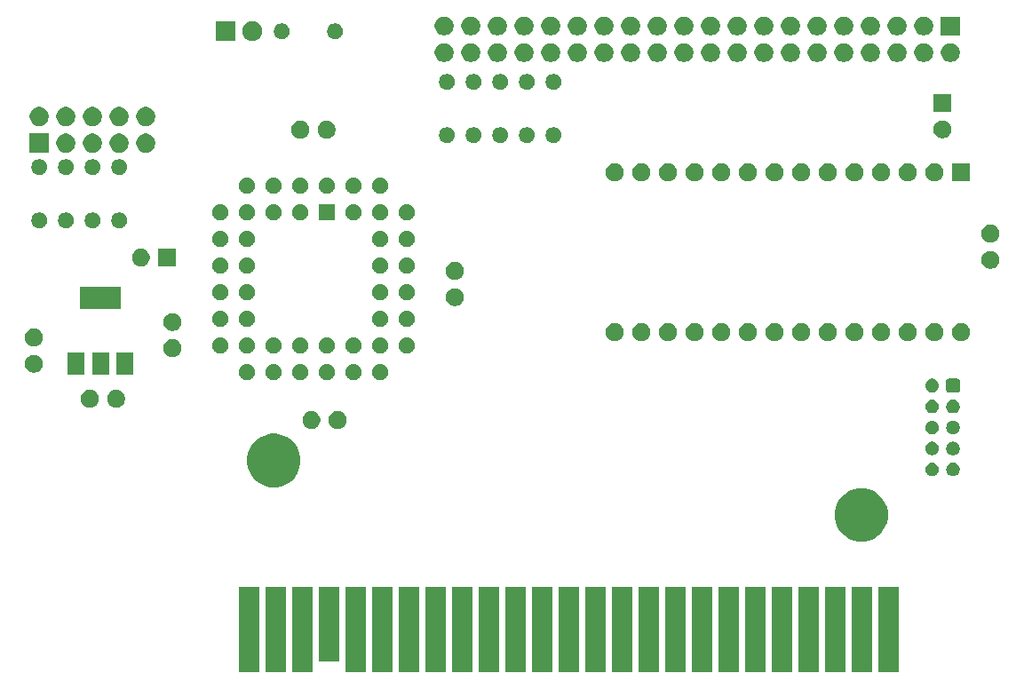
<source format=gbr>
G04 #@! TF.GenerationSoftware,KiCad,Pcbnew,(5.1.5)-3*
G04 #@! TF.CreationDate,2020-07-28T20:00:16+01:00*
G04 #@! TF.ProjectId,MSXPi_v1.0_Rev0,4d535850-695f-4763-912e-305f52657630,rev?*
G04 #@! TF.SameCoordinates,Original*
G04 #@! TF.FileFunction,Soldermask,Top*
G04 #@! TF.FilePolarity,Negative*
%FSLAX46Y46*%
G04 Gerber Fmt 4.6, Leading zero omitted, Abs format (unit mm)*
G04 Created by KiCad (PCBNEW (5.1.5)-3) date 2020-07-28 20:00:16*
%MOMM*%
%LPD*%
G04 APERTURE LIST*
%ADD10C,0.100000*%
G04 APERTURE END LIST*
D10*
G36*
X223164296Y-56283829D02*
G01*
X221262296Y-56283829D01*
X221262296Y-48181829D01*
X223164296Y-48181829D01*
X223164296Y-56283829D01*
G37*
G36*
X192684296Y-56283829D02*
G01*
X190782296Y-56283829D01*
X190782296Y-48181829D01*
X192684296Y-48181829D01*
X192684296Y-56283829D01*
G37*
G36*
X162204296Y-56283829D02*
G01*
X160302296Y-56283829D01*
X160302296Y-48181829D01*
X162204296Y-48181829D01*
X162204296Y-56283829D01*
G37*
G36*
X164744296Y-56283829D02*
G01*
X162842296Y-56283829D01*
X162842296Y-48181829D01*
X164744296Y-48181829D01*
X164744296Y-56283829D01*
G37*
G36*
X167284296Y-56283829D02*
G01*
X165382296Y-56283829D01*
X165382296Y-48181829D01*
X167284296Y-48181829D01*
X167284296Y-56283829D01*
G37*
G36*
X172364296Y-56283829D02*
G01*
X170462296Y-56283829D01*
X170462296Y-48181829D01*
X172364296Y-48181829D01*
X172364296Y-56283829D01*
G37*
G36*
X174904296Y-56283829D02*
G01*
X173002296Y-56283829D01*
X173002296Y-48181829D01*
X174904296Y-48181829D01*
X174904296Y-56283829D01*
G37*
G36*
X177444296Y-56283829D02*
G01*
X175542296Y-56283829D01*
X175542296Y-48181829D01*
X177444296Y-48181829D01*
X177444296Y-56283829D01*
G37*
G36*
X179984296Y-56283829D02*
G01*
X178082296Y-56283829D01*
X178082296Y-48181829D01*
X179984296Y-48181829D01*
X179984296Y-56283829D01*
G37*
G36*
X182524296Y-56283829D02*
G01*
X180622296Y-56283829D01*
X180622296Y-48181829D01*
X182524296Y-48181829D01*
X182524296Y-56283829D01*
G37*
G36*
X185064296Y-56283829D02*
G01*
X183162296Y-56283829D01*
X183162296Y-48181829D01*
X185064296Y-48181829D01*
X185064296Y-56283829D01*
G37*
G36*
X187604296Y-56283829D02*
G01*
X185702296Y-56283829D01*
X185702296Y-48181829D01*
X187604296Y-48181829D01*
X187604296Y-56283829D01*
G37*
G36*
X190144296Y-56283829D02*
G01*
X188242296Y-56283829D01*
X188242296Y-48181829D01*
X190144296Y-48181829D01*
X190144296Y-56283829D01*
G37*
G36*
X220624296Y-56283829D02*
G01*
X218722296Y-56283829D01*
X218722296Y-48181829D01*
X220624296Y-48181829D01*
X220624296Y-56283829D01*
G37*
G36*
X195224296Y-56283829D02*
G01*
X193322296Y-56283829D01*
X193322296Y-48181829D01*
X195224296Y-48181829D01*
X195224296Y-56283829D01*
G37*
G36*
X218084296Y-56283829D02*
G01*
X216182296Y-56283829D01*
X216182296Y-48181829D01*
X218084296Y-48181829D01*
X218084296Y-56283829D01*
G37*
G36*
X215544296Y-56283829D02*
G01*
X213642296Y-56283829D01*
X213642296Y-48181829D01*
X215544296Y-48181829D01*
X215544296Y-56283829D01*
G37*
G36*
X213004296Y-56283829D02*
G01*
X211102296Y-56283829D01*
X211102296Y-48181829D01*
X213004296Y-48181829D01*
X213004296Y-56283829D01*
G37*
G36*
X210464296Y-56283829D02*
G01*
X208562296Y-56283829D01*
X208562296Y-48181829D01*
X210464296Y-48181829D01*
X210464296Y-56283829D01*
G37*
G36*
X207924296Y-56283829D02*
G01*
X206022296Y-56283829D01*
X206022296Y-48181829D01*
X207924296Y-48181829D01*
X207924296Y-56283829D01*
G37*
G36*
X205384296Y-56283829D02*
G01*
X203482296Y-56283829D01*
X203482296Y-48181829D01*
X205384296Y-48181829D01*
X205384296Y-56283829D01*
G37*
G36*
X202844296Y-56283829D02*
G01*
X200942296Y-56283829D01*
X200942296Y-48181829D01*
X202844296Y-48181829D01*
X202844296Y-56283829D01*
G37*
G36*
X200304296Y-56283829D02*
G01*
X198402296Y-56283829D01*
X198402296Y-48181829D01*
X200304296Y-48181829D01*
X200304296Y-56283829D01*
G37*
G36*
X197764296Y-56283829D02*
G01*
X195862296Y-56283829D01*
X195862296Y-48181829D01*
X197764296Y-48181829D01*
X197764296Y-56283829D01*
G37*
G36*
X169819216Y-55291069D02*
G01*
X167917216Y-55291069D01*
X167917216Y-48189069D01*
X169819216Y-48189069D01*
X169819216Y-55291069D01*
G37*
G36*
X220341194Y-38849862D02*
G01*
X220805446Y-39042161D01*
X220805448Y-39042162D01*
X221223264Y-39321338D01*
X221578587Y-39676661D01*
X221857763Y-40094477D01*
X221857764Y-40094479D01*
X222050063Y-40558731D01*
X222148096Y-41051576D01*
X222148096Y-41554082D01*
X222050063Y-42046927D01*
X221857764Y-42511179D01*
X221857763Y-42511181D01*
X221578587Y-42928997D01*
X221223264Y-43284320D01*
X220805448Y-43563496D01*
X220805447Y-43563497D01*
X220805446Y-43563497D01*
X220341194Y-43755796D01*
X219848349Y-43853829D01*
X219345843Y-43853829D01*
X218852998Y-43755796D01*
X218388746Y-43563497D01*
X218388745Y-43563497D01*
X218388744Y-43563496D01*
X217970928Y-43284320D01*
X217615605Y-42928997D01*
X217336429Y-42511181D01*
X217336428Y-42511179D01*
X217144129Y-42046927D01*
X217046096Y-41554082D01*
X217046096Y-41051576D01*
X217144129Y-40558731D01*
X217336428Y-40094479D01*
X217336429Y-40094477D01*
X217615605Y-39676661D01*
X217970928Y-39321338D01*
X218388744Y-39042162D01*
X218388746Y-39042161D01*
X218852998Y-38849862D01*
X219345843Y-38751829D01*
X219848349Y-38751829D01*
X220341194Y-38849862D01*
G37*
G36*
X164341814Y-33647942D02*
G01*
X164806066Y-33840241D01*
X164806068Y-33840242D01*
X165223884Y-34119418D01*
X165579207Y-34474741D01*
X165857931Y-34891881D01*
X165858384Y-34892559D01*
X166050683Y-35356811D01*
X166148716Y-35849656D01*
X166148716Y-36352162D01*
X166050683Y-36845007D01*
X165978149Y-37020119D01*
X165858383Y-37309261D01*
X165579207Y-37727077D01*
X165223884Y-38082400D01*
X164806068Y-38361576D01*
X164806067Y-38361577D01*
X164806066Y-38361577D01*
X164341814Y-38553876D01*
X163848969Y-38651909D01*
X163346463Y-38651909D01*
X162853618Y-38553876D01*
X162389366Y-38361577D01*
X162389365Y-38361577D01*
X162389364Y-38361576D01*
X161971548Y-38082400D01*
X161616225Y-37727077D01*
X161337049Y-37309261D01*
X161217283Y-37020119D01*
X161144749Y-36845007D01*
X161046716Y-36352162D01*
X161046716Y-35849656D01*
X161144749Y-35356811D01*
X161337048Y-34892559D01*
X161337501Y-34891881D01*
X161616225Y-34474741D01*
X161971548Y-34119418D01*
X162389364Y-33840242D01*
X162389366Y-33840241D01*
X162853618Y-33647942D01*
X163346463Y-33549909D01*
X163848969Y-33549909D01*
X164341814Y-33647942D01*
G37*
G36*
X228535890Y-36330017D02*
G01*
X228654364Y-36379091D01*
X228760988Y-36450335D01*
X228851665Y-36541012D01*
X228922910Y-36647638D01*
X228971983Y-36766110D01*
X228987677Y-36845008D01*
X228997000Y-36891882D01*
X228997000Y-37020118D01*
X228971983Y-37145890D01*
X228922909Y-37264364D01*
X228851665Y-37370988D01*
X228760988Y-37461665D01*
X228654364Y-37532909D01*
X228654363Y-37532910D01*
X228654362Y-37532910D01*
X228535890Y-37581983D01*
X228410119Y-37607000D01*
X228281881Y-37607000D01*
X228156110Y-37581983D01*
X228037638Y-37532910D01*
X228037637Y-37532910D01*
X228037636Y-37532909D01*
X227931012Y-37461665D01*
X227840335Y-37370988D01*
X227769091Y-37264364D01*
X227720017Y-37145890D01*
X227695000Y-37020118D01*
X227695000Y-36891882D01*
X227704324Y-36845008D01*
X227720017Y-36766110D01*
X227769090Y-36647638D01*
X227840335Y-36541012D01*
X227931012Y-36450335D01*
X228037636Y-36379091D01*
X228156110Y-36330017D01*
X228281881Y-36305000D01*
X228410119Y-36305000D01*
X228535890Y-36330017D01*
G37*
G36*
X226535890Y-36330017D02*
G01*
X226654364Y-36379091D01*
X226760988Y-36450335D01*
X226851665Y-36541012D01*
X226922910Y-36647638D01*
X226971983Y-36766110D01*
X226987677Y-36845008D01*
X226997000Y-36891882D01*
X226997000Y-37020118D01*
X226971983Y-37145890D01*
X226922909Y-37264364D01*
X226851665Y-37370988D01*
X226760988Y-37461665D01*
X226654364Y-37532909D01*
X226654363Y-37532910D01*
X226654362Y-37532910D01*
X226535890Y-37581983D01*
X226410119Y-37607000D01*
X226281881Y-37607000D01*
X226156110Y-37581983D01*
X226037638Y-37532910D01*
X226037637Y-37532910D01*
X226037636Y-37532909D01*
X225931012Y-37461665D01*
X225840335Y-37370988D01*
X225769091Y-37264364D01*
X225720017Y-37145890D01*
X225695000Y-37020118D01*
X225695000Y-36891882D01*
X225704324Y-36845008D01*
X225720017Y-36766110D01*
X225769090Y-36647638D01*
X225840335Y-36541012D01*
X225931012Y-36450335D01*
X226037636Y-36379091D01*
X226156110Y-36330017D01*
X226281881Y-36305000D01*
X226410119Y-36305000D01*
X226535890Y-36330017D01*
G37*
G36*
X226535890Y-34330017D02*
G01*
X226654364Y-34379091D01*
X226760988Y-34450335D01*
X226851665Y-34541012D01*
X226922909Y-34647636D01*
X226971983Y-34766110D01*
X226997000Y-34891882D01*
X226997000Y-35020118D01*
X226971983Y-35145890D01*
X226922909Y-35264364D01*
X226851665Y-35370988D01*
X226760988Y-35461665D01*
X226654364Y-35532909D01*
X226654363Y-35532910D01*
X226654362Y-35532910D01*
X226535890Y-35581983D01*
X226410119Y-35607000D01*
X226281881Y-35607000D01*
X226156110Y-35581983D01*
X226037638Y-35532910D01*
X226037637Y-35532910D01*
X226037636Y-35532909D01*
X225931012Y-35461665D01*
X225840335Y-35370988D01*
X225769091Y-35264364D01*
X225720017Y-35145890D01*
X225695000Y-35020118D01*
X225695000Y-34891882D01*
X225720017Y-34766110D01*
X225769091Y-34647636D01*
X225840335Y-34541012D01*
X225931012Y-34450335D01*
X226037636Y-34379091D01*
X226156110Y-34330017D01*
X226281881Y-34305000D01*
X226410119Y-34305000D01*
X226535890Y-34330017D01*
G37*
G36*
X228535890Y-34330017D02*
G01*
X228654364Y-34379091D01*
X228760988Y-34450335D01*
X228851665Y-34541012D01*
X228922909Y-34647636D01*
X228971983Y-34766110D01*
X228997000Y-34891882D01*
X228997000Y-35020118D01*
X228971983Y-35145890D01*
X228922909Y-35264364D01*
X228851665Y-35370988D01*
X228760988Y-35461665D01*
X228654364Y-35532909D01*
X228654363Y-35532910D01*
X228654362Y-35532910D01*
X228535890Y-35581983D01*
X228410119Y-35607000D01*
X228281881Y-35607000D01*
X228156110Y-35581983D01*
X228037638Y-35532910D01*
X228037637Y-35532910D01*
X228037636Y-35532909D01*
X227931012Y-35461665D01*
X227840335Y-35370988D01*
X227769091Y-35264364D01*
X227720017Y-35145890D01*
X227695000Y-35020118D01*
X227695000Y-34891882D01*
X227720017Y-34766110D01*
X227769091Y-34647636D01*
X227840335Y-34541012D01*
X227931012Y-34450335D01*
X228037636Y-34379091D01*
X228156110Y-34330017D01*
X228281881Y-34305000D01*
X228410119Y-34305000D01*
X228535890Y-34330017D01*
G37*
G36*
X226535890Y-32330017D02*
G01*
X226654364Y-32379091D01*
X226760988Y-32450335D01*
X226851665Y-32541012D01*
X226922910Y-32647638D01*
X226971983Y-32766110D01*
X226978820Y-32800480D01*
X226997000Y-32891882D01*
X226997000Y-33020118D01*
X226971983Y-33145890D01*
X226922909Y-33264364D01*
X226851665Y-33370988D01*
X226760988Y-33461665D01*
X226654364Y-33532909D01*
X226654363Y-33532910D01*
X226654362Y-33532910D01*
X226535890Y-33581983D01*
X226410119Y-33607000D01*
X226281881Y-33607000D01*
X226156110Y-33581983D01*
X226037638Y-33532910D01*
X226037637Y-33532910D01*
X226037636Y-33532909D01*
X225931012Y-33461665D01*
X225840335Y-33370988D01*
X225769091Y-33264364D01*
X225720017Y-33145890D01*
X225695000Y-33020118D01*
X225695000Y-32891882D01*
X225713181Y-32800480D01*
X225720017Y-32766110D01*
X225769090Y-32647638D01*
X225840335Y-32541012D01*
X225931012Y-32450335D01*
X226037636Y-32379091D01*
X226156110Y-32330017D01*
X226281881Y-32305000D01*
X226410119Y-32305000D01*
X226535890Y-32330017D01*
G37*
G36*
X228535890Y-32330017D02*
G01*
X228654364Y-32379091D01*
X228760988Y-32450335D01*
X228851665Y-32541012D01*
X228922910Y-32647638D01*
X228971983Y-32766110D01*
X228978820Y-32800480D01*
X228997000Y-32891882D01*
X228997000Y-33020118D01*
X228971983Y-33145890D01*
X228922909Y-33264364D01*
X228851665Y-33370988D01*
X228760988Y-33461665D01*
X228654364Y-33532909D01*
X228654363Y-33532910D01*
X228654362Y-33532910D01*
X228535890Y-33581983D01*
X228410119Y-33607000D01*
X228281881Y-33607000D01*
X228156110Y-33581983D01*
X228037638Y-33532910D01*
X228037637Y-33532910D01*
X228037636Y-33532909D01*
X227931012Y-33461665D01*
X227840335Y-33370988D01*
X227769091Y-33264364D01*
X227720017Y-33145890D01*
X227695000Y-33020118D01*
X227695000Y-32891882D01*
X227713181Y-32800480D01*
X227720017Y-32766110D01*
X227769090Y-32647638D01*
X227840335Y-32541012D01*
X227931012Y-32450335D01*
X228037636Y-32379091D01*
X228156110Y-32330017D01*
X228281881Y-32305000D01*
X228410119Y-32305000D01*
X228535890Y-32330017D01*
G37*
G36*
X167420228Y-31439703D02*
G01*
X167575100Y-31503853D01*
X167714481Y-31596985D01*
X167833015Y-31715519D01*
X167926147Y-31854900D01*
X167990297Y-32009772D01*
X168023000Y-32174184D01*
X168023000Y-32341816D01*
X167990297Y-32506228D01*
X167926147Y-32661100D01*
X167833015Y-32800481D01*
X167714481Y-32919015D01*
X167575100Y-33012147D01*
X167420228Y-33076297D01*
X167255816Y-33109000D01*
X167088184Y-33109000D01*
X166923772Y-33076297D01*
X166768900Y-33012147D01*
X166629519Y-32919015D01*
X166510985Y-32800481D01*
X166417853Y-32661100D01*
X166353703Y-32506228D01*
X166321000Y-32341816D01*
X166321000Y-32174184D01*
X166353703Y-32009772D01*
X166417853Y-31854900D01*
X166510985Y-31715519D01*
X166629519Y-31596985D01*
X166768900Y-31503853D01*
X166923772Y-31439703D01*
X167088184Y-31407000D01*
X167255816Y-31407000D01*
X167420228Y-31439703D01*
G37*
G36*
X169920228Y-31439703D02*
G01*
X170075100Y-31503853D01*
X170214481Y-31596985D01*
X170333015Y-31715519D01*
X170426147Y-31854900D01*
X170490297Y-32009772D01*
X170523000Y-32174184D01*
X170523000Y-32341816D01*
X170490297Y-32506228D01*
X170426147Y-32661100D01*
X170333015Y-32800481D01*
X170214481Y-32919015D01*
X170075100Y-33012147D01*
X169920228Y-33076297D01*
X169755816Y-33109000D01*
X169588184Y-33109000D01*
X169423772Y-33076297D01*
X169268900Y-33012147D01*
X169129519Y-32919015D01*
X169010985Y-32800481D01*
X168917853Y-32661100D01*
X168853703Y-32506228D01*
X168821000Y-32341816D01*
X168821000Y-32174184D01*
X168853703Y-32009772D01*
X168917853Y-31854900D01*
X169010985Y-31715519D01*
X169129519Y-31596985D01*
X169268900Y-31503853D01*
X169423772Y-31439703D01*
X169588184Y-31407000D01*
X169755816Y-31407000D01*
X169920228Y-31439703D01*
G37*
G36*
X226535890Y-30330017D02*
G01*
X226654364Y-30379091D01*
X226760988Y-30450335D01*
X226851665Y-30541012D01*
X226922909Y-30647636D01*
X226971983Y-30766110D01*
X226997000Y-30891882D01*
X226997000Y-31020118D01*
X226971983Y-31145890D01*
X226922909Y-31264364D01*
X226851665Y-31370988D01*
X226760988Y-31461665D01*
X226654364Y-31532909D01*
X226654363Y-31532910D01*
X226654362Y-31532910D01*
X226535890Y-31581983D01*
X226410119Y-31607000D01*
X226281881Y-31607000D01*
X226156110Y-31581983D01*
X226037638Y-31532910D01*
X226037637Y-31532910D01*
X226037636Y-31532909D01*
X225931012Y-31461665D01*
X225840335Y-31370988D01*
X225769091Y-31264364D01*
X225720017Y-31145890D01*
X225695000Y-31020118D01*
X225695000Y-30891882D01*
X225720017Y-30766110D01*
X225769091Y-30647636D01*
X225840335Y-30541012D01*
X225931012Y-30450335D01*
X226037636Y-30379091D01*
X226156110Y-30330017D01*
X226281881Y-30305000D01*
X226410119Y-30305000D01*
X226535890Y-30330017D01*
G37*
G36*
X228535890Y-30330017D02*
G01*
X228654364Y-30379091D01*
X228760988Y-30450335D01*
X228851665Y-30541012D01*
X228922909Y-30647636D01*
X228971983Y-30766110D01*
X228997000Y-30891882D01*
X228997000Y-31020118D01*
X228971983Y-31145890D01*
X228922909Y-31264364D01*
X228851665Y-31370988D01*
X228760988Y-31461665D01*
X228654364Y-31532909D01*
X228654363Y-31532910D01*
X228654362Y-31532910D01*
X228535890Y-31581983D01*
X228410119Y-31607000D01*
X228281881Y-31607000D01*
X228156110Y-31581983D01*
X228037638Y-31532910D01*
X228037637Y-31532910D01*
X228037636Y-31532909D01*
X227931012Y-31461665D01*
X227840335Y-31370988D01*
X227769091Y-31264364D01*
X227720017Y-31145890D01*
X227695000Y-31020118D01*
X227695000Y-30891882D01*
X227720017Y-30766110D01*
X227769091Y-30647636D01*
X227840335Y-30541012D01*
X227931012Y-30450335D01*
X228037636Y-30379091D01*
X228156110Y-30330017D01*
X228281881Y-30305000D01*
X228410119Y-30305000D01*
X228535890Y-30330017D01*
G37*
G36*
X146298228Y-29407703D02*
G01*
X146453100Y-29471853D01*
X146592481Y-29564985D01*
X146711015Y-29683519D01*
X146804147Y-29822900D01*
X146868297Y-29977772D01*
X146901000Y-30142184D01*
X146901000Y-30309816D01*
X146868297Y-30474228D01*
X146804147Y-30629100D01*
X146711015Y-30768481D01*
X146592481Y-30887015D01*
X146453100Y-30980147D01*
X146298228Y-31044297D01*
X146133816Y-31077000D01*
X145966184Y-31077000D01*
X145801772Y-31044297D01*
X145646900Y-30980147D01*
X145507519Y-30887015D01*
X145388985Y-30768481D01*
X145295853Y-30629100D01*
X145231703Y-30474228D01*
X145199000Y-30309816D01*
X145199000Y-30142184D01*
X145231703Y-29977772D01*
X145295853Y-29822900D01*
X145388985Y-29683519D01*
X145507519Y-29564985D01*
X145646900Y-29471853D01*
X145801772Y-29407703D01*
X145966184Y-29375000D01*
X146133816Y-29375000D01*
X146298228Y-29407703D01*
G37*
G36*
X148798228Y-29407703D02*
G01*
X148953100Y-29471853D01*
X149092481Y-29564985D01*
X149211015Y-29683519D01*
X149304147Y-29822900D01*
X149368297Y-29977772D01*
X149401000Y-30142184D01*
X149401000Y-30309816D01*
X149368297Y-30474228D01*
X149304147Y-30629100D01*
X149211015Y-30768481D01*
X149092481Y-30887015D01*
X148953100Y-30980147D01*
X148798228Y-31044297D01*
X148633816Y-31077000D01*
X148466184Y-31077000D01*
X148301772Y-31044297D01*
X148146900Y-30980147D01*
X148007519Y-30887015D01*
X147888985Y-30768481D01*
X147795853Y-30629100D01*
X147731703Y-30474228D01*
X147699000Y-30309816D01*
X147699000Y-30142184D01*
X147731703Y-29977772D01*
X147795853Y-29822900D01*
X147888985Y-29683519D01*
X148007519Y-29564985D01*
X148146900Y-29471853D01*
X148301772Y-29407703D01*
X148466184Y-29375000D01*
X148633816Y-29375000D01*
X148798228Y-29407703D01*
G37*
G36*
X228837242Y-28309404D02*
G01*
X228874337Y-28320657D01*
X228908515Y-28338925D01*
X228938481Y-28363519D01*
X228963075Y-28393485D01*
X228981343Y-28427663D01*
X228992596Y-28464758D01*
X228997000Y-28509474D01*
X228997000Y-29402526D01*
X228992596Y-29447242D01*
X228981343Y-29484337D01*
X228963075Y-29518515D01*
X228938481Y-29548481D01*
X228908515Y-29573075D01*
X228874337Y-29591343D01*
X228837242Y-29602596D01*
X228792526Y-29607000D01*
X227899474Y-29607000D01*
X227854758Y-29602596D01*
X227817663Y-29591343D01*
X227783485Y-29573075D01*
X227753519Y-29548481D01*
X227728925Y-29518515D01*
X227710657Y-29484337D01*
X227699404Y-29447242D01*
X227695000Y-29402526D01*
X227695000Y-28509474D01*
X227699404Y-28464758D01*
X227710657Y-28427663D01*
X227728925Y-28393485D01*
X227753519Y-28363519D01*
X227783485Y-28338925D01*
X227817663Y-28320657D01*
X227854758Y-28309404D01*
X227899474Y-28305000D01*
X228792526Y-28305000D01*
X228837242Y-28309404D01*
G37*
G36*
X226535890Y-28330017D02*
G01*
X226616771Y-28363519D01*
X226654364Y-28379091D01*
X226760988Y-28450335D01*
X226851665Y-28541012D01*
X226922909Y-28647636D01*
X226971983Y-28766110D01*
X226997000Y-28891882D01*
X226997000Y-29020118D01*
X226971983Y-29145890D01*
X226922909Y-29264364D01*
X226851665Y-29370988D01*
X226760988Y-29461665D01*
X226654364Y-29532909D01*
X226654363Y-29532910D01*
X226654362Y-29532910D01*
X226535890Y-29581983D01*
X226410119Y-29607000D01*
X226281881Y-29607000D01*
X226156110Y-29581983D01*
X226037638Y-29532910D01*
X226037637Y-29532910D01*
X226037636Y-29532909D01*
X225931012Y-29461665D01*
X225840335Y-29370988D01*
X225769091Y-29264364D01*
X225720017Y-29145890D01*
X225695000Y-29020118D01*
X225695000Y-28891882D01*
X225720017Y-28766110D01*
X225769091Y-28647636D01*
X225840335Y-28541012D01*
X225931012Y-28450335D01*
X226037636Y-28379091D01*
X226075230Y-28363519D01*
X226156110Y-28330017D01*
X226281881Y-28305000D01*
X226410119Y-28305000D01*
X226535890Y-28330017D01*
G37*
G36*
X163798325Y-26953090D02*
G01*
X163937038Y-27010547D01*
X164061872Y-27093958D01*
X164168042Y-27200128D01*
X164251453Y-27324962D01*
X164308910Y-27463675D01*
X164338200Y-27610929D01*
X164338200Y-27761071D01*
X164308910Y-27908325D01*
X164251453Y-28047038D01*
X164168042Y-28171872D01*
X164061872Y-28278042D01*
X163937038Y-28361453D01*
X163798325Y-28418910D01*
X163651071Y-28448200D01*
X163500929Y-28448200D01*
X163353675Y-28418910D01*
X163214962Y-28361453D01*
X163090128Y-28278042D01*
X162983958Y-28171872D01*
X162900547Y-28047038D01*
X162843090Y-27908325D01*
X162813800Y-27761071D01*
X162813800Y-27610929D01*
X162843090Y-27463675D01*
X162900547Y-27324962D01*
X162983958Y-27200128D01*
X163090128Y-27093958D01*
X163214962Y-27010547D01*
X163353675Y-26953090D01*
X163500929Y-26923800D01*
X163651071Y-26923800D01*
X163798325Y-26953090D01*
G37*
G36*
X161258325Y-26953090D02*
G01*
X161397038Y-27010547D01*
X161521872Y-27093958D01*
X161628042Y-27200128D01*
X161711453Y-27324962D01*
X161768910Y-27463675D01*
X161798200Y-27610929D01*
X161798200Y-27761071D01*
X161768910Y-27908325D01*
X161711453Y-28047038D01*
X161628042Y-28171872D01*
X161521872Y-28278042D01*
X161397038Y-28361453D01*
X161258325Y-28418910D01*
X161111071Y-28448200D01*
X160960929Y-28448200D01*
X160813675Y-28418910D01*
X160674962Y-28361453D01*
X160550128Y-28278042D01*
X160443958Y-28171872D01*
X160360547Y-28047038D01*
X160303090Y-27908325D01*
X160273800Y-27761071D01*
X160273800Y-27610929D01*
X160303090Y-27463675D01*
X160360547Y-27324962D01*
X160443958Y-27200128D01*
X160550128Y-27093958D01*
X160674962Y-27010547D01*
X160813675Y-26953090D01*
X160960929Y-26923800D01*
X161111071Y-26923800D01*
X161258325Y-26953090D01*
G37*
G36*
X166338325Y-26953090D02*
G01*
X166477038Y-27010547D01*
X166601872Y-27093958D01*
X166708042Y-27200128D01*
X166791453Y-27324962D01*
X166848910Y-27463675D01*
X166878200Y-27610929D01*
X166878200Y-27761071D01*
X166848910Y-27908325D01*
X166791453Y-28047038D01*
X166708042Y-28171872D01*
X166601872Y-28278042D01*
X166477038Y-28361453D01*
X166338325Y-28418910D01*
X166191071Y-28448200D01*
X166040929Y-28448200D01*
X165893675Y-28418910D01*
X165754962Y-28361453D01*
X165630128Y-28278042D01*
X165523958Y-28171872D01*
X165440547Y-28047038D01*
X165383090Y-27908325D01*
X165353800Y-27761071D01*
X165353800Y-27610929D01*
X165383090Y-27463675D01*
X165440547Y-27324962D01*
X165523958Y-27200128D01*
X165630128Y-27093958D01*
X165754962Y-27010547D01*
X165893675Y-26953090D01*
X166040929Y-26923800D01*
X166191071Y-26923800D01*
X166338325Y-26953090D01*
G37*
G36*
X168878325Y-26953090D02*
G01*
X169017038Y-27010547D01*
X169141872Y-27093958D01*
X169248042Y-27200128D01*
X169331453Y-27324962D01*
X169388910Y-27463675D01*
X169418200Y-27610929D01*
X169418200Y-27761071D01*
X169388910Y-27908325D01*
X169331453Y-28047038D01*
X169248042Y-28171872D01*
X169141872Y-28278042D01*
X169017038Y-28361453D01*
X168878325Y-28418910D01*
X168731071Y-28448200D01*
X168580929Y-28448200D01*
X168433675Y-28418910D01*
X168294962Y-28361453D01*
X168170128Y-28278042D01*
X168063958Y-28171872D01*
X167980547Y-28047038D01*
X167923090Y-27908325D01*
X167893800Y-27761071D01*
X167893800Y-27610929D01*
X167923090Y-27463675D01*
X167980547Y-27324962D01*
X168063958Y-27200128D01*
X168170128Y-27093958D01*
X168294962Y-27010547D01*
X168433675Y-26953090D01*
X168580929Y-26923800D01*
X168731071Y-26923800D01*
X168878325Y-26953090D01*
G37*
G36*
X171418325Y-26953090D02*
G01*
X171557038Y-27010547D01*
X171681872Y-27093958D01*
X171788042Y-27200128D01*
X171871453Y-27324962D01*
X171928910Y-27463675D01*
X171958200Y-27610929D01*
X171958200Y-27761071D01*
X171928910Y-27908325D01*
X171871453Y-28047038D01*
X171788042Y-28171872D01*
X171681872Y-28278042D01*
X171557038Y-28361453D01*
X171418325Y-28418910D01*
X171271071Y-28448200D01*
X171120929Y-28448200D01*
X170973675Y-28418910D01*
X170834962Y-28361453D01*
X170710128Y-28278042D01*
X170603958Y-28171872D01*
X170520547Y-28047038D01*
X170463090Y-27908325D01*
X170433800Y-27761071D01*
X170433800Y-27610929D01*
X170463090Y-27463675D01*
X170520547Y-27324962D01*
X170603958Y-27200128D01*
X170710128Y-27093958D01*
X170834962Y-27010547D01*
X170973675Y-26953090D01*
X171120929Y-26923800D01*
X171271071Y-26923800D01*
X171418325Y-26953090D01*
G37*
G36*
X173958325Y-26953090D02*
G01*
X174097038Y-27010547D01*
X174221872Y-27093958D01*
X174328042Y-27200128D01*
X174411453Y-27324962D01*
X174468910Y-27463675D01*
X174498200Y-27610929D01*
X174498200Y-27761071D01*
X174468910Y-27908325D01*
X174411453Y-28047038D01*
X174328042Y-28171872D01*
X174221872Y-28278042D01*
X174097038Y-28361453D01*
X173958325Y-28418910D01*
X173811071Y-28448200D01*
X173660929Y-28448200D01*
X173513675Y-28418910D01*
X173374962Y-28361453D01*
X173250128Y-28278042D01*
X173143958Y-28171872D01*
X173060547Y-28047038D01*
X173003090Y-27908325D01*
X172973800Y-27761071D01*
X172973800Y-27610929D01*
X173003090Y-27463675D01*
X173060547Y-27324962D01*
X173143958Y-27200128D01*
X173250128Y-27093958D01*
X173374962Y-27010547D01*
X173513675Y-26953090D01*
X173660929Y-26923800D01*
X173811071Y-26923800D01*
X173958325Y-26953090D01*
G37*
G36*
X150167000Y-27925000D02*
G01*
X148565000Y-27925000D01*
X148565000Y-25823000D01*
X150167000Y-25823000D01*
X150167000Y-27925000D01*
G37*
G36*
X145567000Y-27925000D02*
G01*
X143965000Y-27925000D01*
X143965000Y-25823000D01*
X145567000Y-25823000D01*
X145567000Y-27925000D01*
G37*
G36*
X147867000Y-27925000D02*
G01*
X146265000Y-27925000D01*
X146265000Y-25823000D01*
X147867000Y-25823000D01*
X147867000Y-27925000D01*
G37*
G36*
X140964228Y-26065703D02*
G01*
X141119100Y-26129853D01*
X141258481Y-26222985D01*
X141377015Y-26341519D01*
X141470147Y-26480900D01*
X141534297Y-26635772D01*
X141567000Y-26800184D01*
X141567000Y-26967816D01*
X141534297Y-27132228D01*
X141470147Y-27287100D01*
X141377015Y-27426481D01*
X141258481Y-27545015D01*
X141119100Y-27638147D01*
X140964228Y-27702297D01*
X140799816Y-27735000D01*
X140632184Y-27735000D01*
X140467772Y-27702297D01*
X140312900Y-27638147D01*
X140173519Y-27545015D01*
X140054985Y-27426481D01*
X139961853Y-27287100D01*
X139897703Y-27132228D01*
X139865000Y-26967816D01*
X139865000Y-26800184D01*
X139897703Y-26635772D01*
X139961853Y-26480900D01*
X140054985Y-26341519D01*
X140173519Y-26222985D01*
X140312900Y-26129853D01*
X140467772Y-26065703D01*
X140632184Y-26033000D01*
X140799816Y-26033000D01*
X140964228Y-26065703D01*
G37*
G36*
X154172228Y-24581703D02*
G01*
X154327100Y-24645853D01*
X154466481Y-24738985D01*
X154585015Y-24857519D01*
X154678147Y-24996900D01*
X154742297Y-25151772D01*
X154775000Y-25316184D01*
X154775000Y-25483816D01*
X154742297Y-25648228D01*
X154678147Y-25803100D01*
X154585015Y-25942481D01*
X154466481Y-26061015D01*
X154327100Y-26154147D01*
X154172228Y-26218297D01*
X154007816Y-26251000D01*
X153840184Y-26251000D01*
X153675772Y-26218297D01*
X153520900Y-26154147D01*
X153381519Y-26061015D01*
X153262985Y-25942481D01*
X153169853Y-25803100D01*
X153105703Y-25648228D01*
X153073000Y-25483816D01*
X153073000Y-25316184D01*
X153105703Y-25151772D01*
X153169853Y-24996900D01*
X153262985Y-24857519D01*
X153381519Y-24738985D01*
X153520900Y-24645853D01*
X153675772Y-24581703D01*
X153840184Y-24549000D01*
X154007816Y-24549000D01*
X154172228Y-24581703D01*
G37*
G36*
X166338325Y-24413090D02*
G01*
X166477038Y-24470547D01*
X166601872Y-24553958D01*
X166708042Y-24660128D01*
X166791453Y-24784962D01*
X166848910Y-24923675D01*
X166878200Y-25070929D01*
X166878200Y-25221071D01*
X166848910Y-25368325D01*
X166791453Y-25507038D01*
X166708042Y-25631872D01*
X166601872Y-25738042D01*
X166477038Y-25821453D01*
X166338325Y-25878910D01*
X166191071Y-25908200D01*
X166040929Y-25908200D01*
X165893675Y-25878910D01*
X165754962Y-25821453D01*
X165630128Y-25738042D01*
X165523958Y-25631872D01*
X165440547Y-25507038D01*
X165383090Y-25368325D01*
X165353800Y-25221071D01*
X165353800Y-25070929D01*
X165383090Y-24923675D01*
X165440547Y-24784962D01*
X165523958Y-24660128D01*
X165630128Y-24553958D01*
X165754962Y-24470547D01*
X165893675Y-24413090D01*
X166040929Y-24383800D01*
X166191071Y-24383800D01*
X166338325Y-24413090D01*
G37*
G36*
X158718325Y-24413090D02*
G01*
X158857038Y-24470547D01*
X158981872Y-24553958D01*
X159088042Y-24660128D01*
X159171453Y-24784962D01*
X159228910Y-24923675D01*
X159258200Y-25070929D01*
X159258200Y-25221071D01*
X159228910Y-25368325D01*
X159171453Y-25507038D01*
X159088042Y-25631872D01*
X158981872Y-25738042D01*
X158857038Y-25821453D01*
X158718325Y-25878910D01*
X158571071Y-25908200D01*
X158420929Y-25908200D01*
X158273675Y-25878910D01*
X158134962Y-25821453D01*
X158010128Y-25738042D01*
X157903958Y-25631872D01*
X157820547Y-25507038D01*
X157763090Y-25368325D01*
X157733800Y-25221071D01*
X157733800Y-25070929D01*
X157763090Y-24923675D01*
X157820547Y-24784962D01*
X157903958Y-24660128D01*
X158010128Y-24553958D01*
X158134962Y-24470547D01*
X158273675Y-24413090D01*
X158420929Y-24383800D01*
X158571071Y-24383800D01*
X158718325Y-24413090D01*
G37*
G36*
X163798325Y-24413090D02*
G01*
X163937038Y-24470547D01*
X164061872Y-24553958D01*
X164168042Y-24660128D01*
X164251453Y-24784962D01*
X164308910Y-24923675D01*
X164338200Y-25070929D01*
X164338200Y-25221071D01*
X164308910Y-25368325D01*
X164251453Y-25507038D01*
X164168042Y-25631872D01*
X164061872Y-25738042D01*
X163937038Y-25821453D01*
X163798325Y-25878910D01*
X163651071Y-25908200D01*
X163500929Y-25908200D01*
X163353675Y-25878910D01*
X163214962Y-25821453D01*
X163090128Y-25738042D01*
X162983958Y-25631872D01*
X162900547Y-25507038D01*
X162843090Y-25368325D01*
X162813800Y-25221071D01*
X162813800Y-25070929D01*
X162843090Y-24923675D01*
X162900547Y-24784962D01*
X162983958Y-24660128D01*
X163090128Y-24553958D01*
X163214962Y-24470547D01*
X163353675Y-24413090D01*
X163500929Y-24383800D01*
X163651071Y-24383800D01*
X163798325Y-24413090D01*
G37*
G36*
X168878325Y-24413090D02*
G01*
X169017038Y-24470547D01*
X169141872Y-24553958D01*
X169248042Y-24660128D01*
X169331453Y-24784962D01*
X169388910Y-24923675D01*
X169418200Y-25070929D01*
X169418200Y-25221071D01*
X169388910Y-25368325D01*
X169331453Y-25507038D01*
X169248042Y-25631872D01*
X169141872Y-25738042D01*
X169017038Y-25821453D01*
X168878325Y-25878910D01*
X168731071Y-25908200D01*
X168580929Y-25908200D01*
X168433675Y-25878910D01*
X168294962Y-25821453D01*
X168170128Y-25738042D01*
X168063958Y-25631872D01*
X167980547Y-25507038D01*
X167923090Y-25368325D01*
X167893800Y-25221071D01*
X167893800Y-25070929D01*
X167923090Y-24923675D01*
X167980547Y-24784962D01*
X168063958Y-24660128D01*
X168170128Y-24553958D01*
X168294962Y-24470547D01*
X168433675Y-24413090D01*
X168580929Y-24383800D01*
X168731071Y-24383800D01*
X168878325Y-24413090D01*
G37*
G36*
X173958325Y-24413090D02*
G01*
X174097038Y-24470547D01*
X174221872Y-24553958D01*
X174328042Y-24660128D01*
X174411453Y-24784962D01*
X174468910Y-24923675D01*
X174498200Y-25070929D01*
X174498200Y-25221071D01*
X174468910Y-25368325D01*
X174411453Y-25507038D01*
X174328042Y-25631872D01*
X174221872Y-25738042D01*
X174097038Y-25821453D01*
X173958325Y-25878910D01*
X173811071Y-25908200D01*
X173660929Y-25908200D01*
X173513675Y-25878910D01*
X173374962Y-25821453D01*
X173250128Y-25738042D01*
X173143958Y-25631872D01*
X173060547Y-25507038D01*
X173003090Y-25368325D01*
X172973800Y-25221071D01*
X172973800Y-25070929D01*
X173003090Y-24923675D01*
X173060547Y-24784962D01*
X173143958Y-24660128D01*
X173250128Y-24553958D01*
X173374962Y-24470547D01*
X173513675Y-24413090D01*
X173660929Y-24383800D01*
X173811071Y-24383800D01*
X173958325Y-24413090D01*
G37*
G36*
X171418325Y-24413090D02*
G01*
X171557038Y-24470547D01*
X171681872Y-24553958D01*
X171788042Y-24660128D01*
X171871453Y-24784962D01*
X171928910Y-24923675D01*
X171958200Y-25070929D01*
X171958200Y-25221071D01*
X171928910Y-25368325D01*
X171871453Y-25507038D01*
X171788042Y-25631872D01*
X171681872Y-25738042D01*
X171557038Y-25821453D01*
X171418325Y-25878910D01*
X171271071Y-25908200D01*
X171120929Y-25908200D01*
X170973675Y-25878910D01*
X170834962Y-25821453D01*
X170710128Y-25738042D01*
X170603958Y-25631872D01*
X170520547Y-25507038D01*
X170463090Y-25368325D01*
X170433800Y-25221071D01*
X170433800Y-25070929D01*
X170463090Y-24923675D01*
X170520547Y-24784962D01*
X170603958Y-24660128D01*
X170710128Y-24553958D01*
X170834962Y-24470547D01*
X170973675Y-24413090D01*
X171120929Y-24383800D01*
X171271071Y-24383800D01*
X171418325Y-24413090D01*
G37*
G36*
X161258325Y-24413090D02*
G01*
X161397038Y-24470547D01*
X161521872Y-24553958D01*
X161628042Y-24660128D01*
X161711453Y-24784962D01*
X161768910Y-24923675D01*
X161798200Y-25070929D01*
X161798200Y-25221071D01*
X161768910Y-25368325D01*
X161711453Y-25507038D01*
X161628042Y-25631872D01*
X161521872Y-25738042D01*
X161397038Y-25821453D01*
X161258325Y-25878910D01*
X161111071Y-25908200D01*
X160960929Y-25908200D01*
X160813675Y-25878910D01*
X160674962Y-25821453D01*
X160550128Y-25738042D01*
X160443958Y-25631872D01*
X160360547Y-25507038D01*
X160303090Y-25368325D01*
X160273800Y-25221071D01*
X160273800Y-25070929D01*
X160303090Y-24923675D01*
X160360547Y-24784962D01*
X160443958Y-24660128D01*
X160550128Y-24553958D01*
X160674962Y-24470547D01*
X160813675Y-24413090D01*
X160960929Y-24383800D01*
X161111071Y-24383800D01*
X161258325Y-24413090D01*
G37*
G36*
X176498325Y-24413090D02*
G01*
X176637038Y-24470547D01*
X176761872Y-24553958D01*
X176868042Y-24660128D01*
X176951453Y-24784962D01*
X177008910Y-24923675D01*
X177038200Y-25070929D01*
X177038200Y-25221071D01*
X177008910Y-25368325D01*
X176951453Y-25507038D01*
X176868042Y-25631872D01*
X176761872Y-25738042D01*
X176637038Y-25821453D01*
X176498325Y-25878910D01*
X176351071Y-25908200D01*
X176200929Y-25908200D01*
X176053675Y-25878910D01*
X175914962Y-25821453D01*
X175790128Y-25738042D01*
X175683958Y-25631872D01*
X175600547Y-25507038D01*
X175543090Y-25368325D01*
X175513800Y-25221071D01*
X175513800Y-25070929D01*
X175543090Y-24923675D01*
X175600547Y-24784962D01*
X175683958Y-24660128D01*
X175790128Y-24553958D01*
X175914962Y-24470547D01*
X176053675Y-24413090D01*
X176200929Y-24383800D01*
X176351071Y-24383800D01*
X176498325Y-24413090D01*
G37*
G36*
X140964228Y-23565703D02*
G01*
X141119100Y-23629853D01*
X141258481Y-23722985D01*
X141377015Y-23841519D01*
X141470147Y-23980900D01*
X141534297Y-24135772D01*
X141567000Y-24300184D01*
X141567000Y-24467816D01*
X141534297Y-24632228D01*
X141470147Y-24787100D01*
X141377015Y-24926481D01*
X141258481Y-25045015D01*
X141119100Y-25138147D01*
X140964228Y-25202297D01*
X140799816Y-25235000D01*
X140632184Y-25235000D01*
X140467772Y-25202297D01*
X140312900Y-25138147D01*
X140173519Y-25045015D01*
X140054985Y-24926481D01*
X139961853Y-24787100D01*
X139897703Y-24632228D01*
X139865000Y-24467816D01*
X139865000Y-24300184D01*
X139897703Y-24135772D01*
X139961853Y-23980900D01*
X140054985Y-23841519D01*
X140173519Y-23722985D01*
X140312900Y-23629853D01*
X140467772Y-23565703D01*
X140632184Y-23533000D01*
X140799816Y-23533000D01*
X140964228Y-23565703D01*
G37*
G36*
X211576228Y-23057703D02*
G01*
X211731100Y-23121853D01*
X211870481Y-23214985D01*
X211989015Y-23333519D01*
X212082147Y-23472900D01*
X212146297Y-23627772D01*
X212179000Y-23792184D01*
X212179000Y-23959816D01*
X212146297Y-24124228D01*
X212082147Y-24279100D01*
X211989015Y-24418481D01*
X211870481Y-24537015D01*
X211731100Y-24630147D01*
X211576228Y-24694297D01*
X211411816Y-24727000D01*
X211244184Y-24727000D01*
X211079772Y-24694297D01*
X210924900Y-24630147D01*
X210785519Y-24537015D01*
X210666985Y-24418481D01*
X210573853Y-24279100D01*
X210509703Y-24124228D01*
X210477000Y-23959816D01*
X210477000Y-23792184D01*
X210509703Y-23627772D01*
X210573853Y-23472900D01*
X210666985Y-23333519D01*
X210785519Y-23214985D01*
X210924900Y-23121853D01*
X211079772Y-23057703D01*
X211244184Y-23025000D01*
X211411816Y-23025000D01*
X211576228Y-23057703D01*
G37*
G36*
X203956228Y-23057703D02*
G01*
X204111100Y-23121853D01*
X204250481Y-23214985D01*
X204369015Y-23333519D01*
X204462147Y-23472900D01*
X204526297Y-23627772D01*
X204559000Y-23792184D01*
X204559000Y-23959816D01*
X204526297Y-24124228D01*
X204462147Y-24279100D01*
X204369015Y-24418481D01*
X204250481Y-24537015D01*
X204111100Y-24630147D01*
X203956228Y-24694297D01*
X203791816Y-24727000D01*
X203624184Y-24727000D01*
X203459772Y-24694297D01*
X203304900Y-24630147D01*
X203165519Y-24537015D01*
X203046985Y-24418481D01*
X202953853Y-24279100D01*
X202889703Y-24124228D01*
X202857000Y-23959816D01*
X202857000Y-23792184D01*
X202889703Y-23627772D01*
X202953853Y-23472900D01*
X203046985Y-23333519D01*
X203165519Y-23214985D01*
X203304900Y-23121853D01*
X203459772Y-23057703D01*
X203624184Y-23025000D01*
X203791816Y-23025000D01*
X203956228Y-23057703D01*
G37*
G36*
X201416228Y-23057703D02*
G01*
X201571100Y-23121853D01*
X201710481Y-23214985D01*
X201829015Y-23333519D01*
X201922147Y-23472900D01*
X201986297Y-23627772D01*
X202019000Y-23792184D01*
X202019000Y-23959816D01*
X201986297Y-24124228D01*
X201922147Y-24279100D01*
X201829015Y-24418481D01*
X201710481Y-24537015D01*
X201571100Y-24630147D01*
X201416228Y-24694297D01*
X201251816Y-24727000D01*
X201084184Y-24727000D01*
X200919772Y-24694297D01*
X200764900Y-24630147D01*
X200625519Y-24537015D01*
X200506985Y-24418481D01*
X200413853Y-24279100D01*
X200349703Y-24124228D01*
X200317000Y-23959816D01*
X200317000Y-23792184D01*
X200349703Y-23627772D01*
X200413853Y-23472900D01*
X200506985Y-23333519D01*
X200625519Y-23214985D01*
X200764900Y-23121853D01*
X200919772Y-23057703D01*
X201084184Y-23025000D01*
X201251816Y-23025000D01*
X201416228Y-23057703D01*
G37*
G36*
X198876228Y-23057703D02*
G01*
X199031100Y-23121853D01*
X199170481Y-23214985D01*
X199289015Y-23333519D01*
X199382147Y-23472900D01*
X199446297Y-23627772D01*
X199479000Y-23792184D01*
X199479000Y-23959816D01*
X199446297Y-24124228D01*
X199382147Y-24279100D01*
X199289015Y-24418481D01*
X199170481Y-24537015D01*
X199031100Y-24630147D01*
X198876228Y-24694297D01*
X198711816Y-24727000D01*
X198544184Y-24727000D01*
X198379772Y-24694297D01*
X198224900Y-24630147D01*
X198085519Y-24537015D01*
X197966985Y-24418481D01*
X197873853Y-24279100D01*
X197809703Y-24124228D01*
X197777000Y-23959816D01*
X197777000Y-23792184D01*
X197809703Y-23627772D01*
X197873853Y-23472900D01*
X197966985Y-23333519D01*
X198085519Y-23214985D01*
X198224900Y-23121853D01*
X198379772Y-23057703D01*
X198544184Y-23025000D01*
X198711816Y-23025000D01*
X198876228Y-23057703D01*
G37*
G36*
X196336228Y-23057703D02*
G01*
X196491100Y-23121853D01*
X196630481Y-23214985D01*
X196749015Y-23333519D01*
X196842147Y-23472900D01*
X196906297Y-23627772D01*
X196939000Y-23792184D01*
X196939000Y-23959816D01*
X196906297Y-24124228D01*
X196842147Y-24279100D01*
X196749015Y-24418481D01*
X196630481Y-24537015D01*
X196491100Y-24630147D01*
X196336228Y-24694297D01*
X196171816Y-24727000D01*
X196004184Y-24727000D01*
X195839772Y-24694297D01*
X195684900Y-24630147D01*
X195545519Y-24537015D01*
X195426985Y-24418481D01*
X195333853Y-24279100D01*
X195269703Y-24124228D01*
X195237000Y-23959816D01*
X195237000Y-23792184D01*
X195269703Y-23627772D01*
X195333853Y-23472900D01*
X195426985Y-23333519D01*
X195545519Y-23214985D01*
X195684900Y-23121853D01*
X195839772Y-23057703D01*
X196004184Y-23025000D01*
X196171816Y-23025000D01*
X196336228Y-23057703D01*
G37*
G36*
X206496228Y-23057703D02*
G01*
X206651100Y-23121853D01*
X206790481Y-23214985D01*
X206909015Y-23333519D01*
X207002147Y-23472900D01*
X207066297Y-23627772D01*
X207099000Y-23792184D01*
X207099000Y-23959816D01*
X207066297Y-24124228D01*
X207002147Y-24279100D01*
X206909015Y-24418481D01*
X206790481Y-24537015D01*
X206651100Y-24630147D01*
X206496228Y-24694297D01*
X206331816Y-24727000D01*
X206164184Y-24727000D01*
X205999772Y-24694297D01*
X205844900Y-24630147D01*
X205705519Y-24537015D01*
X205586985Y-24418481D01*
X205493853Y-24279100D01*
X205429703Y-24124228D01*
X205397000Y-23959816D01*
X205397000Y-23792184D01*
X205429703Y-23627772D01*
X205493853Y-23472900D01*
X205586985Y-23333519D01*
X205705519Y-23214985D01*
X205844900Y-23121853D01*
X205999772Y-23057703D01*
X206164184Y-23025000D01*
X206331816Y-23025000D01*
X206496228Y-23057703D01*
G37*
G36*
X209036228Y-23057703D02*
G01*
X209191100Y-23121853D01*
X209330481Y-23214985D01*
X209449015Y-23333519D01*
X209542147Y-23472900D01*
X209606297Y-23627772D01*
X209639000Y-23792184D01*
X209639000Y-23959816D01*
X209606297Y-24124228D01*
X209542147Y-24279100D01*
X209449015Y-24418481D01*
X209330481Y-24537015D01*
X209191100Y-24630147D01*
X209036228Y-24694297D01*
X208871816Y-24727000D01*
X208704184Y-24727000D01*
X208539772Y-24694297D01*
X208384900Y-24630147D01*
X208245519Y-24537015D01*
X208126985Y-24418481D01*
X208033853Y-24279100D01*
X207969703Y-24124228D01*
X207937000Y-23959816D01*
X207937000Y-23792184D01*
X207969703Y-23627772D01*
X208033853Y-23472900D01*
X208126985Y-23333519D01*
X208245519Y-23214985D01*
X208384900Y-23121853D01*
X208539772Y-23057703D01*
X208704184Y-23025000D01*
X208871816Y-23025000D01*
X209036228Y-23057703D01*
G37*
G36*
X214116228Y-23057703D02*
G01*
X214271100Y-23121853D01*
X214410481Y-23214985D01*
X214529015Y-23333519D01*
X214622147Y-23472900D01*
X214686297Y-23627772D01*
X214719000Y-23792184D01*
X214719000Y-23959816D01*
X214686297Y-24124228D01*
X214622147Y-24279100D01*
X214529015Y-24418481D01*
X214410481Y-24537015D01*
X214271100Y-24630147D01*
X214116228Y-24694297D01*
X213951816Y-24727000D01*
X213784184Y-24727000D01*
X213619772Y-24694297D01*
X213464900Y-24630147D01*
X213325519Y-24537015D01*
X213206985Y-24418481D01*
X213113853Y-24279100D01*
X213049703Y-24124228D01*
X213017000Y-23959816D01*
X213017000Y-23792184D01*
X213049703Y-23627772D01*
X213113853Y-23472900D01*
X213206985Y-23333519D01*
X213325519Y-23214985D01*
X213464900Y-23121853D01*
X213619772Y-23057703D01*
X213784184Y-23025000D01*
X213951816Y-23025000D01*
X214116228Y-23057703D01*
G37*
G36*
X219196228Y-23057703D02*
G01*
X219351100Y-23121853D01*
X219490481Y-23214985D01*
X219609015Y-23333519D01*
X219702147Y-23472900D01*
X219766297Y-23627772D01*
X219799000Y-23792184D01*
X219799000Y-23959816D01*
X219766297Y-24124228D01*
X219702147Y-24279100D01*
X219609015Y-24418481D01*
X219490481Y-24537015D01*
X219351100Y-24630147D01*
X219196228Y-24694297D01*
X219031816Y-24727000D01*
X218864184Y-24727000D01*
X218699772Y-24694297D01*
X218544900Y-24630147D01*
X218405519Y-24537015D01*
X218286985Y-24418481D01*
X218193853Y-24279100D01*
X218129703Y-24124228D01*
X218097000Y-23959816D01*
X218097000Y-23792184D01*
X218129703Y-23627772D01*
X218193853Y-23472900D01*
X218286985Y-23333519D01*
X218405519Y-23214985D01*
X218544900Y-23121853D01*
X218699772Y-23057703D01*
X218864184Y-23025000D01*
X219031816Y-23025000D01*
X219196228Y-23057703D01*
G37*
G36*
X229356228Y-23057703D02*
G01*
X229511100Y-23121853D01*
X229650481Y-23214985D01*
X229769015Y-23333519D01*
X229862147Y-23472900D01*
X229926297Y-23627772D01*
X229959000Y-23792184D01*
X229959000Y-23959816D01*
X229926297Y-24124228D01*
X229862147Y-24279100D01*
X229769015Y-24418481D01*
X229650481Y-24537015D01*
X229511100Y-24630147D01*
X229356228Y-24694297D01*
X229191816Y-24727000D01*
X229024184Y-24727000D01*
X228859772Y-24694297D01*
X228704900Y-24630147D01*
X228565519Y-24537015D01*
X228446985Y-24418481D01*
X228353853Y-24279100D01*
X228289703Y-24124228D01*
X228257000Y-23959816D01*
X228257000Y-23792184D01*
X228289703Y-23627772D01*
X228353853Y-23472900D01*
X228446985Y-23333519D01*
X228565519Y-23214985D01*
X228704900Y-23121853D01*
X228859772Y-23057703D01*
X229024184Y-23025000D01*
X229191816Y-23025000D01*
X229356228Y-23057703D01*
G37*
G36*
X226816228Y-23057703D02*
G01*
X226971100Y-23121853D01*
X227110481Y-23214985D01*
X227229015Y-23333519D01*
X227322147Y-23472900D01*
X227386297Y-23627772D01*
X227419000Y-23792184D01*
X227419000Y-23959816D01*
X227386297Y-24124228D01*
X227322147Y-24279100D01*
X227229015Y-24418481D01*
X227110481Y-24537015D01*
X226971100Y-24630147D01*
X226816228Y-24694297D01*
X226651816Y-24727000D01*
X226484184Y-24727000D01*
X226319772Y-24694297D01*
X226164900Y-24630147D01*
X226025519Y-24537015D01*
X225906985Y-24418481D01*
X225813853Y-24279100D01*
X225749703Y-24124228D01*
X225717000Y-23959816D01*
X225717000Y-23792184D01*
X225749703Y-23627772D01*
X225813853Y-23472900D01*
X225906985Y-23333519D01*
X226025519Y-23214985D01*
X226164900Y-23121853D01*
X226319772Y-23057703D01*
X226484184Y-23025000D01*
X226651816Y-23025000D01*
X226816228Y-23057703D01*
G37*
G36*
X224276228Y-23057703D02*
G01*
X224431100Y-23121853D01*
X224570481Y-23214985D01*
X224689015Y-23333519D01*
X224782147Y-23472900D01*
X224846297Y-23627772D01*
X224879000Y-23792184D01*
X224879000Y-23959816D01*
X224846297Y-24124228D01*
X224782147Y-24279100D01*
X224689015Y-24418481D01*
X224570481Y-24537015D01*
X224431100Y-24630147D01*
X224276228Y-24694297D01*
X224111816Y-24727000D01*
X223944184Y-24727000D01*
X223779772Y-24694297D01*
X223624900Y-24630147D01*
X223485519Y-24537015D01*
X223366985Y-24418481D01*
X223273853Y-24279100D01*
X223209703Y-24124228D01*
X223177000Y-23959816D01*
X223177000Y-23792184D01*
X223209703Y-23627772D01*
X223273853Y-23472900D01*
X223366985Y-23333519D01*
X223485519Y-23214985D01*
X223624900Y-23121853D01*
X223779772Y-23057703D01*
X223944184Y-23025000D01*
X224111816Y-23025000D01*
X224276228Y-23057703D01*
G37*
G36*
X221736228Y-23057703D02*
G01*
X221891100Y-23121853D01*
X222030481Y-23214985D01*
X222149015Y-23333519D01*
X222242147Y-23472900D01*
X222306297Y-23627772D01*
X222339000Y-23792184D01*
X222339000Y-23959816D01*
X222306297Y-24124228D01*
X222242147Y-24279100D01*
X222149015Y-24418481D01*
X222030481Y-24537015D01*
X221891100Y-24630147D01*
X221736228Y-24694297D01*
X221571816Y-24727000D01*
X221404184Y-24727000D01*
X221239772Y-24694297D01*
X221084900Y-24630147D01*
X220945519Y-24537015D01*
X220826985Y-24418481D01*
X220733853Y-24279100D01*
X220669703Y-24124228D01*
X220637000Y-23959816D01*
X220637000Y-23792184D01*
X220669703Y-23627772D01*
X220733853Y-23472900D01*
X220826985Y-23333519D01*
X220945519Y-23214985D01*
X221084900Y-23121853D01*
X221239772Y-23057703D01*
X221404184Y-23025000D01*
X221571816Y-23025000D01*
X221736228Y-23057703D01*
G37*
G36*
X216656228Y-23057703D02*
G01*
X216811100Y-23121853D01*
X216950481Y-23214985D01*
X217069015Y-23333519D01*
X217162147Y-23472900D01*
X217226297Y-23627772D01*
X217259000Y-23792184D01*
X217259000Y-23959816D01*
X217226297Y-24124228D01*
X217162147Y-24279100D01*
X217069015Y-24418481D01*
X216950481Y-24537015D01*
X216811100Y-24630147D01*
X216656228Y-24694297D01*
X216491816Y-24727000D01*
X216324184Y-24727000D01*
X216159772Y-24694297D01*
X216004900Y-24630147D01*
X215865519Y-24537015D01*
X215746985Y-24418481D01*
X215653853Y-24279100D01*
X215589703Y-24124228D01*
X215557000Y-23959816D01*
X215557000Y-23792184D01*
X215589703Y-23627772D01*
X215653853Y-23472900D01*
X215746985Y-23333519D01*
X215865519Y-23214985D01*
X216004900Y-23121853D01*
X216159772Y-23057703D01*
X216324184Y-23025000D01*
X216491816Y-23025000D01*
X216656228Y-23057703D01*
G37*
G36*
X154172228Y-22081703D02*
G01*
X154327100Y-22145853D01*
X154466481Y-22238985D01*
X154585015Y-22357519D01*
X154678147Y-22496900D01*
X154742297Y-22651772D01*
X154775000Y-22816184D01*
X154775000Y-22983816D01*
X154742297Y-23148228D01*
X154678147Y-23303100D01*
X154585015Y-23442481D01*
X154466481Y-23561015D01*
X154327100Y-23654147D01*
X154172228Y-23718297D01*
X154007816Y-23751000D01*
X153840184Y-23751000D01*
X153675772Y-23718297D01*
X153520900Y-23654147D01*
X153381519Y-23561015D01*
X153262985Y-23442481D01*
X153169853Y-23303100D01*
X153105703Y-23148228D01*
X153073000Y-22983816D01*
X153073000Y-22816184D01*
X153105703Y-22651772D01*
X153169853Y-22496900D01*
X153262985Y-22357519D01*
X153381519Y-22238985D01*
X153520900Y-22145853D01*
X153675772Y-22081703D01*
X153840184Y-22049000D01*
X154007816Y-22049000D01*
X154172228Y-22081703D01*
G37*
G36*
X158718325Y-21873090D02*
G01*
X158857038Y-21930547D01*
X158981872Y-22013958D01*
X159088042Y-22120128D01*
X159171453Y-22244962D01*
X159228910Y-22383675D01*
X159258200Y-22530929D01*
X159258200Y-22681071D01*
X159228910Y-22828325D01*
X159171453Y-22967038D01*
X159088042Y-23091872D01*
X158981872Y-23198042D01*
X158857038Y-23281453D01*
X158718325Y-23338910D01*
X158571071Y-23368200D01*
X158420929Y-23368200D01*
X158273675Y-23338910D01*
X158134962Y-23281453D01*
X158010128Y-23198042D01*
X157903958Y-23091872D01*
X157820547Y-22967038D01*
X157763090Y-22828325D01*
X157733800Y-22681071D01*
X157733800Y-22530929D01*
X157763090Y-22383675D01*
X157820547Y-22244962D01*
X157903958Y-22120128D01*
X158010128Y-22013958D01*
X158134962Y-21930547D01*
X158273675Y-21873090D01*
X158420929Y-21843800D01*
X158571071Y-21843800D01*
X158718325Y-21873090D01*
G37*
G36*
X173958325Y-21873090D02*
G01*
X174097038Y-21930547D01*
X174221872Y-22013958D01*
X174328042Y-22120128D01*
X174411453Y-22244962D01*
X174468910Y-22383675D01*
X174498200Y-22530929D01*
X174498200Y-22681071D01*
X174468910Y-22828325D01*
X174411453Y-22967038D01*
X174328042Y-23091872D01*
X174221872Y-23198042D01*
X174097038Y-23281453D01*
X173958325Y-23338910D01*
X173811071Y-23368200D01*
X173660929Y-23368200D01*
X173513675Y-23338910D01*
X173374962Y-23281453D01*
X173250128Y-23198042D01*
X173143958Y-23091872D01*
X173060547Y-22967038D01*
X173003090Y-22828325D01*
X172973800Y-22681071D01*
X172973800Y-22530929D01*
X173003090Y-22383675D01*
X173060547Y-22244962D01*
X173143958Y-22120128D01*
X173250128Y-22013958D01*
X173374962Y-21930547D01*
X173513675Y-21873090D01*
X173660929Y-21843800D01*
X173811071Y-21843800D01*
X173958325Y-21873090D01*
G37*
G36*
X176498325Y-21873090D02*
G01*
X176637038Y-21930547D01*
X176761872Y-22013958D01*
X176868042Y-22120128D01*
X176951453Y-22244962D01*
X177008910Y-22383675D01*
X177038200Y-22530929D01*
X177038200Y-22681071D01*
X177008910Y-22828325D01*
X176951453Y-22967038D01*
X176868042Y-23091872D01*
X176761872Y-23198042D01*
X176637038Y-23281453D01*
X176498325Y-23338910D01*
X176351071Y-23368200D01*
X176200929Y-23368200D01*
X176053675Y-23338910D01*
X175914962Y-23281453D01*
X175790128Y-23198042D01*
X175683958Y-23091872D01*
X175600547Y-22967038D01*
X175543090Y-22828325D01*
X175513800Y-22681071D01*
X175513800Y-22530929D01*
X175543090Y-22383675D01*
X175600547Y-22244962D01*
X175683958Y-22120128D01*
X175790128Y-22013958D01*
X175914962Y-21930547D01*
X176053675Y-21873090D01*
X176200929Y-21843800D01*
X176351071Y-21843800D01*
X176498325Y-21873090D01*
G37*
G36*
X161258325Y-21873090D02*
G01*
X161397038Y-21930547D01*
X161521872Y-22013958D01*
X161628042Y-22120128D01*
X161711453Y-22244962D01*
X161768910Y-22383675D01*
X161798200Y-22530929D01*
X161798200Y-22681071D01*
X161768910Y-22828325D01*
X161711453Y-22967038D01*
X161628042Y-23091872D01*
X161521872Y-23198042D01*
X161397038Y-23281453D01*
X161258325Y-23338910D01*
X161111071Y-23368200D01*
X160960929Y-23368200D01*
X160813675Y-23338910D01*
X160674962Y-23281453D01*
X160550128Y-23198042D01*
X160443958Y-23091872D01*
X160360547Y-22967038D01*
X160303090Y-22828325D01*
X160273800Y-22681071D01*
X160273800Y-22530929D01*
X160303090Y-22383675D01*
X160360547Y-22244962D01*
X160443958Y-22120128D01*
X160550128Y-22013958D01*
X160674962Y-21930547D01*
X160813675Y-21873090D01*
X160960929Y-21843800D01*
X161111071Y-21843800D01*
X161258325Y-21873090D01*
G37*
G36*
X149017000Y-21625000D02*
G01*
X145115000Y-21625000D01*
X145115000Y-19523000D01*
X149017000Y-19523000D01*
X149017000Y-21625000D01*
G37*
G36*
X181096228Y-19715703D02*
G01*
X181251100Y-19779853D01*
X181390481Y-19872985D01*
X181509015Y-19991519D01*
X181602147Y-20130900D01*
X181666297Y-20285772D01*
X181699000Y-20450184D01*
X181699000Y-20617816D01*
X181666297Y-20782228D01*
X181602147Y-20937100D01*
X181509015Y-21076481D01*
X181390481Y-21195015D01*
X181251100Y-21288147D01*
X181096228Y-21352297D01*
X180931816Y-21385000D01*
X180764184Y-21385000D01*
X180599772Y-21352297D01*
X180444900Y-21288147D01*
X180305519Y-21195015D01*
X180186985Y-21076481D01*
X180093853Y-20937100D01*
X180029703Y-20782228D01*
X179997000Y-20617816D01*
X179997000Y-20450184D01*
X180029703Y-20285772D01*
X180093853Y-20130900D01*
X180186985Y-19991519D01*
X180305519Y-19872985D01*
X180444900Y-19779853D01*
X180599772Y-19715703D01*
X180764184Y-19683000D01*
X180931816Y-19683000D01*
X181096228Y-19715703D01*
G37*
G36*
X158718325Y-19333090D02*
G01*
X158857038Y-19390547D01*
X158981872Y-19473958D01*
X159088042Y-19580128D01*
X159171453Y-19704962D01*
X159228910Y-19843675D01*
X159258200Y-19990929D01*
X159258200Y-20141071D01*
X159228910Y-20288325D01*
X159171453Y-20427038D01*
X159088042Y-20551872D01*
X158981872Y-20658042D01*
X158857038Y-20741453D01*
X158718325Y-20798910D01*
X158571071Y-20828200D01*
X158420929Y-20828200D01*
X158273675Y-20798910D01*
X158134962Y-20741453D01*
X158010128Y-20658042D01*
X157903958Y-20551872D01*
X157820547Y-20427038D01*
X157763090Y-20288325D01*
X157733800Y-20141071D01*
X157733800Y-19990929D01*
X157763090Y-19843675D01*
X157820547Y-19704962D01*
X157903958Y-19580128D01*
X158010128Y-19473958D01*
X158134962Y-19390547D01*
X158273675Y-19333090D01*
X158420929Y-19303800D01*
X158571071Y-19303800D01*
X158718325Y-19333090D01*
G37*
G36*
X161258325Y-19333090D02*
G01*
X161397038Y-19390547D01*
X161521872Y-19473958D01*
X161628042Y-19580128D01*
X161711453Y-19704962D01*
X161768910Y-19843675D01*
X161798200Y-19990929D01*
X161798200Y-20141071D01*
X161768910Y-20288325D01*
X161711453Y-20427038D01*
X161628042Y-20551872D01*
X161521872Y-20658042D01*
X161397038Y-20741453D01*
X161258325Y-20798910D01*
X161111071Y-20828200D01*
X160960929Y-20828200D01*
X160813675Y-20798910D01*
X160674962Y-20741453D01*
X160550128Y-20658042D01*
X160443958Y-20551872D01*
X160360547Y-20427038D01*
X160303090Y-20288325D01*
X160273800Y-20141071D01*
X160273800Y-19990929D01*
X160303090Y-19843675D01*
X160360547Y-19704962D01*
X160443958Y-19580128D01*
X160550128Y-19473958D01*
X160674962Y-19390547D01*
X160813675Y-19333090D01*
X160960929Y-19303800D01*
X161111071Y-19303800D01*
X161258325Y-19333090D01*
G37*
G36*
X173958325Y-19333090D02*
G01*
X174097038Y-19390547D01*
X174221872Y-19473958D01*
X174328042Y-19580128D01*
X174411453Y-19704962D01*
X174468910Y-19843675D01*
X174498200Y-19990929D01*
X174498200Y-20141071D01*
X174468910Y-20288325D01*
X174411453Y-20427038D01*
X174328042Y-20551872D01*
X174221872Y-20658042D01*
X174097038Y-20741453D01*
X173958325Y-20798910D01*
X173811071Y-20828200D01*
X173660929Y-20828200D01*
X173513675Y-20798910D01*
X173374962Y-20741453D01*
X173250128Y-20658042D01*
X173143958Y-20551872D01*
X173060547Y-20427038D01*
X173003090Y-20288325D01*
X172973800Y-20141071D01*
X172973800Y-19990929D01*
X173003090Y-19843675D01*
X173060547Y-19704962D01*
X173143958Y-19580128D01*
X173250128Y-19473958D01*
X173374962Y-19390547D01*
X173513675Y-19333090D01*
X173660929Y-19303800D01*
X173811071Y-19303800D01*
X173958325Y-19333090D01*
G37*
G36*
X176498325Y-19333090D02*
G01*
X176637038Y-19390547D01*
X176761872Y-19473958D01*
X176868042Y-19580128D01*
X176951453Y-19704962D01*
X177008910Y-19843675D01*
X177038200Y-19990929D01*
X177038200Y-20141071D01*
X177008910Y-20288325D01*
X176951453Y-20427038D01*
X176868042Y-20551872D01*
X176761872Y-20658042D01*
X176637038Y-20741453D01*
X176498325Y-20798910D01*
X176351071Y-20828200D01*
X176200929Y-20828200D01*
X176053675Y-20798910D01*
X175914962Y-20741453D01*
X175790128Y-20658042D01*
X175683958Y-20551872D01*
X175600547Y-20427038D01*
X175543090Y-20288325D01*
X175513800Y-20141071D01*
X175513800Y-19990929D01*
X175543090Y-19843675D01*
X175600547Y-19704962D01*
X175683958Y-19580128D01*
X175790128Y-19473958D01*
X175914962Y-19390547D01*
X176053675Y-19333090D01*
X176200929Y-19303800D01*
X176351071Y-19303800D01*
X176498325Y-19333090D01*
G37*
G36*
X181096228Y-17215703D02*
G01*
X181251100Y-17279853D01*
X181390481Y-17372985D01*
X181509015Y-17491519D01*
X181602147Y-17630900D01*
X181666297Y-17785772D01*
X181699000Y-17950184D01*
X181699000Y-18117816D01*
X181666297Y-18282228D01*
X181602147Y-18437100D01*
X181509015Y-18576481D01*
X181390481Y-18695015D01*
X181251100Y-18788147D01*
X181096228Y-18852297D01*
X180931816Y-18885000D01*
X180764184Y-18885000D01*
X180599772Y-18852297D01*
X180444900Y-18788147D01*
X180305519Y-18695015D01*
X180186985Y-18576481D01*
X180093853Y-18437100D01*
X180029703Y-18282228D01*
X179997000Y-18117816D01*
X179997000Y-17950184D01*
X180029703Y-17785772D01*
X180093853Y-17630900D01*
X180186985Y-17491519D01*
X180305519Y-17372985D01*
X180444900Y-17279853D01*
X180599772Y-17215703D01*
X180764184Y-17183000D01*
X180931816Y-17183000D01*
X181096228Y-17215703D01*
G37*
G36*
X173958325Y-16793090D02*
G01*
X174097038Y-16850547D01*
X174221872Y-16933958D01*
X174328042Y-17040128D01*
X174411453Y-17164962D01*
X174468910Y-17303675D01*
X174498200Y-17450929D01*
X174498200Y-17601071D01*
X174468910Y-17748325D01*
X174411453Y-17887038D01*
X174328042Y-18011872D01*
X174221872Y-18118042D01*
X174097038Y-18201453D01*
X173958325Y-18258910D01*
X173811071Y-18288200D01*
X173660929Y-18288200D01*
X173513675Y-18258910D01*
X173374962Y-18201453D01*
X173250128Y-18118042D01*
X173143958Y-18011872D01*
X173060547Y-17887038D01*
X173003090Y-17748325D01*
X172973800Y-17601071D01*
X172973800Y-17450929D01*
X173003090Y-17303675D01*
X173060547Y-17164962D01*
X173143958Y-17040128D01*
X173250128Y-16933958D01*
X173374962Y-16850547D01*
X173513675Y-16793090D01*
X173660929Y-16763800D01*
X173811071Y-16763800D01*
X173958325Y-16793090D01*
G37*
G36*
X158718325Y-16793090D02*
G01*
X158857038Y-16850547D01*
X158981872Y-16933958D01*
X159088042Y-17040128D01*
X159171453Y-17164962D01*
X159228910Y-17303675D01*
X159258200Y-17450929D01*
X159258200Y-17601071D01*
X159228910Y-17748325D01*
X159171453Y-17887038D01*
X159088042Y-18011872D01*
X158981872Y-18118042D01*
X158857038Y-18201453D01*
X158718325Y-18258910D01*
X158571071Y-18288200D01*
X158420929Y-18288200D01*
X158273675Y-18258910D01*
X158134962Y-18201453D01*
X158010128Y-18118042D01*
X157903958Y-18011872D01*
X157820547Y-17887038D01*
X157763090Y-17748325D01*
X157733800Y-17601071D01*
X157733800Y-17450929D01*
X157763090Y-17303675D01*
X157820547Y-17164962D01*
X157903958Y-17040128D01*
X158010128Y-16933958D01*
X158134962Y-16850547D01*
X158273675Y-16793090D01*
X158420929Y-16763800D01*
X158571071Y-16763800D01*
X158718325Y-16793090D01*
G37*
G36*
X176498325Y-16793090D02*
G01*
X176637038Y-16850547D01*
X176761872Y-16933958D01*
X176868042Y-17040128D01*
X176951453Y-17164962D01*
X177008910Y-17303675D01*
X177038200Y-17450929D01*
X177038200Y-17601071D01*
X177008910Y-17748325D01*
X176951453Y-17887038D01*
X176868042Y-18011872D01*
X176761872Y-18118042D01*
X176637038Y-18201453D01*
X176498325Y-18258910D01*
X176351071Y-18288200D01*
X176200929Y-18288200D01*
X176053675Y-18258910D01*
X175914962Y-18201453D01*
X175790128Y-18118042D01*
X175683958Y-18011872D01*
X175600547Y-17887038D01*
X175543090Y-17748325D01*
X175513800Y-17601071D01*
X175513800Y-17450929D01*
X175543090Y-17303675D01*
X175600547Y-17164962D01*
X175683958Y-17040128D01*
X175790128Y-16933958D01*
X175914962Y-16850547D01*
X176053675Y-16793090D01*
X176200929Y-16763800D01*
X176351071Y-16763800D01*
X176498325Y-16793090D01*
G37*
G36*
X161258325Y-16793090D02*
G01*
X161397038Y-16850547D01*
X161521872Y-16933958D01*
X161628042Y-17040128D01*
X161711453Y-17164962D01*
X161768910Y-17303675D01*
X161798200Y-17450929D01*
X161798200Y-17601071D01*
X161768910Y-17748325D01*
X161711453Y-17887038D01*
X161628042Y-18011872D01*
X161521872Y-18118042D01*
X161397038Y-18201453D01*
X161258325Y-18258910D01*
X161111071Y-18288200D01*
X160960929Y-18288200D01*
X160813675Y-18258910D01*
X160674962Y-18201453D01*
X160550128Y-18118042D01*
X160443958Y-18011872D01*
X160360547Y-17887038D01*
X160303090Y-17748325D01*
X160273800Y-17601071D01*
X160273800Y-17450929D01*
X160303090Y-17303675D01*
X160360547Y-17164962D01*
X160443958Y-17040128D01*
X160550128Y-16933958D01*
X160674962Y-16850547D01*
X160813675Y-16793090D01*
X160960929Y-16763800D01*
X161111071Y-16763800D01*
X161258325Y-16793090D01*
G37*
G36*
X232150228Y-16159703D02*
G01*
X232305100Y-16223853D01*
X232444481Y-16316985D01*
X232563015Y-16435519D01*
X232656147Y-16574900D01*
X232720297Y-16729772D01*
X232753000Y-16894184D01*
X232753000Y-17061816D01*
X232720297Y-17226228D01*
X232656147Y-17381100D01*
X232563015Y-17520481D01*
X232444481Y-17639015D01*
X232305100Y-17732147D01*
X232150228Y-17796297D01*
X231985816Y-17829000D01*
X231818184Y-17829000D01*
X231653772Y-17796297D01*
X231498900Y-17732147D01*
X231359519Y-17639015D01*
X231240985Y-17520481D01*
X231147853Y-17381100D01*
X231083703Y-17226228D01*
X231051000Y-17061816D01*
X231051000Y-16894184D01*
X231083703Y-16729772D01*
X231147853Y-16574900D01*
X231240985Y-16435519D01*
X231359519Y-16316985D01*
X231498900Y-16223853D01*
X231653772Y-16159703D01*
X231818184Y-16127000D01*
X231985816Y-16127000D01*
X232150228Y-16159703D01*
G37*
G36*
X154267000Y-17615000D02*
G01*
X152565000Y-17615000D01*
X152565000Y-15913000D01*
X154267000Y-15913000D01*
X154267000Y-17615000D01*
G37*
G36*
X151164228Y-15945703D02*
G01*
X151319100Y-16009853D01*
X151458481Y-16102985D01*
X151577015Y-16221519D01*
X151670147Y-16360900D01*
X151734297Y-16515772D01*
X151767000Y-16680184D01*
X151767000Y-16847816D01*
X151734297Y-17012228D01*
X151670147Y-17167100D01*
X151577015Y-17306481D01*
X151458481Y-17425015D01*
X151319100Y-17518147D01*
X151164228Y-17582297D01*
X150999816Y-17615000D01*
X150832184Y-17615000D01*
X150667772Y-17582297D01*
X150512900Y-17518147D01*
X150373519Y-17425015D01*
X150254985Y-17306481D01*
X150161853Y-17167100D01*
X150097703Y-17012228D01*
X150065000Y-16847816D01*
X150065000Y-16680184D01*
X150097703Y-16515772D01*
X150161853Y-16360900D01*
X150254985Y-16221519D01*
X150373519Y-16102985D01*
X150512900Y-16009853D01*
X150667772Y-15945703D01*
X150832184Y-15913000D01*
X150999816Y-15913000D01*
X151164228Y-15945703D01*
G37*
G36*
X158718325Y-14253090D02*
G01*
X158857038Y-14310547D01*
X158981872Y-14393958D01*
X159088042Y-14500128D01*
X159171453Y-14624962D01*
X159228910Y-14763675D01*
X159258200Y-14910929D01*
X159258200Y-15061071D01*
X159228910Y-15208325D01*
X159171453Y-15347038D01*
X159088042Y-15471872D01*
X158981872Y-15578042D01*
X158857038Y-15661453D01*
X158718325Y-15718910D01*
X158571071Y-15748200D01*
X158420929Y-15748200D01*
X158273675Y-15718910D01*
X158134962Y-15661453D01*
X158010128Y-15578042D01*
X157903958Y-15471872D01*
X157820547Y-15347038D01*
X157763090Y-15208325D01*
X157733800Y-15061071D01*
X157733800Y-14910929D01*
X157763090Y-14763675D01*
X157820547Y-14624962D01*
X157903958Y-14500128D01*
X158010128Y-14393958D01*
X158134962Y-14310547D01*
X158273675Y-14253090D01*
X158420929Y-14223800D01*
X158571071Y-14223800D01*
X158718325Y-14253090D01*
G37*
G36*
X161258325Y-14253090D02*
G01*
X161397038Y-14310547D01*
X161521872Y-14393958D01*
X161628042Y-14500128D01*
X161711453Y-14624962D01*
X161768910Y-14763675D01*
X161798200Y-14910929D01*
X161798200Y-15061071D01*
X161768910Y-15208325D01*
X161711453Y-15347038D01*
X161628042Y-15471872D01*
X161521872Y-15578042D01*
X161397038Y-15661453D01*
X161258325Y-15718910D01*
X161111071Y-15748200D01*
X160960929Y-15748200D01*
X160813675Y-15718910D01*
X160674962Y-15661453D01*
X160550128Y-15578042D01*
X160443958Y-15471872D01*
X160360547Y-15347038D01*
X160303090Y-15208325D01*
X160273800Y-15061071D01*
X160273800Y-14910929D01*
X160303090Y-14763675D01*
X160360547Y-14624962D01*
X160443958Y-14500128D01*
X160550128Y-14393958D01*
X160674962Y-14310547D01*
X160813675Y-14253090D01*
X160960929Y-14223800D01*
X161111071Y-14223800D01*
X161258325Y-14253090D01*
G37*
G36*
X176498325Y-14253090D02*
G01*
X176637038Y-14310547D01*
X176761872Y-14393958D01*
X176868042Y-14500128D01*
X176951453Y-14624962D01*
X177008910Y-14763675D01*
X177038200Y-14910929D01*
X177038200Y-15061071D01*
X177008910Y-15208325D01*
X176951453Y-15347038D01*
X176868042Y-15471872D01*
X176761872Y-15578042D01*
X176637038Y-15661453D01*
X176498325Y-15718910D01*
X176351071Y-15748200D01*
X176200929Y-15748200D01*
X176053675Y-15718910D01*
X175914962Y-15661453D01*
X175790128Y-15578042D01*
X175683958Y-15471872D01*
X175600547Y-15347038D01*
X175543090Y-15208325D01*
X175513800Y-15061071D01*
X175513800Y-14910929D01*
X175543090Y-14763675D01*
X175600547Y-14624962D01*
X175683958Y-14500128D01*
X175790128Y-14393958D01*
X175914962Y-14310547D01*
X176053675Y-14253090D01*
X176200929Y-14223800D01*
X176351071Y-14223800D01*
X176498325Y-14253090D01*
G37*
G36*
X173958325Y-14253090D02*
G01*
X174097038Y-14310547D01*
X174221872Y-14393958D01*
X174328042Y-14500128D01*
X174411453Y-14624962D01*
X174468910Y-14763675D01*
X174498200Y-14910929D01*
X174498200Y-15061071D01*
X174468910Y-15208325D01*
X174411453Y-15347038D01*
X174328042Y-15471872D01*
X174221872Y-15578042D01*
X174097038Y-15661453D01*
X173958325Y-15718910D01*
X173811071Y-15748200D01*
X173660929Y-15748200D01*
X173513675Y-15718910D01*
X173374962Y-15661453D01*
X173250128Y-15578042D01*
X173143958Y-15471872D01*
X173060547Y-15347038D01*
X173003090Y-15208325D01*
X172973800Y-15061071D01*
X172973800Y-14910929D01*
X173003090Y-14763675D01*
X173060547Y-14624962D01*
X173143958Y-14500128D01*
X173250128Y-14393958D01*
X173374962Y-14310547D01*
X173513675Y-14253090D01*
X173660929Y-14223800D01*
X173811071Y-14223800D01*
X173958325Y-14253090D01*
G37*
G36*
X232150228Y-13659703D02*
G01*
X232305100Y-13723853D01*
X232444481Y-13816985D01*
X232563015Y-13935519D01*
X232656147Y-14074900D01*
X232720297Y-14229772D01*
X232753000Y-14394184D01*
X232753000Y-14561816D01*
X232720297Y-14726228D01*
X232656147Y-14881100D01*
X232563015Y-15020481D01*
X232444481Y-15139015D01*
X232305100Y-15232147D01*
X232150228Y-15296297D01*
X231985816Y-15329000D01*
X231818184Y-15329000D01*
X231653772Y-15296297D01*
X231498900Y-15232147D01*
X231359519Y-15139015D01*
X231240985Y-15020481D01*
X231147853Y-14881100D01*
X231083703Y-14726228D01*
X231051000Y-14561816D01*
X231051000Y-14394184D01*
X231083703Y-14229772D01*
X231147853Y-14074900D01*
X231240985Y-13935519D01*
X231359519Y-13816985D01*
X231498900Y-13723853D01*
X231653772Y-13659703D01*
X231818184Y-13627000D01*
X231985816Y-13627000D01*
X232150228Y-13659703D01*
G37*
G36*
X149063059Y-12485860D02*
G01*
X149199732Y-12542472D01*
X149322735Y-12624660D01*
X149427340Y-12729265D01*
X149509528Y-12852268D01*
X149566140Y-12988941D01*
X149595000Y-13134033D01*
X149595000Y-13281967D01*
X149566140Y-13427059D01*
X149509528Y-13563732D01*
X149427340Y-13686735D01*
X149322735Y-13791340D01*
X149199732Y-13873528D01*
X149199731Y-13873529D01*
X149199730Y-13873529D01*
X149063059Y-13930140D01*
X148917968Y-13959000D01*
X148770032Y-13959000D01*
X148624941Y-13930140D01*
X148488270Y-13873529D01*
X148488269Y-13873529D01*
X148488268Y-13873528D01*
X148365265Y-13791340D01*
X148260660Y-13686735D01*
X148178472Y-13563732D01*
X148121860Y-13427059D01*
X148093000Y-13281967D01*
X148093000Y-13134033D01*
X148121860Y-12988941D01*
X148178472Y-12852268D01*
X148260660Y-12729265D01*
X148365265Y-12624660D01*
X148488268Y-12542472D01*
X148624941Y-12485860D01*
X148770032Y-12457000D01*
X148917968Y-12457000D01*
X149063059Y-12485860D01*
G37*
G36*
X141443059Y-12485860D02*
G01*
X141579732Y-12542472D01*
X141702735Y-12624660D01*
X141807340Y-12729265D01*
X141889528Y-12852268D01*
X141946140Y-12988941D01*
X141975000Y-13134033D01*
X141975000Y-13281967D01*
X141946140Y-13427059D01*
X141889528Y-13563732D01*
X141807340Y-13686735D01*
X141702735Y-13791340D01*
X141579732Y-13873528D01*
X141579731Y-13873529D01*
X141579730Y-13873529D01*
X141443059Y-13930140D01*
X141297968Y-13959000D01*
X141150032Y-13959000D01*
X141004941Y-13930140D01*
X140868270Y-13873529D01*
X140868269Y-13873529D01*
X140868268Y-13873528D01*
X140745265Y-13791340D01*
X140640660Y-13686735D01*
X140558472Y-13563732D01*
X140501860Y-13427059D01*
X140473000Y-13281967D01*
X140473000Y-13134033D01*
X140501860Y-12988941D01*
X140558472Y-12852268D01*
X140640660Y-12729265D01*
X140745265Y-12624660D01*
X140868268Y-12542472D01*
X141004941Y-12485860D01*
X141150032Y-12457000D01*
X141297968Y-12457000D01*
X141443059Y-12485860D01*
G37*
G36*
X146523059Y-12485860D02*
G01*
X146659732Y-12542472D01*
X146782735Y-12624660D01*
X146887340Y-12729265D01*
X146969528Y-12852268D01*
X147026140Y-12988941D01*
X147055000Y-13134033D01*
X147055000Y-13281967D01*
X147026140Y-13427059D01*
X146969528Y-13563732D01*
X146887340Y-13686735D01*
X146782735Y-13791340D01*
X146659732Y-13873528D01*
X146659731Y-13873529D01*
X146659730Y-13873529D01*
X146523059Y-13930140D01*
X146377968Y-13959000D01*
X146230032Y-13959000D01*
X146084941Y-13930140D01*
X145948270Y-13873529D01*
X145948269Y-13873529D01*
X145948268Y-13873528D01*
X145825265Y-13791340D01*
X145720660Y-13686735D01*
X145638472Y-13563732D01*
X145581860Y-13427059D01*
X145553000Y-13281967D01*
X145553000Y-13134033D01*
X145581860Y-12988941D01*
X145638472Y-12852268D01*
X145720660Y-12729265D01*
X145825265Y-12624660D01*
X145948268Y-12542472D01*
X146084941Y-12485860D01*
X146230032Y-12457000D01*
X146377968Y-12457000D01*
X146523059Y-12485860D01*
G37*
G36*
X143983059Y-12485860D02*
G01*
X144119732Y-12542472D01*
X144242735Y-12624660D01*
X144347340Y-12729265D01*
X144429528Y-12852268D01*
X144486140Y-12988941D01*
X144515000Y-13134033D01*
X144515000Y-13281967D01*
X144486140Y-13427059D01*
X144429528Y-13563732D01*
X144347340Y-13686735D01*
X144242735Y-13791340D01*
X144119732Y-13873528D01*
X144119731Y-13873529D01*
X144119730Y-13873529D01*
X143983059Y-13930140D01*
X143837968Y-13959000D01*
X143690032Y-13959000D01*
X143544941Y-13930140D01*
X143408270Y-13873529D01*
X143408269Y-13873529D01*
X143408268Y-13873528D01*
X143285265Y-13791340D01*
X143180660Y-13686735D01*
X143098472Y-13563732D01*
X143041860Y-13427059D01*
X143013000Y-13281967D01*
X143013000Y-13134033D01*
X143041860Y-12988941D01*
X143098472Y-12852268D01*
X143180660Y-12729265D01*
X143285265Y-12624660D01*
X143408268Y-12542472D01*
X143544941Y-12485860D01*
X143690032Y-12457000D01*
X143837968Y-12457000D01*
X143983059Y-12485860D01*
G37*
G36*
X171418325Y-11713090D02*
G01*
X171557038Y-11770547D01*
X171681872Y-11853958D01*
X171788042Y-11960128D01*
X171871453Y-12084962D01*
X171928910Y-12223675D01*
X171958200Y-12370929D01*
X171958200Y-12521071D01*
X171928910Y-12668325D01*
X171871453Y-12807038D01*
X171788042Y-12931872D01*
X171681872Y-13038042D01*
X171557038Y-13121453D01*
X171418325Y-13178910D01*
X171271071Y-13208200D01*
X171120929Y-13208200D01*
X170973675Y-13178910D01*
X170834962Y-13121453D01*
X170710128Y-13038042D01*
X170603958Y-12931872D01*
X170520547Y-12807038D01*
X170463090Y-12668325D01*
X170433800Y-12521071D01*
X170433800Y-12370929D01*
X170463090Y-12223675D01*
X170520547Y-12084962D01*
X170603958Y-11960128D01*
X170710128Y-11853958D01*
X170834962Y-11770547D01*
X170973675Y-11713090D01*
X171120929Y-11683800D01*
X171271071Y-11683800D01*
X171418325Y-11713090D01*
G37*
G36*
X173958325Y-11713090D02*
G01*
X174097038Y-11770547D01*
X174221872Y-11853958D01*
X174328042Y-11960128D01*
X174411453Y-12084962D01*
X174468910Y-12223675D01*
X174498200Y-12370929D01*
X174498200Y-12521071D01*
X174468910Y-12668325D01*
X174411453Y-12807038D01*
X174328042Y-12931872D01*
X174221872Y-13038042D01*
X174097038Y-13121453D01*
X173958325Y-13178910D01*
X173811071Y-13208200D01*
X173660929Y-13208200D01*
X173513675Y-13178910D01*
X173374962Y-13121453D01*
X173250128Y-13038042D01*
X173143958Y-12931872D01*
X173060547Y-12807038D01*
X173003090Y-12668325D01*
X172973800Y-12521071D01*
X172973800Y-12370929D01*
X173003090Y-12223675D01*
X173060547Y-12084962D01*
X173143958Y-11960128D01*
X173250128Y-11853958D01*
X173374962Y-11770547D01*
X173513675Y-11713090D01*
X173660929Y-11683800D01*
X173811071Y-11683800D01*
X173958325Y-11713090D01*
G37*
G36*
X176498325Y-11713090D02*
G01*
X176637038Y-11770547D01*
X176761872Y-11853958D01*
X176868042Y-11960128D01*
X176951453Y-12084962D01*
X177008910Y-12223675D01*
X177038200Y-12370929D01*
X177038200Y-12521071D01*
X177008910Y-12668325D01*
X176951453Y-12807038D01*
X176868042Y-12931872D01*
X176761872Y-13038042D01*
X176637038Y-13121453D01*
X176498325Y-13178910D01*
X176351071Y-13208200D01*
X176200929Y-13208200D01*
X176053675Y-13178910D01*
X175914962Y-13121453D01*
X175790128Y-13038042D01*
X175683958Y-12931872D01*
X175600547Y-12807038D01*
X175543090Y-12668325D01*
X175513800Y-12521071D01*
X175513800Y-12370929D01*
X175543090Y-12223675D01*
X175600547Y-12084962D01*
X175683958Y-11960128D01*
X175790128Y-11853958D01*
X175914962Y-11770547D01*
X176053675Y-11713090D01*
X176200929Y-11683800D01*
X176351071Y-11683800D01*
X176498325Y-11713090D01*
G37*
G36*
X169418200Y-13208200D02*
G01*
X167893800Y-13208200D01*
X167893800Y-11683800D01*
X169418200Y-11683800D01*
X169418200Y-13208200D01*
G37*
G36*
X166338325Y-11713090D02*
G01*
X166477038Y-11770547D01*
X166601872Y-11853958D01*
X166708042Y-11960128D01*
X166791453Y-12084962D01*
X166848910Y-12223675D01*
X166878200Y-12370929D01*
X166878200Y-12521071D01*
X166848910Y-12668325D01*
X166791453Y-12807038D01*
X166708042Y-12931872D01*
X166601872Y-13038042D01*
X166477038Y-13121453D01*
X166338325Y-13178910D01*
X166191071Y-13208200D01*
X166040929Y-13208200D01*
X165893675Y-13178910D01*
X165754962Y-13121453D01*
X165630128Y-13038042D01*
X165523958Y-12931872D01*
X165440547Y-12807038D01*
X165383090Y-12668325D01*
X165353800Y-12521071D01*
X165353800Y-12370929D01*
X165383090Y-12223675D01*
X165440547Y-12084962D01*
X165523958Y-11960128D01*
X165630128Y-11853958D01*
X165754962Y-11770547D01*
X165893675Y-11713090D01*
X166040929Y-11683800D01*
X166191071Y-11683800D01*
X166338325Y-11713090D01*
G37*
G36*
X163798325Y-11713090D02*
G01*
X163937038Y-11770547D01*
X164061872Y-11853958D01*
X164168042Y-11960128D01*
X164251453Y-12084962D01*
X164308910Y-12223675D01*
X164338200Y-12370929D01*
X164338200Y-12521071D01*
X164308910Y-12668325D01*
X164251453Y-12807038D01*
X164168042Y-12931872D01*
X164061872Y-13038042D01*
X163937038Y-13121453D01*
X163798325Y-13178910D01*
X163651071Y-13208200D01*
X163500929Y-13208200D01*
X163353675Y-13178910D01*
X163214962Y-13121453D01*
X163090128Y-13038042D01*
X162983958Y-12931872D01*
X162900547Y-12807038D01*
X162843090Y-12668325D01*
X162813800Y-12521071D01*
X162813800Y-12370929D01*
X162843090Y-12223675D01*
X162900547Y-12084962D01*
X162983958Y-11960128D01*
X163090128Y-11853958D01*
X163214962Y-11770547D01*
X163353675Y-11713090D01*
X163500929Y-11683800D01*
X163651071Y-11683800D01*
X163798325Y-11713090D01*
G37*
G36*
X161258325Y-11713090D02*
G01*
X161397038Y-11770547D01*
X161521872Y-11853958D01*
X161628042Y-11960128D01*
X161711453Y-12084962D01*
X161768910Y-12223675D01*
X161798200Y-12370929D01*
X161798200Y-12521071D01*
X161768910Y-12668325D01*
X161711453Y-12807038D01*
X161628042Y-12931872D01*
X161521872Y-13038042D01*
X161397038Y-13121453D01*
X161258325Y-13178910D01*
X161111071Y-13208200D01*
X160960929Y-13208200D01*
X160813675Y-13178910D01*
X160674962Y-13121453D01*
X160550128Y-13038042D01*
X160443958Y-12931872D01*
X160360547Y-12807038D01*
X160303090Y-12668325D01*
X160273800Y-12521071D01*
X160273800Y-12370929D01*
X160303090Y-12223675D01*
X160360547Y-12084962D01*
X160443958Y-11960128D01*
X160550128Y-11853958D01*
X160674962Y-11770547D01*
X160813675Y-11713090D01*
X160960929Y-11683800D01*
X161111071Y-11683800D01*
X161258325Y-11713090D01*
G37*
G36*
X158718325Y-11713090D02*
G01*
X158857038Y-11770547D01*
X158981872Y-11853958D01*
X159088042Y-11960128D01*
X159171453Y-12084962D01*
X159228910Y-12223675D01*
X159258200Y-12370929D01*
X159258200Y-12521071D01*
X159228910Y-12668325D01*
X159171453Y-12807038D01*
X159088042Y-12931872D01*
X158981872Y-13038042D01*
X158857038Y-13121453D01*
X158718325Y-13178910D01*
X158571071Y-13208200D01*
X158420929Y-13208200D01*
X158273675Y-13178910D01*
X158134962Y-13121453D01*
X158010128Y-13038042D01*
X157903958Y-12931872D01*
X157820547Y-12807038D01*
X157763090Y-12668325D01*
X157733800Y-12521071D01*
X157733800Y-12370929D01*
X157763090Y-12223675D01*
X157820547Y-12084962D01*
X157903958Y-11960128D01*
X158010128Y-11853958D01*
X158134962Y-11770547D01*
X158273675Y-11713090D01*
X158420929Y-11683800D01*
X158571071Y-11683800D01*
X158718325Y-11713090D01*
G37*
G36*
X166338325Y-9173090D02*
G01*
X166477038Y-9230547D01*
X166601872Y-9313958D01*
X166708042Y-9420128D01*
X166791453Y-9544962D01*
X166848910Y-9683675D01*
X166878200Y-9830929D01*
X166878200Y-9981071D01*
X166848910Y-10128325D01*
X166791453Y-10267038D01*
X166708042Y-10391872D01*
X166601872Y-10498042D01*
X166477038Y-10581453D01*
X166338325Y-10638910D01*
X166191071Y-10668200D01*
X166040929Y-10668200D01*
X165893675Y-10638910D01*
X165754962Y-10581453D01*
X165630128Y-10498042D01*
X165523958Y-10391872D01*
X165440547Y-10267038D01*
X165383090Y-10128325D01*
X165353800Y-9981071D01*
X165353800Y-9830929D01*
X165383090Y-9683675D01*
X165440547Y-9544962D01*
X165523958Y-9420128D01*
X165630128Y-9313958D01*
X165754962Y-9230547D01*
X165893675Y-9173090D01*
X166040929Y-9143800D01*
X166191071Y-9143800D01*
X166338325Y-9173090D01*
G37*
G36*
X163798325Y-9173090D02*
G01*
X163937038Y-9230547D01*
X164061872Y-9313958D01*
X164168042Y-9420128D01*
X164251453Y-9544962D01*
X164308910Y-9683675D01*
X164338200Y-9830929D01*
X164338200Y-9981071D01*
X164308910Y-10128325D01*
X164251453Y-10267038D01*
X164168042Y-10391872D01*
X164061872Y-10498042D01*
X163937038Y-10581453D01*
X163798325Y-10638910D01*
X163651071Y-10668200D01*
X163500929Y-10668200D01*
X163353675Y-10638910D01*
X163214962Y-10581453D01*
X163090128Y-10498042D01*
X162983958Y-10391872D01*
X162900547Y-10267038D01*
X162843090Y-10128325D01*
X162813800Y-9981071D01*
X162813800Y-9830929D01*
X162843090Y-9683675D01*
X162900547Y-9544962D01*
X162983958Y-9420128D01*
X163090128Y-9313958D01*
X163214962Y-9230547D01*
X163353675Y-9173090D01*
X163500929Y-9143800D01*
X163651071Y-9143800D01*
X163798325Y-9173090D01*
G37*
G36*
X161258325Y-9173090D02*
G01*
X161397038Y-9230547D01*
X161521872Y-9313958D01*
X161628042Y-9420128D01*
X161711453Y-9544962D01*
X161768910Y-9683675D01*
X161798200Y-9830929D01*
X161798200Y-9981071D01*
X161768910Y-10128325D01*
X161711453Y-10267038D01*
X161628042Y-10391872D01*
X161521872Y-10498042D01*
X161397038Y-10581453D01*
X161258325Y-10638910D01*
X161111071Y-10668200D01*
X160960929Y-10668200D01*
X160813675Y-10638910D01*
X160674962Y-10581453D01*
X160550128Y-10498042D01*
X160443958Y-10391872D01*
X160360547Y-10267038D01*
X160303090Y-10128325D01*
X160273800Y-9981071D01*
X160273800Y-9830929D01*
X160303090Y-9683675D01*
X160360547Y-9544962D01*
X160443958Y-9420128D01*
X160550128Y-9313958D01*
X160674962Y-9230547D01*
X160813675Y-9173090D01*
X160960929Y-9143800D01*
X161111071Y-9143800D01*
X161258325Y-9173090D01*
G37*
G36*
X171418325Y-9173090D02*
G01*
X171557038Y-9230547D01*
X171681872Y-9313958D01*
X171788042Y-9420128D01*
X171871453Y-9544962D01*
X171928910Y-9683675D01*
X171958200Y-9830929D01*
X171958200Y-9981071D01*
X171928910Y-10128325D01*
X171871453Y-10267038D01*
X171788042Y-10391872D01*
X171681872Y-10498042D01*
X171557038Y-10581453D01*
X171418325Y-10638910D01*
X171271071Y-10668200D01*
X171120929Y-10668200D01*
X170973675Y-10638910D01*
X170834962Y-10581453D01*
X170710128Y-10498042D01*
X170603958Y-10391872D01*
X170520547Y-10267038D01*
X170463090Y-10128325D01*
X170433800Y-9981071D01*
X170433800Y-9830929D01*
X170463090Y-9683675D01*
X170520547Y-9544962D01*
X170603958Y-9420128D01*
X170710128Y-9313958D01*
X170834962Y-9230547D01*
X170973675Y-9173090D01*
X171120929Y-9143800D01*
X171271071Y-9143800D01*
X171418325Y-9173090D01*
G37*
G36*
X173958325Y-9173090D02*
G01*
X174097038Y-9230547D01*
X174221872Y-9313958D01*
X174328042Y-9420128D01*
X174411453Y-9544962D01*
X174468910Y-9683675D01*
X174498200Y-9830929D01*
X174498200Y-9981071D01*
X174468910Y-10128325D01*
X174411453Y-10267038D01*
X174328042Y-10391872D01*
X174221872Y-10498042D01*
X174097038Y-10581453D01*
X173958325Y-10638910D01*
X173811071Y-10668200D01*
X173660929Y-10668200D01*
X173513675Y-10638910D01*
X173374962Y-10581453D01*
X173250128Y-10498042D01*
X173143958Y-10391872D01*
X173060547Y-10267038D01*
X173003090Y-10128325D01*
X172973800Y-9981071D01*
X172973800Y-9830929D01*
X173003090Y-9683675D01*
X173060547Y-9544962D01*
X173143958Y-9420128D01*
X173250128Y-9313958D01*
X173374962Y-9230547D01*
X173513675Y-9173090D01*
X173660929Y-9143800D01*
X173811071Y-9143800D01*
X173958325Y-9173090D01*
G37*
G36*
X168878325Y-9173090D02*
G01*
X169017038Y-9230547D01*
X169141872Y-9313958D01*
X169248042Y-9420128D01*
X169331453Y-9544962D01*
X169388910Y-9683675D01*
X169418200Y-9830929D01*
X169418200Y-9981071D01*
X169388910Y-10128325D01*
X169331453Y-10267038D01*
X169248042Y-10391872D01*
X169141872Y-10498042D01*
X169017038Y-10581453D01*
X168878325Y-10638910D01*
X168731071Y-10668200D01*
X168580929Y-10668200D01*
X168433675Y-10638910D01*
X168294962Y-10581453D01*
X168170128Y-10498042D01*
X168063958Y-10391872D01*
X167980547Y-10267038D01*
X167923090Y-10128325D01*
X167893800Y-9981071D01*
X167893800Y-9830929D01*
X167923090Y-9683675D01*
X167980547Y-9544962D01*
X168063958Y-9420128D01*
X168170128Y-9313958D01*
X168294962Y-9230547D01*
X168433675Y-9173090D01*
X168580929Y-9143800D01*
X168731071Y-9143800D01*
X168878325Y-9173090D01*
G37*
G36*
X211576228Y-7817703D02*
G01*
X211731100Y-7881853D01*
X211870481Y-7974985D01*
X211989015Y-8093519D01*
X212082147Y-8232900D01*
X212146297Y-8387772D01*
X212179000Y-8552184D01*
X212179000Y-8719816D01*
X212146297Y-8884228D01*
X212082147Y-9039100D01*
X211989015Y-9178481D01*
X211870481Y-9297015D01*
X211731100Y-9390147D01*
X211576228Y-9454297D01*
X211411816Y-9487000D01*
X211244184Y-9487000D01*
X211079772Y-9454297D01*
X210924900Y-9390147D01*
X210785519Y-9297015D01*
X210666985Y-9178481D01*
X210573853Y-9039100D01*
X210509703Y-8884228D01*
X210477000Y-8719816D01*
X210477000Y-8552184D01*
X210509703Y-8387772D01*
X210573853Y-8232900D01*
X210666985Y-8093519D01*
X210785519Y-7974985D01*
X210924900Y-7881853D01*
X211079772Y-7817703D01*
X211244184Y-7785000D01*
X211411816Y-7785000D01*
X211576228Y-7817703D01*
G37*
G36*
X196336228Y-7817703D02*
G01*
X196491100Y-7881853D01*
X196630481Y-7974985D01*
X196749015Y-8093519D01*
X196842147Y-8232900D01*
X196906297Y-8387772D01*
X196939000Y-8552184D01*
X196939000Y-8719816D01*
X196906297Y-8884228D01*
X196842147Y-9039100D01*
X196749015Y-9178481D01*
X196630481Y-9297015D01*
X196491100Y-9390147D01*
X196336228Y-9454297D01*
X196171816Y-9487000D01*
X196004184Y-9487000D01*
X195839772Y-9454297D01*
X195684900Y-9390147D01*
X195545519Y-9297015D01*
X195426985Y-9178481D01*
X195333853Y-9039100D01*
X195269703Y-8884228D01*
X195237000Y-8719816D01*
X195237000Y-8552184D01*
X195269703Y-8387772D01*
X195333853Y-8232900D01*
X195426985Y-8093519D01*
X195545519Y-7974985D01*
X195684900Y-7881853D01*
X195839772Y-7817703D01*
X196004184Y-7785000D01*
X196171816Y-7785000D01*
X196336228Y-7817703D01*
G37*
G36*
X206496228Y-7817703D02*
G01*
X206651100Y-7881853D01*
X206790481Y-7974985D01*
X206909015Y-8093519D01*
X207002147Y-8232900D01*
X207066297Y-8387772D01*
X207099000Y-8552184D01*
X207099000Y-8719816D01*
X207066297Y-8884228D01*
X207002147Y-9039100D01*
X206909015Y-9178481D01*
X206790481Y-9297015D01*
X206651100Y-9390147D01*
X206496228Y-9454297D01*
X206331816Y-9487000D01*
X206164184Y-9487000D01*
X205999772Y-9454297D01*
X205844900Y-9390147D01*
X205705519Y-9297015D01*
X205586985Y-9178481D01*
X205493853Y-9039100D01*
X205429703Y-8884228D01*
X205397000Y-8719816D01*
X205397000Y-8552184D01*
X205429703Y-8387772D01*
X205493853Y-8232900D01*
X205586985Y-8093519D01*
X205705519Y-7974985D01*
X205844900Y-7881853D01*
X205999772Y-7817703D01*
X206164184Y-7785000D01*
X206331816Y-7785000D01*
X206496228Y-7817703D01*
G37*
G36*
X209036228Y-7817703D02*
G01*
X209191100Y-7881853D01*
X209330481Y-7974985D01*
X209449015Y-8093519D01*
X209542147Y-8232900D01*
X209606297Y-8387772D01*
X209639000Y-8552184D01*
X209639000Y-8719816D01*
X209606297Y-8884228D01*
X209542147Y-9039100D01*
X209449015Y-9178481D01*
X209330481Y-9297015D01*
X209191100Y-9390147D01*
X209036228Y-9454297D01*
X208871816Y-9487000D01*
X208704184Y-9487000D01*
X208539772Y-9454297D01*
X208384900Y-9390147D01*
X208245519Y-9297015D01*
X208126985Y-9178481D01*
X208033853Y-9039100D01*
X207969703Y-8884228D01*
X207937000Y-8719816D01*
X207937000Y-8552184D01*
X207969703Y-8387772D01*
X208033853Y-8232900D01*
X208126985Y-8093519D01*
X208245519Y-7974985D01*
X208384900Y-7881853D01*
X208539772Y-7817703D01*
X208704184Y-7785000D01*
X208871816Y-7785000D01*
X209036228Y-7817703D01*
G37*
G36*
X201416228Y-7817703D02*
G01*
X201571100Y-7881853D01*
X201710481Y-7974985D01*
X201829015Y-8093519D01*
X201922147Y-8232900D01*
X201986297Y-8387772D01*
X202019000Y-8552184D01*
X202019000Y-8719816D01*
X201986297Y-8884228D01*
X201922147Y-9039100D01*
X201829015Y-9178481D01*
X201710481Y-9297015D01*
X201571100Y-9390147D01*
X201416228Y-9454297D01*
X201251816Y-9487000D01*
X201084184Y-9487000D01*
X200919772Y-9454297D01*
X200764900Y-9390147D01*
X200625519Y-9297015D01*
X200506985Y-9178481D01*
X200413853Y-9039100D01*
X200349703Y-8884228D01*
X200317000Y-8719816D01*
X200317000Y-8552184D01*
X200349703Y-8387772D01*
X200413853Y-8232900D01*
X200506985Y-8093519D01*
X200625519Y-7974985D01*
X200764900Y-7881853D01*
X200919772Y-7817703D01*
X201084184Y-7785000D01*
X201251816Y-7785000D01*
X201416228Y-7817703D01*
G37*
G36*
X198876228Y-7817703D02*
G01*
X199031100Y-7881853D01*
X199170481Y-7974985D01*
X199289015Y-8093519D01*
X199382147Y-8232900D01*
X199446297Y-8387772D01*
X199479000Y-8552184D01*
X199479000Y-8719816D01*
X199446297Y-8884228D01*
X199382147Y-9039100D01*
X199289015Y-9178481D01*
X199170481Y-9297015D01*
X199031100Y-9390147D01*
X198876228Y-9454297D01*
X198711816Y-9487000D01*
X198544184Y-9487000D01*
X198379772Y-9454297D01*
X198224900Y-9390147D01*
X198085519Y-9297015D01*
X197966985Y-9178481D01*
X197873853Y-9039100D01*
X197809703Y-8884228D01*
X197777000Y-8719816D01*
X197777000Y-8552184D01*
X197809703Y-8387772D01*
X197873853Y-8232900D01*
X197966985Y-8093519D01*
X198085519Y-7974985D01*
X198224900Y-7881853D01*
X198379772Y-7817703D01*
X198544184Y-7785000D01*
X198711816Y-7785000D01*
X198876228Y-7817703D01*
G37*
G36*
X214116228Y-7817703D02*
G01*
X214271100Y-7881853D01*
X214410481Y-7974985D01*
X214529015Y-8093519D01*
X214622147Y-8232900D01*
X214686297Y-8387772D01*
X214719000Y-8552184D01*
X214719000Y-8719816D01*
X214686297Y-8884228D01*
X214622147Y-9039100D01*
X214529015Y-9178481D01*
X214410481Y-9297015D01*
X214271100Y-9390147D01*
X214116228Y-9454297D01*
X213951816Y-9487000D01*
X213784184Y-9487000D01*
X213619772Y-9454297D01*
X213464900Y-9390147D01*
X213325519Y-9297015D01*
X213206985Y-9178481D01*
X213113853Y-9039100D01*
X213049703Y-8884228D01*
X213017000Y-8719816D01*
X213017000Y-8552184D01*
X213049703Y-8387772D01*
X213113853Y-8232900D01*
X213206985Y-8093519D01*
X213325519Y-7974985D01*
X213464900Y-7881853D01*
X213619772Y-7817703D01*
X213784184Y-7785000D01*
X213951816Y-7785000D01*
X214116228Y-7817703D01*
G37*
G36*
X203956228Y-7817703D02*
G01*
X204111100Y-7881853D01*
X204250481Y-7974985D01*
X204369015Y-8093519D01*
X204462147Y-8232900D01*
X204526297Y-8387772D01*
X204559000Y-8552184D01*
X204559000Y-8719816D01*
X204526297Y-8884228D01*
X204462147Y-9039100D01*
X204369015Y-9178481D01*
X204250481Y-9297015D01*
X204111100Y-9390147D01*
X203956228Y-9454297D01*
X203791816Y-9487000D01*
X203624184Y-9487000D01*
X203459772Y-9454297D01*
X203304900Y-9390147D01*
X203165519Y-9297015D01*
X203046985Y-9178481D01*
X202953853Y-9039100D01*
X202889703Y-8884228D01*
X202857000Y-8719816D01*
X202857000Y-8552184D01*
X202889703Y-8387772D01*
X202953853Y-8232900D01*
X203046985Y-8093519D01*
X203165519Y-7974985D01*
X203304900Y-7881853D01*
X203459772Y-7817703D01*
X203624184Y-7785000D01*
X203791816Y-7785000D01*
X203956228Y-7817703D01*
G37*
G36*
X216656228Y-7817703D02*
G01*
X216811100Y-7881853D01*
X216950481Y-7974985D01*
X217069015Y-8093519D01*
X217162147Y-8232900D01*
X217226297Y-8387772D01*
X217259000Y-8552184D01*
X217259000Y-8719816D01*
X217226297Y-8884228D01*
X217162147Y-9039100D01*
X217069015Y-9178481D01*
X216950481Y-9297015D01*
X216811100Y-9390147D01*
X216656228Y-9454297D01*
X216491816Y-9487000D01*
X216324184Y-9487000D01*
X216159772Y-9454297D01*
X216004900Y-9390147D01*
X215865519Y-9297015D01*
X215746985Y-9178481D01*
X215653853Y-9039100D01*
X215589703Y-8884228D01*
X215557000Y-8719816D01*
X215557000Y-8552184D01*
X215589703Y-8387772D01*
X215653853Y-8232900D01*
X215746985Y-8093519D01*
X215865519Y-7974985D01*
X216004900Y-7881853D01*
X216159772Y-7817703D01*
X216324184Y-7785000D01*
X216491816Y-7785000D01*
X216656228Y-7817703D01*
G37*
G36*
X229959000Y-9487000D02*
G01*
X228257000Y-9487000D01*
X228257000Y-7785000D01*
X229959000Y-7785000D01*
X229959000Y-9487000D01*
G37*
G36*
X221736228Y-7817703D02*
G01*
X221891100Y-7881853D01*
X222030481Y-7974985D01*
X222149015Y-8093519D01*
X222242147Y-8232900D01*
X222306297Y-8387772D01*
X222339000Y-8552184D01*
X222339000Y-8719816D01*
X222306297Y-8884228D01*
X222242147Y-9039100D01*
X222149015Y-9178481D01*
X222030481Y-9297015D01*
X221891100Y-9390147D01*
X221736228Y-9454297D01*
X221571816Y-9487000D01*
X221404184Y-9487000D01*
X221239772Y-9454297D01*
X221084900Y-9390147D01*
X220945519Y-9297015D01*
X220826985Y-9178481D01*
X220733853Y-9039100D01*
X220669703Y-8884228D01*
X220637000Y-8719816D01*
X220637000Y-8552184D01*
X220669703Y-8387772D01*
X220733853Y-8232900D01*
X220826985Y-8093519D01*
X220945519Y-7974985D01*
X221084900Y-7881853D01*
X221239772Y-7817703D01*
X221404184Y-7785000D01*
X221571816Y-7785000D01*
X221736228Y-7817703D01*
G37*
G36*
X219196228Y-7817703D02*
G01*
X219351100Y-7881853D01*
X219490481Y-7974985D01*
X219609015Y-8093519D01*
X219702147Y-8232900D01*
X219766297Y-8387772D01*
X219799000Y-8552184D01*
X219799000Y-8719816D01*
X219766297Y-8884228D01*
X219702147Y-9039100D01*
X219609015Y-9178481D01*
X219490481Y-9297015D01*
X219351100Y-9390147D01*
X219196228Y-9454297D01*
X219031816Y-9487000D01*
X218864184Y-9487000D01*
X218699772Y-9454297D01*
X218544900Y-9390147D01*
X218405519Y-9297015D01*
X218286985Y-9178481D01*
X218193853Y-9039100D01*
X218129703Y-8884228D01*
X218097000Y-8719816D01*
X218097000Y-8552184D01*
X218129703Y-8387772D01*
X218193853Y-8232900D01*
X218286985Y-8093519D01*
X218405519Y-7974985D01*
X218544900Y-7881853D01*
X218699772Y-7817703D01*
X218864184Y-7785000D01*
X219031816Y-7785000D01*
X219196228Y-7817703D01*
G37*
G36*
X224276228Y-7817703D02*
G01*
X224431100Y-7881853D01*
X224570481Y-7974985D01*
X224689015Y-8093519D01*
X224782147Y-8232900D01*
X224846297Y-8387772D01*
X224879000Y-8552184D01*
X224879000Y-8719816D01*
X224846297Y-8884228D01*
X224782147Y-9039100D01*
X224689015Y-9178481D01*
X224570481Y-9297015D01*
X224431100Y-9390147D01*
X224276228Y-9454297D01*
X224111816Y-9487000D01*
X223944184Y-9487000D01*
X223779772Y-9454297D01*
X223624900Y-9390147D01*
X223485519Y-9297015D01*
X223366985Y-9178481D01*
X223273853Y-9039100D01*
X223209703Y-8884228D01*
X223177000Y-8719816D01*
X223177000Y-8552184D01*
X223209703Y-8387772D01*
X223273853Y-8232900D01*
X223366985Y-8093519D01*
X223485519Y-7974985D01*
X223624900Y-7881853D01*
X223779772Y-7817703D01*
X223944184Y-7785000D01*
X224111816Y-7785000D01*
X224276228Y-7817703D01*
G37*
G36*
X226816228Y-7817703D02*
G01*
X226971100Y-7881853D01*
X227110481Y-7974985D01*
X227229015Y-8093519D01*
X227322147Y-8232900D01*
X227386297Y-8387772D01*
X227419000Y-8552184D01*
X227419000Y-8719816D01*
X227386297Y-8884228D01*
X227322147Y-9039100D01*
X227229015Y-9178481D01*
X227110481Y-9297015D01*
X226971100Y-9390147D01*
X226816228Y-9454297D01*
X226651816Y-9487000D01*
X226484184Y-9487000D01*
X226319772Y-9454297D01*
X226164900Y-9390147D01*
X226025519Y-9297015D01*
X225906985Y-9178481D01*
X225813853Y-9039100D01*
X225749703Y-8884228D01*
X225717000Y-8719816D01*
X225717000Y-8552184D01*
X225749703Y-8387772D01*
X225813853Y-8232900D01*
X225906985Y-8093519D01*
X226025519Y-7974985D01*
X226164900Y-7881853D01*
X226319772Y-7817703D01*
X226484184Y-7785000D01*
X226651816Y-7785000D01*
X226816228Y-7817703D01*
G37*
G36*
X141443059Y-7405860D02*
G01*
X141579732Y-7462472D01*
X141702735Y-7544660D01*
X141807340Y-7649265D01*
X141807341Y-7649267D01*
X141889529Y-7772270D01*
X141946140Y-7908941D01*
X141975000Y-8054032D01*
X141975000Y-8201968D01*
X141946140Y-8347059D01*
X141929277Y-8387771D01*
X141889528Y-8483732D01*
X141807340Y-8606735D01*
X141702735Y-8711340D01*
X141579732Y-8793528D01*
X141579731Y-8793529D01*
X141579730Y-8793529D01*
X141443059Y-8850140D01*
X141297968Y-8879000D01*
X141150032Y-8879000D01*
X141004941Y-8850140D01*
X140868270Y-8793529D01*
X140868269Y-8793529D01*
X140868268Y-8793528D01*
X140745265Y-8711340D01*
X140640660Y-8606735D01*
X140558472Y-8483732D01*
X140518724Y-8387771D01*
X140501860Y-8347059D01*
X140473000Y-8201968D01*
X140473000Y-8054032D01*
X140501860Y-7908941D01*
X140558471Y-7772270D01*
X140640659Y-7649267D01*
X140640660Y-7649265D01*
X140745265Y-7544660D01*
X140868268Y-7462472D01*
X141004941Y-7405860D01*
X141150032Y-7377000D01*
X141297968Y-7377000D01*
X141443059Y-7405860D01*
G37*
G36*
X143983059Y-7405860D02*
G01*
X144119732Y-7462472D01*
X144242735Y-7544660D01*
X144347340Y-7649265D01*
X144347341Y-7649267D01*
X144429529Y-7772270D01*
X144486140Y-7908941D01*
X144515000Y-8054032D01*
X144515000Y-8201968D01*
X144486140Y-8347059D01*
X144469277Y-8387771D01*
X144429528Y-8483732D01*
X144347340Y-8606735D01*
X144242735Y-8711340D01*
X144119732Y-8793528D01*
X144119731Y-8793529D01*
X144119730Y-8793529D01*
X143983059Y-8850140D01*
X143837968Y-8879000D01*
X143690032Y-8879000D01*
X143544941Y-8850140D01*
X143408270Y-8793529D01*
X143408269Y-8793529D01*
X143408268Y-8793528D01*
X143285265Y-8711340D01*
X143180660Y-8606735D01*
X143098472Y-8483732D01*
X143058724Y-8387771D01*
X143041860Y-8347059D01*
X143013000Y-8201968D01*
X143013000Y-8054032D01*
X143041860Y-7908941D01*
X143098471Y-7772270D01*
X143180659Y-7649267D01*
X143180660Y-7649265D01*
X143285265Y-7544660D01*
X143408268Y-7462472D01*
X143544941Y-7405860D01*
X143690032Y-7377000D01*
X143837968Y-7377000D01*
X143983059Y-7405860D01*
G37*
G36*
X146523059Y-7405860D02*
G01*
X146659732Y-7462472D01*
X146782735Y-7544660D01*
X146887340Y-7649265D01*
X146887341Y-7649267D01*
X146969529Y-7772270D01*
X147026140Y-7908941D01*
X147055000Y-8054032D01*
X147055000Y-8201968D01*
X147026140Y-8347059D01*
X147009277Y-8387771D01*
X146969528Y-8483732D01*
X146887340Y-8606735D01*
X146782735Y-8711340D01*
X146659732Y-8793528D01*
X146659731Y-8793529D01*
X146659730Y-8793529D01*
X146523059Y-8850140D01*
X146377968Y-8879000D01*
X146230032Y-8879000D01*
X146084941Y-8850140D01*
X145948270Y-8793529D01*
X145948269Y-8793529D01*
X145948268Y-8793528D01*
X145825265Y-8711340D01*
X145720660Y-8606735D01*
X145638472Y-8483732D01*
X145598724Y-8387771D01*
X145581860Y-8347059D01*
X145553000Y-8201968D01*
X145553000Y-8054032D01*
X145581860Y-7908941D01*
X145638471Y-7772270D01*
X145720659Y-7649267D01*
X145720660Y-7649265D01*
X145825265Y-7544660D01*
X145948268Y-7462472D01*
X146084941Y-7405860D01*
X146230032Y-7377000D01*
X146377968Y-7377000D01*
X146523059Y-7405860D01*
G37*
G36*
X149063059Y-7405860D02*
G01*
X149199732Y-7462472D01*
X149322735Y-7544660D01*
X149427340Y-7649265D01*
X149427341Y-7649267D01*
X149509529Y-7772270D01*
X149566140Y-7908941D01*
X149595000Y-8054032D01*
X149595000Y-8201968D01*
X149566140Y-8347059D01*
X149549277Y-8387771D01*
X149509528Y-8483732D01*
X149427340Y-8606735D01*
X149322735Y-8711340D01*
X149199732Y-8793528D01*
X149199731Y-8793529D01*
X149199730Y-8793529D01*
X149063059Y-8850140D01*
X148917968Y-8879000D01*
X148770032Y-8879000D01*
X148624941Y-8850140D01*
X148488270Y-8793529D01*
X148488269Y-8793529D01*
X148488268Y-8793528D01*
X148365265Y-8711340D01*
X148260660Y-8606735D01*
X148178472Y-8483732D01*
X148138724Y-8387771D01*
X148121860Y-8347059D01*
X148093000Y-8201968D01*
X148093000Y-8054032D01*
X148121860Y-7908941D01*
X148178471Y-7772270D01*
X148260659Y-7649267D01*
X148260660Y-7649265D01*
X148365265Y-7544660D01*
X148488268Y-7462472D01*
X148624941Y-7405860D01*
X148770032Y-7377000D01*
X148917968Y-7377000D01*
X149063059Y-7405860D01*
G37*
G36*
X144030778Y-4962547D02*
G01*
X144197224Y-5031491D01*
X144347022Y-5131583D01*
X144474417Y-5258978D01*
X144574509Y-5408776D01*
X144643453Y-5575222D01*
X144678600Y-5751918D01*
X144678600Y-5932082D01*
X144643453Y-6108778D01*
X144574509Y-6275224D01*
X144474417Y-6425022D01*
X144347022Y-6552417D01*
X144197224Y-6652509D01*
X144030778Y-6721453D01*
X143854082Y-6756600D01*
X143673918Y-6756600D01*
X143497222Y-6721453D01*
X143330776Y-6652509D01*
X143180978Y-6552417D01*
X143053583Y-6425022D01*
X142953491Y-6275224D01*
X142884547Y-6108778D01*
X142849400Y-5932082D01*
X142849400Y-5751918D01*
X142884547Y-5575222D01*
X142953491Y-5408776D01*
X143053583Y-5258978D01*
X143180978Y-5131583D01*
X143330776Y-5031491D01*
X143497222Y-4962547D01*
X143673918Y-4927400D01*
X143854082Y-4927400D01*
X144030778Y-4962547D01*
G37*
G36*
X142138600Y-6756600D02*
G01*
X140309400Y-6756600D01*
X140309400Y-4927400D01*
X142138600Y-4927400D01*
X142138600Y-6756600D01*
G37*
G36*
X151650778Y-4962547D02*
G01*
X151817224Y-5031491D01*
X151967022Y-5131583D01*
X152094417Y-5258978D01*
X152194509Y-5408776D01*
X152263453Y-5575222D01*
X152298600Y-5751918D01*
X152298600Y-5932082D01*
X152263453Y-6108778D01*
X152194509Y-6275224D01*
X152094417Y-6425022D01*
X151967022Y-6552417D01*
X151817224Y-6652509D01*
X151650778Y-6721453D01*
X151474082Y-6756600D01*
X151293918Y-6756600D01*
X151117222Y-6721453D01*
X150950776Y-6652509D01*
X150800978Y-6552417D01*
X150673583Y-6425022D01*
X150573491Y-6275224D01*
X150504547Y-6108778D01*
X150469400Y-5932082D01*
X150469400Y-5751918D01*
X150504547Y-5575222D01*
X150573491Y-5408776D01*
X150673583Y-5258978D01*
X150800978Y-5131583D01*
X150950776Y-5031491D01*
X151117222Y-4962547D01*
X151293918Y-4927400D01*
X151474082Y-4927400D01*
X151650778Y-4962547D01*
G37*
G36*
X149110778Y-4962547D02*
G01*
X149277224Y-5031491D01*
X149427022Y-5131583D01*
X149554417Y-5258978D01*
X149654509Y-5408776D01*
X149723453Y-5575222D01*
X149758600Y-5751918D01*
X149758600Y-5932082D01*
X149723453Y-6108778D01*
X149654509Y-6275224D01*
X149554417Y-6425022D01*
X149427022Y-6552417D01*
X149277224Y-6652509D01*
X149110778Y-6721453D01*
X148934082Y-6756600D01*
X148753918Y-6756600D01*
X148577222Y-6721453D01*
X148410776Y-6652509D01*
X148260978Y-6552417D01*
X148133583Y-6425022D01*
X148033491Y-6275224D01*
X147964547Y-6108778D01*
X147929400Y-5932082D01*
X147929400Y-5751918D01*
X147964547Y-5575222D01*
X148033491Y-5408776D01*
X148133583Y-5258978D01*
X148260978Y-5131583D01*
X148410776Y-5031491D01*
X148577222Y-4962547D01*
X148753918Y-4927400D01*
X148934082Y-4927400D01*
X149110778Y-4962547D01*
G37*
G36*
X146570778Y-4962547D02*
G01*
X146737224Y-5031491D01*
X146887022Y-5131583D01*
X147014417Y-5258978D01*
X147114509Y-5408776D01*
X147183453Y-5575222D01*
X147218600Y-5751918D01*
X147218600Y-5932082D01*
X147183453Y-6108778D01*
X147114509Y-6275224D01*
X147014417Y-6425022D01*
X146887022Y-6552417D01*
X146737224Y-6652509D01*
X146570778Y-6721453D01*
X146394082Y-6756600D01*
X146213918Y-6756600D01*
X146037222Y-6721453D01*
X145870776Y-6652509D01*
X145720978Y-6552417D01*
X145593583Y-6425022D01*
X145493491Y-6275224D01*
X145424547Y-6108778D01*
X145389400Y-5932082D01*
X145389400Y-5751918D01*
X145424547Y-5575222D01*
X145493491Y-5408776D01*
X145593583Y-5258978D01*
X145720978Y-5131583D01*
X145870776Y-5031491D01*
X146037222Y-4962547D01*
X146213918Y-4927400D01*
X146394082Y-4927400D01*
X146570778Y-4962547D01*
G37*
G36*
X190465059Y-4357860D02*
G01*
X190601732Y-4414472D01*
X190724735Y-4496660D01*
X190829340Y-4601265D01*
X190911528Y-4724268D01*
X190911529Y-4724270D01*
X190968140Y-4860941D01*
X190997000Y-5006032D01*
X190997000Y-5153968D01*
X190968140Y-5299059D01*
X190946917Y-5350297D01*
X190911528Y-5435732D01*
X190829340Y-5558735D01*
X190724735Y-5663340D01*
X190601732Y-5745528D01*
X190601731Y-5745529D01*
X190601730Y-5745529D01*
X190465059Y-5802140D01*
X190319968Y-5831000D01*
X190172032Y-5831000D01*
X190026941Y-5802140D01*
X189890270Y-5745529D01*
X189890269Y-5745529D01*
X189890268Y-5745528D01*
X189767265Y-5663340D01*
X189662660Y-5558735D01*
X189580472Y-5435732D01*
X189545084Y-5350297D01*
X189523860Y-5299059D01*
X189495000Y-5153968D01*
X189495000Y-5006032D01*
X189523860Y-4860941D01*
X189580471Y-4724270D01*
X189580472Y-4724268D01*
X189662660Y-4601265D01*
X189767265Y-4496660D01*
X189890268Y-4414472D01*
X190026941Y-4357860D01*
X190172032Y-4329000D01*
X190319968Y-4329000D01*
X190465059Y-4357860D01*
G37*
G36*
X187925059Y-4357860D02*
G01*
X188061732Y-4414472D01*
X188184735Y-4496660D01*
X188289340Y-4601265D01*
X188371528Y-4724268D01*
X188371529Y-4724270D01*
X188428140Y-4860941D01*
X188457000Y-5006032D01*
X188457000Y-5153968D01*
X188428140Y-5299059D01*
X188406917Y-5350297D01*
X188371528Y-5435732D01*
X188289340Y-5558735D01*
X188184735Y-5663340D01*
X188061732Y-5745528D01*
X188061731Y-5745529D01*
X188061730Y-5745529D01*
X187925059Y-5802140D01*
X187779968Y-5831000D01*
X187632032Y-5831000D01*
X187486941Y-5802140D01*
X187350270Y-5745529D01*
X187350269Y-5745529D01*
X187350268Y-5745528D01*
X187227265Y-5663340D01*
X187122660Y-5558735D01*
X187040472Y-5435732D01*
X187005084Y-5350297D01*
X186983860Y-5299059D01*
X186955000Y-5153968D01*
X186955000Y-5006032D01*
X186983860Y-4860941D01*
X187040471Y-4724270D01*
X187040472Y-4724268D01*
X187122660Y-4601265D01*
X187227265Y-4496660D01*
X187350268Y-4414472D01*
X187486941Y-4357860D01*
X187632032Y-4329000D01*
X187779968Y-4329000D01*
X187925059Y-4357860D01*
G37*
G36*
X185385059Y-4357860D02*
G01*
X185521732Y-4414472D01*
X185644735Y-4496660D01*
X185749340Y-4601265D01*
X185831528Y-4724268D01*
X185831529Y-4724270D01*
X185888140Y-4860941D01*
X185917000Y-5006032D01*
X185917000Y-5153968D01*
X185888140Y-5299059D01*
X185866917Y-5350297D01*
X185831528Y-5435732D01*
X185749340Y-5558735D01*
X185644735Y-5663340D01*
X185521732Y-5745528D01*
X185521731Y-5745529D01*
X185521730Y-5745529D01*
X185385059Y-5802140D01*
X185239968Y-5831000D01*
X185092032Y-5831000D01*
X184946941Y-5802140D01*
X184810270Y-5745529D01*
X184810269Y-5745529D01*
X184810268Y-5745528D01*
X184687265Y-5663340D01*
X184582660Y-5558735D01*
X184500472Y-5435732D01*
X184465084Y-5350297D01*
X184443860Y-5299059D01*
X184415000Y-5153968D01*
X184415000Y-5006032D01*
X184443860Y-4860941D01*
X184500471Y-4724270D01*
X184500472Y-4724268D01*
X184582660Y-4601265D01*
X184687265Y-4496660D01*
X184810268Y-4414472D01*
X184946941Y-4357860D01*
X185092032Y-4329000D01*
X185239968Y-4329000D01*
X185385059Y-4357860D01*
G37*
G36*
X182845059Y-4357860D02*
G01*
X182981732Y-4414472D01*
X183104735Y-4496660D01*
X183209340Y-4601265D01*
X183291528Y-4724268D01*
X183291529Y-4724270D01*
X183348140Y-4860941D01*
X183377000Y-5006032D01*
X183377000Y-5153968D01*
X183348140Y-5299059D01*
X183326917Y-5350297D01*
X183291528Y-5435732D01*
X183209340Y-5558735D01*
X183104735Y-5663340D01*
X182981732Y-5745528D01*
X182981731Y-5745529D01*
X182981730Y-5745529D01*
X182845059Y-5802140D01*
X182699968Y-5831000D01*
X182552032Y-5831000D01*
X182406941Y-5802140D01*
X182270270Y-5745529D01*
X182270269Y-5745529D01*
X182270268Y-5745528D01*
X182147265Y-5663340D01*
X182042660Y-5558735D01*
X181960472Y-5435732D01*
X181925084Y-5350297D01*
X181903860Y-5299059D01*
X181875000Y-5153968D01*
X181875000Y-5006032D01*
X181903860Y-4860941D01*
X181960471Y-4724270D01*
X181960472Y-4724268D01*
X182042660Y-4601265D01*
X182147265Y-4496660D01*
X182270268Y-4414472D01*
X182406941Y-4357860D01*
X182552032Y-4329000D01*
X182699968Y-4329000D01*
X182845059Y-4357860D01*
G37*
G36*
X180305059Y-4357860D02*
G01*
X180441732Y-4414472D01*
X180564735Y-4496660D01*
X180669340Y-4601265D01*
X180751528Y-4724268D01*
X180751529Y-4724270D01*
X180808140Y-4860941D01*
X180837000Y-5006032D01*
X180837000Y-5153968D01*
X180808140Y-5299059D01*
X180786917Y-5350297D01*
X180751528Y-5435732D01*
X180669340Y-5558735D01*
X180564735Y-5663340D01*
X180441732Y-5745528D01*
X180441731Y-5745529D01*
X180441730Y-5745529D01*
X180305059Y-5802140D01*
X180159968Y-5831000D01*
X180012032Y-5831000D01*
X179866941Y-5802140D01*
X179730270Y-5745529D01*
X179730269Y-5745529D01*
X179730268Y-5745528D01*
X179607265Y-5663340D01*
X179502660Y-5558735D01*
X179420472Y-5435732D01*
X179385084Y-5350297D01*
X179363860Y-5299059D01*
X179335000Y-5153968D01*
X179335000Y-5006032D01*
X179363860Y-4860941D01*
X179420471Y-4724270D01*
X179420472Y-4724268D01*
X179502660Y-4601265D01*
X179607265Y-4496660D01*
X179730268Y-4414472D01*
X179866941Y-4357860D01*
X180012032Y-4329000D01*
X180159968Y-4329000D01*
X180305059Y-4357860D01*
G37*
G36*
X168864228Y-3753703D02*
G01*
X169019100Y-3817853D01*
X169158481Y-3910985D01*
X169277015Y-4029519D01*
X169370147Y-4168900D01*
X169434297Y-4323772D01*
X169467000Y-4488184D01*
X169467000Y-4655816D01*
X169434297Y-4820228D01*
X169370147Y-4975100D01*
X169277015Y-5114481D01*
X169158481Y-5233015D01*
X169019100Y-5326147D01*
X168864228Y-5390297D01*
X168699816Y-5423000D01*
X168532184Y-5423000D01*
X168367772Y-5390297D01*
X168212900Y-5326147D01*
X168073519Y-5233015D01*
X167954985Y-5114481D01*
X167861853Y-4975100D01*
X167797703Y-4820228D01*
X167765000Y-4655816D01*
X167765000Y-4488184D01*
X167797703Y-4323772D01*
X167861853Y-4168900D01*
X167954985Y-4029519D01*
X168073519Y-3910985D01*
X168212900Y-3817853D01*
X168367772Y-3753703D01*
X168532184Y-3721000D01*
X168699816Y-3721000D01*
X168864228Y-3753703D01*
G37*
G36*
X166364228Y-3753703D02*
G01*
X166519100Y-3817853D01*
X166658481Y-3910985D01*
X166777015Y-4029519D01*
X166870147Y-4168900D01*
X166934297Y-4323772D01*
X166967000Y-4488184D01*
X166967000Y-4655816D01*
X166934297Y-4820228D01*
X166870147Y-4975100D01*
X166777015Y-5114481D01*
X166658481Y-5233015D01*
X166519100Y-5326147D01*
X166364228Y-5390297D01*
X166199816Y-5423000D01*
X166032184Y-5423000D01*
X165867772Y-5390297D01*
X165712900Y-5326147D01*
X165573519Y-5233015D01*
X165454985Y-5114481D01*
X165361853Y-4975100D01*
X165297703Y-4820228D01*
X165265000Y-4655816D01*
X165265000Y-4488184D01*
X165297703Y-4323772D01*
X165361853Y-4168900D01*
X165454985Y-4029519D01*
X165573519Y-3910985D01*
X165712900Y-3817853D01*
X165867772Y-3753703D01*
X166032184Y-3721000D01*
X166199816Y-3721000D01*
X166364228Y-3753703D01*
G37*
G36*
X227578228Y-3713703D02*
G01*
X227733100Y-3777853D01*
X227872481Y-3870985D01*
X227991015Y-3989519D01*
X228084147Y-4128900D01*
X228148297Y-4283772D01*
X228181000Y-4448184D01*
X228181000Y-4615816D01*
X228148297Y-4780228D01*
X228084147Y-4935100D01*
X227991015Y-5074481D01*
X227872481Y-5193015D01*
X227733100Y-5286147D01*
X227578228Y-5350297D01*
X227413816Y-5383000D01*
X227246184Y-5383000D01*
X227081772Y-5350297D01*
X226926900Y-5286147D01*
X226787519Y-5193015D01*
X226668985Y-5074481D01*
X226575853Y-4935100D01*
X226511703Y-4780228D01*
X226479000Y-4615816D01*
X226479000Y-4448184D01*
X226511703Y-4283772D01*
X226575853Y-4128900D01*
X226668985Y-3989519D01*
X226787519Y-3870985D01*
X226926900Y-3777853D01*
X227081772Y-3713703D01*
X227246184Y-3681000D01*
X227413816Y-3681000D01*
X227578228Y-3713703D01*
G37*
G36*
X146570778Y-2422547D02*
G01*
X146737224Y-2491491D01*
X146887022Y-2591583D01*
X147014417Y-2718978D01*
X147114509Y-2868776D01*
X147183453Y-3035222D01*
X147218600Y-3211918D01*
X147218600Y-3392082D01*
X147183453Y-3568778D01*
X147114509Y-3735224D01*
X147014417Y-3885022D01*
X146887022Y-4012417D01*
X146737224Y-4112509D01*
X146570778Y-4181453D01*
X146394082Y-4216600D01*
X146213918Y-4216600D01*
X146037222Y-4181453D01*
X145870776Y-4112509D01*
X145720978Y-4012417D01*
X145593583Y-3885022D01*
X145493491Y-3735224D01*
X145424547Y-3568778D01*
X145389400Y-3392082D01*
X145389400Y-3211918D01*
X145424547Y-3035222D01*
X145493491Y-2868776D01*
X145593583Y-2718978D01*
X145720978Y-2591583D01*
X145870776Y-2491491D01*
X146037222Y-2422547D01*
X146213918Y-2387400D01*
X146394082Y-2387400D01*
X146570778Y-2422547D01*
G37*
G36*
X149110778Y-2422547D02*
G01*
X149277224Y-2491491D01*
X149427022Y-2591583D01*
X149554417Y-2718978D01*
X149654509Y-2868776D01*
X149723453Y-3035222D01*
X149758600Y-3211918D01*
X149758600Y-3392082D01*
X149723453Y-3568778D01*
X149654509Y-3735224D01*
X149554417Y-3885022D01*
X149427022Y-4012417D01*
X149277224Y-4112509D01*
X149110778Y-4181453D01*
X148934082Y-4216600D01*
X148753918Y-4216600D01*
X148577222Y-4181453D01*
X148410776Y-4112509D01*
X148260978Y-4012417D01*
X148133583Y-3885022D01*
X148033491Y-3735224D01*
X147964547Y-3568778D01*
X147929400Y-3392082D01*
X147929400Y-3211918D01*
X147964547Y-3035222D01*
X148033491Y-2868776D01*
X148133583Y-2718978D01*
X148260978Y-2591583D01*
X148410776Y-2491491D01*
X148577222Y-2422547D01*
X148753918Y-2387400D01*
X148934082Y-2387400D01*
X149110778Y-2422547D01*
G37*
G36*
X151650778Y-2422547D02*
G01*
X151817224Y-2491491D01*
X151967022Y-2591583D01*
X152094417Y-2718978D01*
X152194509Y-2868776D01*
X152263453Y-3035222D01*
X152298600Y-3211918D01*
X152298600Y-3392082D01*
X152263453Y-3568778D01*
X152194509Y-3735224D01*
X152094417Y-3885022D01*
X151967022Y-4012417D01*
X151817224Y-4112509D01*
X151650778Y-4181453D01*
X151474082Y-4216600D01*
X151293918Y-4216600D01*
X151117222Y-4181453D01*
X150950776Y-4112509D01*
X150800978Y-4012417D01*
X150673583Y-3885022D01*
X150573491Y-3735224D01*
X150504547Y-3568778D01*
X150469400Y-3392082D01*
X150469400Y-3211918D01*
X150504547Y-3035222D01*
X150573491Y-2868776D01*
X150673583Y-2718978D01*
X150800978Y-2591583D01*
X150950776Y-2491491D01*
X151117222Y-2422547D01*
X151293918Y-2387400D01*
X151474082Y-2387400D01*
X151650778Y-2422547D01*
G37*
G36*
X141490778Y-2422547D02*
G01*
X141657224Y-2491491D01*
X141807022Y-2591583D01*
X141934417Y-2718978D01*
X142034509Y-2868776D01*
X142103453Y-3035222D01*
X142138600Y-3211918D01*
X142138600Y-3392082D01*
X142103453Y-3568778D01*
X142034509Y-3735224D01*
X141934417Y-3885022D01*
X141807022Y-4012417D01*
X141657224Y-4112509D01*
X141490778Y-4181453D01*
X141314082Y-4216600D01*
X141133918Y-4216600D01*
X140957222Y-4181453D01*
X140790776Y-4112509D01*
X140640978Y-4012417D01*
X140513583Y-3885022D01*
X140413491Y-3735224D01*
X140344547Y-3568778D01*
X140309400Y-3392082D01*
X140309400Y-3211918D01*
X140344547Y-3035222D01*
X140413491Y-2868776D01*
X140513583Y-2718978D01*
X140640978Y-2591583D01*
X140790776Y-2491491D01*
X140957222Y-2422547D01*
X141133918Y-2387400D01*
X141314082Y-2387400D01*
X141490778Y-2422547D01*
G37*
G36*
X144030778Y-2422547D02*
G01*
X144197224Y-2491491D01*
X144347022Y-2591583D01*
X144474417Y-2718978D01*
X144574509Y-2868776D01*
X144643453Y-3035222D01*
X144678600Y-3211918D01*
X144678600Y-3392082D01*
X144643453Y-3568778D01*
X144574509Y-3735224D01*
X144474417Y-3885022D01*
X144347022Y-4012417D01*
X144197224Y-4112509D01*
X144030778Y-4181453D01*
X143854082Y-4216600D01*
X143673918Y-4216600D01*
X143497222Y-4181453D01*
X143330776Y-4112509D01*
X143180978Y-4012417D01*
X143053583Y-3885022D01*
X142953491Y-3735224D01*
X142884547Y-3568778D01*
X142849400Y-3392082D01*
X142849400Y-3211918D01*
X142884547Y-3035222D01*
X142953491Y-2868776D01*
X143053583Y-2718978D01*
X143180978Y-2591583D01*
X143330776Y-2491491D01*
X143497222Y-2422547D01*
X143673918Y-2387400D01*
X143854082Y-2387400D01*
X144030778Y-2422547D01*
G37*
G36*
X228181000Y-2883000D02*
G01*
X226479000Y-2883000D01*
X226479000Y-1181000D01*
X228181000Y-1181000D01*
X228181000Y-2883000D01*
G37*
G36*
X187925059Y722140D02*
G01*
X188061732Y665528D01*
X188184735Y583340D01*
X188289340Y478735D01*
X188371528Y355732D01*
X188428140Y219059D01*
X188457000Y73967D01*
X188457000Y-73967D01*
X188428140Y-219059D01*
X188371528Y-355732D01*
X188289340Y-478735D01*
X188184735Y-583340D01*
X188061732Y-665528D01*
X188061731Y-665529D01*
X188061730Y-665529D01*
X187925059Y-722140D01*
X187779968Y-751000D01*
X187632032Y-751000D01*
X187486941Y-722140D01*
X187350270Y-665529D01*
X187350269Y-665529D01*
X187350268Y-665528D01*
X187227265Y-583340D01*
X187122660Y-478735D01*
X187040472Y-355732D01*
X186983860Y-219059D01*
X186955000Y-73967D01*
X186955000Y73967D01*
X186983860Y219059D01*
X187040472Y355732D01*
X187122660Y478735D01*
X187227265Y583340D01*
X187350268Y665528D01*
X187486941Y722140D01*
X187632032Y751000D01*
X187779968Y751000D01*
X187925059Y722140D01*
G37*
G36*
X190465059Y722140D02*
G01*
X190601732Y665528D01*
X190724735Y583340D01*
X190829340Y478735D01*
X190911528Y355732D01*
X190968140Y219059D01*
X190997000Y73967D01*
X190997000Y-73967D01*
X190968140Y-219059D01*
X190911528Y-355732D01*
X190829340Y-478735D01*
X190724735Y-583340D01*
X190601732Y-665528D01*
X190601731Y-665529D01*
X190601730Y-665529D01*
X190465059Y-722140D01*
X190319968Y-751000D01*
X190172032Y-751000D01*
X190026941Y-722140D01*
X189890270Y-665529D01*
X189890269Y-665529D01*
X189890268Y-665528D01*
X189767265Y-583340D01*
X189662660Y-478735D01*
X189580472Y-355732D01*
X189523860Y-219059D01*
X189495000Y-73967D01*
X189495000Y73967D01*
X189523860Y219059D01*
X189580472Y355732D01*
X189662660Y478735D01*
X189767265Y583340D01*
X189890268Y665528D01*
X190026941Y722140D01*
X190172032Y751000D01*
X190319968Y751000D01*
X190465059Y722140D01*
G37*
G36*
X182845059Y722140D02*
G01*
X182981732Y665528D01*
X183104735Y583340D01*
X183209340Y478735D01*
X183291528Y355732D01*
X183348140Y219059D01*
X183377000Y73967D01*
X183377000Y-73967D01*
X183348140Y-219059D01*
X183291528Y-355732D01*
X183209340Y-478735D01*
X183104735Y-583340D01*
X182981732Y-665528D01*
X182981731Y-665529D01*
X182981730Y-665529D01*
X182845059Y-722140D01*
X182699968Y-751000D01*
X182552032Y-751000D01*
X182406941Y-722140D01*
X182270270Y-665529D01*
X182270269Y-665529D01*
X182270268Y-665528D01*
X182147265Y-583340D01*
X182042660Y-478735D01*
X181960472Y-355732D01*
X181903860Y-219059D01*
X181875000Y-73967D01*
X181875000Y73967D01*
X181903860Y219059D01*
X181960472Y355732D01*
X182042660Y478735D01*
X182147265Y583340D01*
X182270268Y665528D01*
X182406941Y722140D01*
X182552032Y751000D01*
X182699968Y751000D01*
X182845059Y722140D01*
G37*
G36*
X185385059Y722140D02*
G01*
X185521732Y665528D01*
X185644735Y583340D01*
X185749340Y478735D01*
X185831528Y355732D01*
X185888140Y219059D01*
X185917000Y73967D01*
X185917000Y-73967D01*
X185888140Y-219059D01*
X185831528Y-355732D01*
X185749340Y-478735D01*
X185644735Y-583340D01*
X185521732Y-665528D01*
X185521731Y-665529D01*
X185521730Y-665529D01*
X185385059Y-722140D01*
X185239968Y-751000D01*
X185092032Y-751000D01*
X184946941Y-722140D01*
X184810270Y-665529D01*
X184810269Y-665529D01*
X184810268Y-665528D01*
X184687265Y-583340D01*
X184582660Y-478735D01*
X184500472Y-355732D01*
X184443860Y-219059D01*
X184415000Y-73967D01*
X184415000Y73967D01*
X184443860Y219059D01*
X184500472Y355732D01*
X184582660Y478735D01*
X184687265Y583340D01*
X184810268Y665528D01*
X184946941Y722140D01*
X185092032Y751000D01*
X185239968Y751000D01*
X185385059Y722140D01*
G37*
G36*
X180305059Y722140D02*
G01*
X180441732Y665528D01*
X180564735Y583340D01*
X180669340Y478735D01*
X180751528Y355732D01*
X180808140Y219059D01*
X180837000Y73967D01*
X180837000Y-73967D01*
X180808140Y-219059D01*
X180751528Y-355732D01*
X180669340Y-478735D01*
X180564735Y-583340D01*
X180441732Y-665528D01*
X180441731Y-665529D01*
X180441730Y-665529D01*
X180305059Y-722140D01*
X180159968Y-751000D01*
X180012032Y-751000D01*
X179866941Y-722140D01*
X179730270Y-665529D01*
X179730269Y-665529D01*
X179730268Y-665528D01*
X179607265Y-583340D01*
X179502660Y-478735D01*
X179420472Y-355732D01*
X179363860Y-219059D01*
X179335000Y-73967D01*
X179335000Y73967D01*
X179363860Y219059D01*
X179420472Y355732D01*
X179502660Y478735D01*
X179607265Y583340D01*
X179730268Y665528D01*
X179866941Y722140D01*
X180012032Y751000D01*
X180159968Y751000D01*
X180305059Y722140D01*
G37*
G36*
X182485512Y3690073D02*
G01*
X182634812Y3660376D01*
X182798784Y3592456D01*
X182946354Y3493853D01*
X183071853Y3368354D01*
X183170456Y3220784D01*
X183238376Y3056812D01*
X183273000Y2882741D01*
X183273000Y2705259D01*
X183238376Y2531188D01*
X183170456Y2367216D01*
X183071853Y2219646D01*
X182946354Y2094147D01*
X182798784Y1995544D01*
X182634812Y1927624D01*
X182485512Y1897927D01*
X182460742Y1893000D01*
X182283258Y1893000D01*
X182258488Y1897927D01*
X182109188Y1927624D01*
X181945216Y1995544D01*
X181797646Y2094147D01*
X181672147Y2219646D01*
X181573544Y2367216D01*
X181505624Y2531188D01*
X181471000Y2705259D01*
X181471000Y2882741D01*
X181505624Y3056812D01*
X181573544Y3220784D01*
X181672147Y3368354D01*
X181797646Y3493853D01*
X181945216Y3592456D01*
X182109188Y3660376D01*
X182258488Y3690073D01*
X182283258Y3695000D01*
X182460742Y3695000D01*
X182485512Y3690073D01*
G37*
G36*
X225665512Y3690073D02*
G01*
X225814812Y3660376D01*
X225978784Y3592456D01*
X226126354Y3493853D01*
X226251853Y3368354D01*
X226350456Y3220784D01*
X226418376Y3056812D01*
X226453000Y2882741D01*
X226453000Y2705259D01*
X226418376Y2531188D01*
X226350456Y2367216D01*
X226251853Y2219646D01*
X226126354Y2094147D01*
X225978784Y1995544D01*
X225814812Y1927624D01*
X225665512Y1897927D01*
X225640742Y1893000D01*
X225463258Y1893000D01*
X225438488Y1897927D01*
X225289188Y1927624D01*
X225125216Y1995544D01*
X224977646Y2094147D01*
X224852147Y2219646D01*
X224753544Y2367216D01*
X224685624Y2531188D01*
X224651000Y2705259D01*
X224651000Y2882741D01*
X224685624Y3056812D01*
X224753544Y3220784D01*
X224852147Y3368354D01*
X224977646Y3493853D01*
X225125216Y3592456D01*
X225289188Y3660376D01*
X225438488Y3690073D01*
X225463258Y3695000D01*
X225640742Y3695000D01*
X225665512Y3690073D01*
G37*
G36*
X207885512Y3690073D02*
G01*
X208034812Y3660376D01*
X208198784Y3592456D01*
X208346354Y3493853D01*
X208471853Y3368354D01*
X208570456Y3220784D01*
X208638376Y3056812D01*
X208673000Y2882741D01*
X208673000Y2705259D01*
X208638376Y2531188D01*
X208570456Y2367216D01*
X208471853Y2219646D01*
X208346354Y2094147D01*
X208198784Y1995544D01*
X208034812Y1927624D01*
X207885512Y1897927D01*
X207860742Y1893000D01*
X207683258Y1893000D01*
X207658488Y1897927D01*
X207509188Y1927624D01*
X207345216Y1995544D01*
X207197646Y2094147D01*
X207072147Y2219646D01*
X206973544Y2367216D01*
X206905624Y2531188D01*
X206871000Y2705259D01*
X206871000Y2882741D01*
X206905624Y3056812D01*
X206973544Y3220784D01*
X207072147Y3368354D01*
X207197646Y3493853D01*
X207345216Y3592456D01*
X207509188Y3660376D01*
X207658488Y3690073D01*
X207683258Y3695000D01*
X207860742Y3695000D01*
X207885512Y3690073D01*
G37*
G36*
X185025512Y3690073D02*
G01*
X185174812Y3660376D01*
X185338784Y3592456D01*
X185486354Y3493853D01*
X185611853Y3368354D01*
X185710456Y3220784D01*
X185778376Y3056812D01*
X185813000Y2882741D01*
X185813000Y2705259D01*
X185778376Y2531188D01*
X185710456Y2367216D01*
X185611853Y2219646D01*
X185486354Y2094147D01*
X185338784Y1995544D01*
X185174812Y1927624D01*
X185025512Y1897927D01*
X185000742Y1893000D01*
X184823258Y1893000D01*
X184798488Y1897927D01*
X184649188Y1927624D01*
X184485216Y1995544D01*
X184337646Y2094147D01*
X184212147Y2219646D01*
X184113544Y2367216D01*
X184045624Y2531188D01*
X184011000Y2705259D01*
X184011000Y2882741D01*
X184045624Y3056812D01*
X184113544Y3220784D01*
X184212147Y3368354D01*
X184337646Y3493853D01*
X184485216Y3592456D01*
X184649188Y3660376D01*
X184798488Y3690073D01*
X184823258Y3695000D01*
X185000742Y3695000D01*
X185025512Y3690073D01*
G37*
G36*
X205345512Y3690073D02*
G01*
X205494812Y3660376D01*
X205658784Y3592456D01*
X205806354Y3493853D01*
X205931853Y3368354D01*
X206030456Y3220784D01*
X206098376Y3056812D01*
X206133000Y2882741D01*
X206133000Y2705259D01*
X206098376Y2531188D01*
X206030456Y2367216D01*
X205931853Y2219646D01*
X205806354Y2094147D01*
X205658784Y1995544D01*
X205494812Y1927624D01*
X205345512Y1897927D01*
X205320742Y1893000D01*
X205143258Y1893000D01*
X205118488Y1897927D01*
X204969188Y1927624D01*
X204805216Y1995544D01*
X204657646Y2094147D01*
X204532147Y2219646D01*
X204433544Y2367216D01*
X204365624Y2531188D01*
X204331000Y2705259D01*
X204331000Y2882741D01*
X204365624Y3056812D01*
X204433544Y3220784D01*
X204532147Y3368354D01*
X204657646Y3493853D01*
X204805216Y3592456D01*
X204969188Y3660376D01*
X205118488Y3690073D01*
X205143258Y3695000D01*
X205320742Y3695000D01*
X205345512Y3690073D01*
G37*
G36*
X202805512Y3690073D02*
G01*
X202954812Y3660376D01*
X203118784Y3592456D01*
X203266354Y3493853D01*
X203391853Y3368354D01*
X203490456Y3220784D01*
X203558376Y3056812D01*
X203593000Y2882741D01*
X203593000Y2705259D01*
X203558376Y2531188D01*
X203490456Y2367216D01*
X203391853Y2219646D01*
X203266354Y2094147D01*
X203118784Y1995544D01*
X202954812Y1927624D01*
X202805512Y1897927D01*
X202780742Y1893000D01*
X202603258Y1893000D01*
X202578488Y1897927D01*
X202429188Y1927624D01*
X202265216Y1995544D01*
X202117646Y2094147D01*
X201992147Y2219646D01*
X201893544Y2367216D01*
X201825624Y2531188D01*
X201791000Y2705259D01*
X201791000Y2882741D01*
X201825624Y3056812D01*
X201893544Y3220784D01*
X201992147Y3368354D01*
X202117646Y3493853D01*
X202265216Y3592456D01*
X202429188Y3660376D01*
X202578488Y3690073D01*
X202603258Y3695000D01*
X202780742Y3695000D01*
X202805512Y3690073D01*
G37*
G36*
X200265512Y3690073D02*
G01*
X200414812Y3660376D01*
X200578784Y3592456D01*
X200726354Y3493853D01*
X200851853Y3368354D01*
X200950456Y3220784D01*
X201018376Y3056812D01*
X201053000Y2882741D01*
X201053000Y2705259D01*
X201018376Y2531188D01*
X200950456Y2367216D01*
X200851853Y2219646D01*
X200726354Y2094147D01*
X200578784Y1995544D01*
X200414812Y1927624D01*
X200265512Y1897927D01*
X200240742Y1893000D01*
X200063258Y1893000D01*
X200038488Y1897927D01*
X199889188Y1927624D01*
X199725216Y1995544D01*
X199577646Y2094147D01*
X199452147Y2219646D01*
X199353544Y2367216D01*
X199285624Y2531188D01*
X199251000Y2705259D01*
X199251000Y2882741D01*
X199285624Y3056812D01*
X199353544Y3220784D01*
X199452147Y3368354D01*
X199577646Y3493853D01*
X199725216Y3592456D01*
X199889188Y3660376D01*
X200038488Y3690073D01*
X200063258Y3695000D01*
X200240742Y3695000D01*
X200265512Y3690073D01*
G37*
G36*
X228205512Y3690073D02*
G01*
X228354812Y3660376D01*
X228518784Y3592456D01*
X228666354Y3493853D01*
X228791853Y3368354D01*
X228890456Y3220784D01*
X228958376Y3056812D01*
X228993000Y2882741D01*
X228993000Y2705259D01*
X228958376Y2531188D01*
X228890456Y2367216D01*
X228791853Y2219646D01*
X228666354Y2094147D01*
X228518784Y1995544D01*
X228354812Y1927624D01*
X228205512Y1897927D01*
X228180742Y1893000D01*
X228003258Y1893000D01*
X227978488Y1897927D01*
X227829188Y1927624D01*
X227665216Y1995544D01*
X227517646Y2094147D01*
X227392147Y2219646D01*
X227293544Y2367216D01*
X227225624Y2531188D01*
X227191000Y2705259D01*
X227191000Y2882741D01*
X227225624Y3056812D01*
X227293544Y3220784D01*
X227392147Y3368354D01*
X227517646Y3493853D01*
X227665216Y3592456D01*
X227829188Y3660376D01*
X227978488Y3690073D01*
X228003258Y3695000D01*
X228180742Y3695000D01*
X228205512Y3690073D01*
G37*
G36*
X223125512Y3690073D02*
G01*
X223274812Y3660376D01*
X223438784Y3592456D01*
X223586354Y3493853D01*
X223711853Y3368354D01*
X223810456Y3220784D01*
X223878376Y3056812D01*
X223913000Y2882741D01*
X223913000Y2705259D01*
X223878376Y2531188D01*
X223810456Y2367216D01*
X223711853Y2219646D01*
X223586354Y2094147D01*
X223438784Y1995544D01*
X223274812Y1927624D01*
X223125512Y1897927D01*
X223100742Y1893000D01*
X222923258Y1893000D01*
X222898488Y1897927D01*
X222749188Y1927624D01*
X222585216Y1995544D01*
X222437646Y2094147D01*
X222312147Y2219646D01*
X222213544Y2367216D01*
X222145624Y2531188D01*
X222111000Y2705259D01*
X222111000Y2882741D01*
X222145624Y3056812D01*
X222213544Y3220784D01*
X222312147Y3368354D01*
X222437646Y3493853D01*
X222585216Y3592456D01*
X222749188Y3660376D01*
X222898488Y3690073D01*
X222923258Y3695000D01*
X223100742Y3695000D01*
X223125512Y3690073D01*
G37*
G36*
X220585512Y3690073D02*
G01*
X220734812Y3660376D01*
X220898784Y3592456D01*
X221046354Y3493853D01*
X221171853Y3368354D01*
X221270456Y3220784D01*
X221338376Y3056812D01*
X221373000Y2882741D01*
X221373000Y2705259D01*
X221338376Y2531188D01*
X221270456Y2367216D01*
X221171853Y2219646D01*
X221046354Y2094147D01*
X220898784Y1995544D01*
X220734812Y1927624D01*
X220585512Y1897927D01*
X220560742Y1893000D01*
X220383258Y1893000D01*
X220358488Y1897927D01*
X220209188Y1927624D01*
X220045216Y1995544D01*
X219897646Y2094147D01*
X219772147Y2219646D01*
X219673544Y2367216D01*
X219605624Y2531188D01*
X219571000Y2705259D01*
X219571000Y2882741D01*
X219605624Y3056812D01*
X219673544Y3220784D01*
X219772147Y3368354D01*
X219897646Y3493853D01*
X220045216Y3592456D01*
X220209188Y3660376D01*
X220358488Y3690073D01*
X220383258Y3695000D01*
X220560742Y3695000D01*
X220585512Y3690073D01*
G37*
G36*
X179945512Y3690073D02*
G01*
X180094812Y3660376D01*
X180258784Y3592456D01*
X180406354Y3493853D01*
X180531853Y3368354D01*
X180630456Y3220784D01*
X180698376Y3056812D01*
X180733000Y2882741D01*
X180733000Y2705259D01*
X180698376Y2531188D01*
X180630456Y2367216D01*
X180531853Y2219646D01*
X180406354Y2094147D01*
X180258784Y1995544D01*
X180094812Y1927624D01*
X179945512Y1897927D01*
X179920742Y1893000D01*
X179743258Y1893000D01*
X179718488Y1897927D01*
X179569188Y1927624D01*
X179405216Y1995544D01*
X179257646Y2094147D01*
X179132147Y2219646D01*
X179033544Y2367216D01*
X178965624Y2531188D01*
X178931000Y2705259D01*
X178931000Y2882741D01*
X178965624Y3056812D01*
X179033544Y3220784D01*
X179132147Y3368354D01*
X179257646Y3493853D01*
X179405216Y3592456D01*
X179569188Y3660376D01*
X179718488Y3690073D01*
X179743258Y3695000D01*
X179920742Y3695000D01*
X179945512Y3690073D01*
G37*
G36*
X212965512Y3690073D02*
G01*
X213114812Y3660376D01*
X213278784Y3592456D01*
X213426354Y3493853D01*
X213551853Y3368354D01*
X213650456Y3220784D01*
X213718376Y3056812D01*
X213753000Y2882741D01*
X213753000Y2705259D01*
X213718376Y2531188D01*
X213650456Y2367216D01*
X213551853Y2219646D01*
X213426354Y2094147D01*
X213278784Y1995544D01*
X213114812Y1927624D01*
X212965512Y1897927D01*
X212940742Y1893000D01*
X212763258Y1893000D01*
X212738488Y1897927D01*
X212589188Y1927624D01*
X212425216Y1995544D01*
X212277646Y2094147D01*
X212152147Y2219646D01*
X212053544Y2367216D01*
X211985624Y2531188D01*
X211951000Y2705259D01*
X211951000Y2882741D01*
X211985624Y3056812D01*
X212053544Y3220784D01*
X212152147Y3368354D01*
X212277646Y3493853D01*
X212425216Y3592456D01*
X212589188Y3660376D01*
X212738488Y3690073D01*
X212763258Y3695000D01*
X212940742Y3695000D01*
X212965512Y3690073D01*
G37*
G36*
X215505512Y3690073D02*
G01*
X215654812Y3660376D01*
X215818784Y3592456D01*
X215966354Y3493853D01*
X216091853Y3368354D01*
X216190456Y3220784D01*
X216258376Y3056812D01*
X216293000Y2882741D01*
X216293000Y2705259D01*
X216258376Y2531188D01*
X216190456Y2367216D01*
X216091853Y2219646D01*
X215966354Y2094147D01*
X215818784Y1995544D01*
X215654812Y1927624D01*
X215505512Y1897927D01*
X215480742Y1893000D01*
X215303258Y1893000D01*
X215278488Y1897927D01*
X215129188Y1927624D01*
X214965216Y1995544D01*
X214817646Y2094147D01*
X214692147Y2219646D01*
X214593544Y2367216D01*
X214525624Y2531188D01*
X214491000Y2705259D01*
X214491000Y2882741D01*
X214525624Y3056812D01*
X214593544Y3220784D01*
X214692147Y3368354D01*
X214817646Y3493853D01*
X214965216Y3592456D01*
X215129188Y3660376D01*
X215278488Y3690073D01*
X215303258Y3695000D01*
X215480742Y3695000D01*
X215505512Y3690073D01*
G37*
G36*
X195185512Y3690073D02*
G01*
X195334812Y3660376D01*
X195498784Y3592456D01*
X195646354Y3493853D01*
X195771853Y3368354D01*
X195870456Y3220784D01*
X195938376Y3056812D01*
X195973000Y2882741D01*
X195973000Y2705259D01*
X195938376Y2531188D01*
X195870456Y2367216D01*
X195771853Y2219646D01*
X195646354Y2094147D01*
X195498784Y1995544D01*
X195334812Y1927624D01*
X195185512Y1897927D01*
X195160742Y1893000D01*
X194983258Y1893000D01*
X194958488Y1897927D01*
X194809188Y1927624D01*
X194645216Y1995544D01*
X194497646Y2094147D01*
X194372147Y2219646D01*
X194273544Y2367216D01*
X194205624Y2531188D01*
X194171000Y2705259D01*
X194171000Y2882741D01*
X194205624Y3056812D01*
X194273544Y3220784D01*
X194372147Y3368354D01*
X194497646Y3493853D01*
X194645216Y3592456D01*
X194809188Y3660376D01*
X194958488Y3690073D01*
X194983258Y3695000D01*
X195160742Y3695000D01*
X195185512Y3690073D01*
G37*
G36*
X218045512Y3690073D02*
G01*
X218194812Y3660376D01*
X218358784Y3592456D01*
X218506354Y3493853D01*
X218631853Y3368354D01*
X218730456Y3220784D01*
X218798376Y3056812D01*
X218833000Y2882741D01*
X218833000Y2705259D01*
X218798376Y2531188D01*
X218730456Y2367216D01*
X218631853Y2219646D01*
X218506354Y2094147D01*
X218358784Y1995544D01*
X218194812Y1927624D01*
X218045512Y1897927D01*
X218020742Y1893000D01*
X217843258Y1893000D01*
X217818488Y1897927D01*
X217669188Y1927624D01*
X217505216Y1995544D01*
X217357646Y2094147D01*
X217232147Y2219646D01*
X217133544Y2367216D01*
X217065624Y2531188D01*
X217031000Y2705259D01*
X217031000Y2882741D01*
X217065624Y3056812D01*
X217133544Y3220784D01*
X217232147Y3368354D01*
X217357646Y3493853D01*
X217505216Y3592456D01*
X217669188Y3660376D01*
X217818488Y3690073D01*
X217843258Y3695000D01*
X218020742Y3695000D01*
X218045512Y3690073D01*
G37*
G36*
X192645512Y3690073D02*
G01*
X192794812Y3660376D01*
X192958784Y3592456D01*
X193106354Y3493853D01*
X193231853Y3368354D01*
X193330456Y3220784D01*
X193398376Y3056812D01*
X193433000Y2882741D01*
X193433000Y2705259D01*
X193398376Y2531188D01*
X193330456Y2367216D01*
X193231853Y2219646D01*
X193106354Y2094147D01*
X192958784Y1995544D01*
X192794812Y1927624D01*
X192645512Y1897927D01*
X192620742Y1893000D01*
X192443258Y1893000D01*
X192418488Y1897927D01*
X192269188Y1927624D01*
X192105216Y1995544D01*
X191957646Y2094147D01*
X191832147Y2219646D01*
X191733544Y2367216D01*
X191665624Y2531188D01*
X191631000Y2705259D01*
X191631000Y2882741D01*
X191665624Y3056812D01*
X191733544Y3220784D01*
X191832147Y3368354D01*
X191957646Y3493853D01*
X192105216Y3592456D01*
X192269188Y3660376D01*
X192418488Y3690073D01*
X192443258Y3695000D01*
X192620742Y3695000D01*
X192645512Y3690073D01*
G37*
G36*
X190105512Y3690073D02*
G01*
X190254812Y3660376D01*
X190418784Y3592456D01*
X190566354Y3493853D01*
X190691853Y3368354D01*
X190790456Y3220784D01*
X190858376Y3056812D01*
X190893000Y2882741D01*
X190893000Y2705259D01*
X190858376Y2531188D01*
X190790456Y2367216D01*
X190691853Y2219646D01*
X190566354Y2094147D01*
X190418784Y1995544D01*
X190254812Y1927624D01*
X190105512Y1897927D01*
X190080742Y1893000D01*
X189903258Y1893000D01*
X189878488Y1897927D01*
X189729188Y1927624D01*
X189565216Y1995544D01*
X189417646Y2094147D01*
X189292147Y2219646D01*
X189193544Y2367216D01*
X189125624Y2531188D01*
X189091000Y2705259D01*
X189091000Y2882741D01*
X189125624Y3056812D01*
X189193544Y3220784D01*
X189292147Y3368354D01*
X189417646Y3493853D01*
X189565216Y3592456D01*
X189729188Y3660376D01*
X189878488Y3690073D01*
X189903258Y3695000D01*
X190080742Y3695000D01*
X190105512Y3690073D01*
G37*
G36*
X197725512Y3690073D02*
G01*
X197874812Y3660376D01*
X198038784Y3592456D01*
X198186354Y3493853D01*
X198311853Y3368354D01*
X198410456Y3220784D01*
X198478376Y3056812D01*
X198513000Y2882741D01*
X198513000Y2705259D01*
X198478376Y2531188D01*
X198410456Y2367216D01*
X198311853Y2219646D01*
X198186354Y2094147D01*
X198038784Y1995544D01*
X197874812Y1927624D01*
X197725512Y1897927D01*
X197700742Y1893000D01*
X197523258Y1893000D01*
X197498488Y1897927D01*
X197349188Y1927624D01*
X197185216Y1995544D01*
X197037646Y2094147D01*
X196912147Y2219646D01*
X196813544Y2367216D01*
X196745624Y2531188D01*
X196711000Y2705259D01*
X196711000Y2882741D01*
X196745624Y3056812D01*
X196813544Y3220784D01*
X196912147Y3368354D01*
X197037646Y3493853D01*
X197185216Y3592456D01*
X197349188Y3660376D01*
X197498488Y3690073D01*
X197523258Y3695000D01*
X197700742Y3695000D01*
X197725512Y3690073D01*
G37*
G36*
X187565512Y3690073D02*
G01*
X187714812Y3660376D01*
X187878784Y3592456D01*
X188026354Y3493853D01*
X188151853Y3368354D01*
X188250456Y3220784D01*
X188318376Y3056812D01*
X188353000Y2882741D01*
X188353000Y2705259D01*
X188318376Y2531188D01*
X188250456Y2367216D01*
X188151853Y2219646D01*
X188026354Y2094147D01*
X187878784Y1995544D01*
X187714812Y1927624D01*
X187565512Y1897927D01*
X187540742Y1893000D01*
X187363258Y1893000D01*
X187338488Y1897927D01*
X187189188Y1927624D01*
X187025216Y1995544D01*
X186877646Y2094147D01*
X186752147Y2219646D01*
X186653544Y2367216D01*
X186585624Y2531188D01*
X186551000Y2705259D01*
X186551000Y2882741D01*
X186585624Y3056812D01*
X186653544Y3220784D01*
X186752147Y3368354D01*
X186877646Y3493853D01*
X187025216Y3592456D01*
X187189188Y3660376D01*
X187338488Y3690073D01*
X187363258Y3695000D01*
X187540742Y3695000D01*
X187565512Y3690073D01*
G37*
G36*
X210425512Y3690073D02*
G01*
X210574812Y3660376D01*
X210738784Y3592456D01*
X210886354Y3493853D01*
X211011853Y3368354D01*
X211110456Y3220784D01*
X211178376Y3056812D01*
X211213000Y2882741D01*
X211213000Y2705259D01*
X211178376Y2531188D01*
X211110456Y2367216D01*
X211011853Y2219646D01*
X210886354Y2094147D01*
X210738784Y1995544D01*
X210574812Y1927624D01*
X210425512Y1897927D01*
X210400742Y1893000D01*
X210223258Y1893000D01*
X210198488Y1897927D01*
X210049188Y1927624D01*
X209885216Y1995544D01*
X209737646Y2094147D01*
X209612147Y2219646D01*
X209513544Y2367216D01*
X209445624Y2531188D01*
X209411000Y2705259D01*
X209411000Y2882741D01*
X209445624Y3056812D01*
X209513544Y3220784D01*
X209612147Y3368354D01*
X209737646Y3493853D01*
X209885216Y3592456D01*
X210049188Y3660376D01*
X210198488Y3690073D01*
X210223258Y3695000D01*
X210400742Y3695000D01*
X210425512Y3690073D01*
G37*
G36*
X161817395Y5754454D02*
G01*
X161990466Y5682766D01*
X161990467Y5682765D01*
X162146227Y5578690D01*
X162278690Y5446227D01*
X162278691Y5446225D01*
X162382766Y5290466D01*
X162454454Y5117395D01*
X162491000Y4933667D01*
X162491000Y4746333D01*
X162454454Y4562605D01*
X162382766Y4389534D01*
X162382765Y4389533D01*
X162278690Y4233773D01*
X162146227Y4101310D01*
X162106851Y4075000D01*
X161990466Y3997234D01*
X161817395Y3925546D01*
X161633667Y3889000D01*
X161446333Y3889000D01*
X161262605Y3925546D01*
X161089534Y3997234D01*
X160973149Y4075000D01*
X160933773Y4101310D01*
X160801310Y4233773D01*
X160697235Y4389533D01*
X160697234Y4389534D01*
X160625546Y4562605D01*
X160589000Y4746333D01*
X160589000Y4933667D01*
X160625546Y5117395D01*
X160697234Y5290466D01*
X160801309Y5446225D01*
X160801310Y5446227D01*
X160933773Y5578690D01*
X161089533Y5682765D01*
X161089534Y5682766D01*
X161262605Y5754454D01*
X161446333Y5791000D01*
X161633667Y5791000D01*
X161817395Y5754454D01*
G37*
G36*
X159951000Y3889000D02*
G01*
X158049000Y3889000D01*
X158049000Y5791000D01*
X159951000Y5791000D01*
X159951000Y3889000D01*
G37*
G36*
X169637059Y5548140D02*
G01*
X169773732Y5491528D01*
X169896735Y5409340D01*
X170001340Y5304735D01*
X170041081Y5245258D01*
X170083529Y5181730D01*
X170140140Y5045059D01*
X170169000Y4899968D01*
X170169000Y4752032D01*
X170140140Y4606941D01*
X170083528Y4470268D01*
X170001340Y4347265D01*
X169896735Y4242660D01*
X169773732Y4160472D01*
X169773731Y4160471D01*
X169773730Y4160471D01*
X169637059Y4103860D01*
X169491968Y4075000D01*
X169344032Y4075000D01*
X169198941Y4103860D01*
X169062270Y4160471D01*
X169062269Y4160471D01*
X169062268Y4160472D01*
X168939265Y4242660D01*
X168834660Y4347265D01*
X168752472Y4470268D01*
X168695860Y4606941D01*
X168667000Y4752032D01*
X168667000Y4899968D01*
X168695860Y5045059D01*
X168752471Y5181730D01*
X168794919Y5245258D01*
X168834660Y5304735D01*
X168939265Y5409340D01*
X169062268Y5491528D01*
X169198941Y5548140D01*
X169344032Y5577000D01*
X169491968Y5577000D01*
X169637059Y5548140D01*
G37*
G36*
X164557059Y5548140D02*
G01*
X164693732Y5491528D01*
X164816735Y5409340D01*
X164921340Y5304735D01*
X164961081Y5245258D01*
X165003529Y5181730D01*
X165060140Y5045059D01*
X165089000Y4899968D01*
X165089000Y4752032D01*
X165060140Y4606941D01*
X165003528Y4470268D01*
X164921340Y4347265D01*
X164816735Y4242660D01*
X164693732Y4160472D01*
X164693731Y4160471D01*
X164693730Y4160471D01*
X164557059Y4103860D01*
X164411968Y4075000D01*
X164264032Y4075000D01*
X164118941Y4103860D01*
X163982270Y4160471D01*
X163982269Y4160471D01*
X163982268Y4160472D01*
X163859265Y4242660D01*
X163754660Y4347265D01*
X163672472Y4470268D01*
X163615860Y4606941D01*
X163587000Y4752032D01*
X163587000Y4899968D01*
X163615860Y5045059D01*
X163672471Y5181730D01*
X163714919Y5245258D01*
X163754660Y5304735D01*
X163859265Y5409340D01*
X163982268Y5491528D01*
X164118941Y5548140D01*
X164264032Y5577000D01*
X164411968Y5577000D01*
X164557059Y5548140D01*
G37*
G36*
X179945512Y6230073D02*
G01*
X180094812Y6200376D01*
X180258784Y6132456D01*
X180406354Y6033853D01*
X180531853Y5908354D01*
X180630456Y5760784D01*
X180698376Y5596812D01*
X180733000Y5422741D01*
X180733000Y5245259D01*
X180698376Y5071188D01*
X180630456Y4907216D01*
X180531853Y4759646D01*
X180406354Y4634147D01*
X180258784Y4535544D01*
X180094812Y4467624D01*
X179945512Y4437927D01*
X179920742Y4433000D01*
X179743258Y4433000D01*
X179718488Y4437927D01*
X179569188Y4467624D01*
X179405216Y4535544D01*
X179257646Y4634147D01*
X179132147Y4759646D01*
X179033544Y4907216D01*
X178965624Y5071188D01*
X178931000Y5245259D01*
X178931000Y5422741D01*
X178965624Y5596812D01*
X179033544Y5760784D01*
X179132147Y5908354D01*
X179257646Y6033853D01*
X179405216Y6132456D01*
X179569188Y6200376D01*
X179718488Y6230073D01*
X179743258Y6235000D01*
X179920742Y6235000D01*
X179945512Y6230073D01*
G37*
G36*
X218045512Y6230073D02*
G01*
X218194812Y6200376D01*
X218358784Y6132456D01*
X218506354Y6033853D01*
X218631853Y5908354D01*
X218730456Y5760784D01*
X218798376Y5596812D01*
X218833000Y5422741D01*
X218833000Y5245259D01*
X218798376Y5071188D01*
X218730456Y4907216D01*
X218631853Y4759646D01*
X218506354Y4634147D01*
X218358784Y4535544D01*
X218194812Y4467624D01*
X218045512Y4437927D01*
X218020742Y4433000D01*
X217843258Y4433000D01*
X217818488Y4437927D01*
X217669188Y4467624D01*
X217505216Y4535544D01*
X217357646Y4634147D01*
X217232147Y4759646D01*
X217133544Y4907216D01*
X217065624Y5071188D01*
X217031000Y5245259D01*
X217031000Y5422741D01*
X217065624Y5596812D01*
X217133544Y5760784D01*
X217232147Y5908354D01*
X217357646Y6033853D01*
X217505216Y6132456D01*
X217669188Y6200376D01*
X217818488Y6230073D01*
X217843258Y6235000D01*
X218020742Y6235000D01*
X218045512Y6230073D01*
G37*
G36*
X212965512Y6230073D02*
G01*
X213114812Y6200376D01*
X213278784Y6132456D01*
X213426354Y6033853D01*
X213551853Y5908354D01*
X213650456Y5760784D01*
X213718376Y5596812D01*
X213753000Y5422741D01*
X213753000Y5245259D01*
X213718376Y5071188D01*
X213650456Y4907216D01*
X213551853Y4759646D01*
X213426354Y4634147D01*
X213278784Y4535544D01*
X213114812Y4467624D01*
X212965512Y4437927D01*
X212940742Y4433000D01*
X212763258Y4433000D01*
X212738488Y4437927D01*
X212589188Y4467624D01*
X212425216Y4535544D01*
X212277646Y4634147D01*
X212152147Y4759646D01*
X212053544Y4907216D01*
X211985624Y5071188D01*
X211951000Y5245259D01*
X211951000Y5422741D01*
X211985624Y5596812D01*
X212053544Y5760784D01*
X212152147Y5908354D01*
X212277646Y6033853D01*
X212425216Y6132456D01*
X212589188Y6200376D01*
X212738488Y6230073D01*
X212763258Y6235000D01*
X212940742Y6235000D01*
X212965512Y6230073D01*
G37*
G36*
X220585512Y6230073D02*
G01*
X220734812Y6200376D01*
X220898784Y6132456D01*
X221046354Y6033853D01*
X221171853Y5908354D01*
X221270456Y5760784D01*
X221338376Y5596812D01*
X221373000Y5422741D01*
X221373000Y5245259D01*
X221338376Y5071188D01*
X221270456Y4907216D01*
X221171853Y4759646D01*
X221046354Y4634147D01*
X220898784Y4535544D01*
X220734812Y4467624D01*
X220585512Y4437927D01*
X220560742Y4433000D01*
X220383258Y4433000D01*
X220358488Y4437927D01*
X220209188Y4467624D01*
X220045216Y4535544D01*
X219897646Y4634147D01*
X219772147Y4759646D01*
X219673544Y4907216D01*
X219605624Y5071188D01*
X219571000Y5245259D01*
X219571000Y5422741D01*
X219605624Y5596812D01*
X219673544Y5760784D01*
X219772147Y5908354D01*
X219897646Y6033853D01*
X220045216Y6132456D01*
X220209188Y6200376D01*
X220358488Y6230073D01*
X220383258Y6235000D01*
X220560742Y6235000D01*
X220585512Y6230073D01*
G37*
G36*
X210425512Y6230073D02*
G01*
X210574812Y6200376D01*
X210738784Y6132456D01*
X210886354Y6033853D01*
X211011853Y5908354D01*
X211110456Y5760784D01*
X211178376Y5596812D01*
X211213000Y5422741D01*
X211213000Y5245259D01*
X211178376Y5071188D01*
X211110456Y4907216D01*
X211011853Y4759646D01*
X210886354Y4634147D01*
X210738784Y4535544D01*
X210574812Y4467624D01*
X210425512Y4437927D01*
X210400742Y4433000D01*
X210223258Y4433000D01*
X210198488Y4437927D01*
X210049188Y4467624D01*
X209885216Y4535544D01*
X209737646Y4634147D01*
X209612147Y4759646D01*
X209513544Y4907216D01*
X209445624Y5071188D01*
X209411000Y5245259D01*
X209411000Y5422741D01*
X209445624Y5596812D01*
X209513544Y5760784D01*
X209612147Y5908354D01*
X209737646Y6033853D01*
X209885216Y6132456D01*
X210049188Y6200376D01*
X210198488Y6230073D01*
X210223258Y6235000D01*
X210400742Y6235000D01*
X210425512Y6230073D01*
G37*
G36*
X223125512Y6230073D02*
G01*
X223274812Y6200376D01*
X223438784Y6132456D01*
X223586354Y6033853D01*
X223711853Y5908354D01*
X223810456Y5760784D01*
X223878376Y5596812D01*
X223913000Y5422741D01*
X223913000Y5245259D01*
X223878376Y5071188D01*
X223810456Y4907216D01*
X223711853Y4759646D01*
X223586354Y4634147D01*
X223438784Y4535544D01*
X223274812Y4467624D01*
X223125512Y4437927D01*
X223100742Y4433000D01*
X222923258Y4433000D01*
X222898488Y4437927D01*
X222749188Y4467624D01*
X222585216Y4535544D01*
X222437646Y4634147D01*
X222312147Y4759646D01*
X222213544Y4907216D01*
X222145624Y5071188D01*
X222111000Y5245259D01*
X222111000Y5422741D01*
X222145624Y5596812D01*
X222213544Y5760784D01*
X222312147Y5908354D01*
X222437646Y6033853D01*
X222585216Y6132456D01*
X222749188Y6200376D01*
X222898488Y6230073D01*
X222923258Y6235000D01*
X223100742Y6235000D01*
X223125512Y6230073D01*
G37*
G36*
X225665512Y6230073D02*
G01*
X225814812Y6200376D01*
X225978784Y6132456D01*
X226126354Y6033853D01*
X226251853Y5908354D01*
X226350456Y5760784D01*
X226418376Y5596812D01*
X226453000Y5422741D01*
X226453000Y5245259D01*
X226418376Y5071188D01*
X226350456Y4907216D01*
X226251853Y4759646D01*
X226126354Y4634147D01*
X225978784Y4535544D01*
X225814812Y4467624D01*
X225665512Y4437927D01*
X225640742Y4433000D01*
X225463258Y4433000D01*
X225438488Y4437927D01*
X225289188Y4467624D01*
X225125216Y4535544D01*
X224977646Y4634147D01*
X224852147Y4759646D01*
X224753544Y4907216D01*
X224685624Y5071188D01*
X224651000Y5245259D01*
X224651000Y5422741D01*
X224685624Y5596812D01*
X224753544Y5760784D01*
X224852147Y5908354D01*
X224977646Y6033853D01*
X225125216Y6132456D01*
X225289188Y6200376D01*
X225438488Y6230073D01*
X225463258Y6235000D01*
X225640742Y6235000D01*
X225665512Y6230073D01*
G37*
G36*
X228993000Y4433000D02*
G01*
X227191000Y4433000D01*
X227191000Y6235000D01*
X228993000Y6235000D01*
X228993000Y4433000D01*
G37*
G36*
X207885512Y6230073D02*
G01*
X208034812Y6200376D01*
X208198784Y6132456D01*
X208346354Y6033853D01*
X208471853Y5908354D01*
X208570456Y5760784D01*
X208638376Y5596812D01*
X208673000Y5422741D01*
X208673000Y5245259D01*
X208638376Y5071188D01*
X208570456Y4907216D01*
X208471853Y4759646D01*
X208346354Y4634147D01*
X208198784Y4535544D01*
X208034812Y4467624D01*
X207885512Y4437927D01*
X207860742Y4433000D01*
X207683258Y4433000D01*
X207658488Y4437927D01*
X207509188Y4467624D01*
X207345216Y4535544D01*
X207197646Y4634147D01*
X207072147Y4759646D01*
X206973544Y4907216D01*
X206905624Y5071188D01*
X206871000Y5245259D01*
X206871000Y5422741D01*
X206905624Y5596812D01*
X206973544Y5760784D01*
X207072147Y5908354D01*
X207197646Y6033853D01*
X207345216Y6132456D01*
X207509188Y6200376D01*
X207658488Y6230073D01*
X207683258Y6235000D01*
X207860742Y6235000D01*
X207885512Y6230073D01*
G37*
G36*
X215505512Y6230073D02*
G01*
X215654812Y6200376D01*
X215818784Y6132456D01*
X215966354Y6033853D01*
X216091853Y5908354D01*
X216190456Y5760784D01*
X216258376Y5596812D01*
X216293000Y5422741D01*
X216293000Y5245259D01*
X216258376Y5071188D01*
X216190456Y4907216D01*
X216091853Y4759646D01*
X215966354Y4634147D01*
X215818784Y4535544D01*
X215654812Y4467624D01*
X215505512Y4437927D01*
X215480742Y4433000D01*
X215303258Y4433000D01*
X215278488Y4437927D01*
X215129188Y4467624D01*
X214965216Y4535544D01*
X214817646Y4634147D01*
X214692147Y4759646D01*
X214593544Y4907216D01*
X214525624Y5071188D01*
X214491000Y5245259D01*
X214491000Y5422741D01*
X214525624Y5596812D01*
X214593544Y5760784D01*
X214692147Y5908354D01*
X214817646Y6033853D01*
X214965216Y6132456D01*
X215129188Y6200376D01*
X215278488Y6230073D01*
X215303258Y6235000D01*
X215480742Y6235000D01*
X215505512Y6230073D01*
G37*
G36*
X202805512Y6230073D02*
G01*
X202954812Y6200376D01*
X203118784Y6132456D01*
X203266354Y6033853D01*
X203391853Y5908354D01*
X203490456Y5760784D01*
X203558376Y5596812D01*
X203593000Y5422741D01*
X203593000Y5245259D01*
X203558376Y5071188D01*
X203490456Y4907216D01*
X203391853Y4759646D01*
X203266354Y4634147D01*
X203118784Y4535544D01*
X202954812Y4467624D01*
X202805512Y4437927D01*
X202780742Y4433000D01*
X202603258Y4433000D01*
X202578488Y4437927D01*
X202429188Y4467624D01*
X202265216Y4535544D01*
X202117646Y4634147D01*
X201992147Y4759646D01*
X201893544Y4907216D01*
X201825624Y5071188D01*
X201791000Y5245259D01*
X201791000Y5422741D01*
X201825624Y5596812D01*
X201893544Y5760784D01*
X201992147Y5908354D01*
X202117646Y6033853D01*
X202265216Y6132456D01*
X202429188Y6200376D01*
X202578488Y6230073D01*
X202603258Y6235000D01*
X202780742Y6235000D01*
X202805512Y6230073D01*
G37*
G36*
X200265512Y6230073D02*
G01*
X200414812Y6200376D01*
X200578784Y6132456D01*
X200726354Y6033853D01*
X200851853Y5908354D01*
X200950456Y5760784D01*
X201018376Y5596812D01*
X201053000Y5422741D01*
X201053000Y5245259D01*
X201018376Y5071188D01*
X200950456Y4907216D01*
X200851853Y4759646D01*
X200726354Y4634147D01*
X200578784Y4535544D01*
X200414812Y4467624D01*
X200265512Y4437927D01*
X200240742Y4433000D01*
X200063258Y4433000D01*
X200038488Y4437927D01*
X199889188Y4467624D01*
X199725216Y4535544D01*
X199577646Y4634147D01*
X199452147Y4759646D01*
X199353544Y4907216D01*
X199285624Y5071188D01*
X199251000Y5245259D01*
X199251000Y5422741D01*
X199285624Y5596812D01*
X199353544Y5760784D01*
X199452147Y5908354D01*
X199577646Y6033853D01*
X199725216Y6132456D01*
X199889188Y6200376D01*
X200038488Y6230073D01*
X200063258Y6235000D01*
X200240742Y6235000D01*
X200265512Y6230073D01*
G37*
G36*
X197725512Y6230073D02*
G01*
X197874812Y6200376D01*
X198038784Y6132456D01*
X198186354Y6033853D01*
X198311853Y5908354D01*
X198410456Y5760784D01*
X198478376Y5596812D01*
X198513000Y5422741D01*
X198513000Y5245259D01*
X198478376Y5071188D01*
X198410456Y4907216D01*
X198311853Y4759646D01*
X198186354Y4634147D01*
X198038784Y4535544D01*
X197874812Y4467624D01*
X197725512Y4437927D01*
X197700742Y4433000D01*
X197523258Y4433000D01*
X197498488Y4437927D01*
X197349188Y4467624D01*
X197185216Y4535544D01*
X197037646Y4634147D01*
X196912147Y4759646D01*
X196813544Y4907216D01*
X196745624Y5071188D01*
X196711000Y5245259D01*
X196711000Y5422741D01*
X196745624Y5596812D01*
X196813544Y5760784D01*
X196912147Y5908354D01*
X197037646Y6033853D01*
X197185216Y6132456D01*
X197349188Y6200376D01*
X197498488Y6230073D01*
X197523258Y6235000D01*
X197700742Y6235000D01*
X197725512Y6230073D01*
G37*
G36*
X195185512Y6230073D02*
G01*
X195334812Y6200376D01*
X195498784Y6132456D01*
X195646354Y6033853D01*
X195771853Y5908354D01*
X195870456Y5760784D01*
X195938376Y5596812D01*
X195973000Y5422741D01*
X195973000Y5245259D01*
X195938376Y5071188D01*
X195870456Y4907216D01*
X195771853Y4759646D01*
X195646354Y4634147D01*
X195498784Y4535544D01*
X195334812Y4467624D01*
X195185512Y4437927D01*
X195160742Y4433000D01*
X194983258Y4433000D01*
X194958488Y4437927D01*
X194809188Y4467624D01*
X194645216Y4535544D01*
X194497646Y4634147D01*
X194372147Y4759646D01*
X194273544Y4907216D01*
X194205624Y5071188D01*
X194171000Y5245259D01*
X194171000Y5422741D01*
X194205624Y5596812D01*
X194273544Y5760784D01*
X194372147Y5908354D01*
X194497646Y6033853D01*
X194645216Y6132456D01*
X194809188Y6200376D01*
X194958488Y6230073D01*
X194983258Y6235000D01*
X195160742Y6235000D01*
X195185512Y6230073D01*
G37*
G36*
X192645512Y6230073D02*
G01*
X192794812Y6200376D01*
X192958784Y6132456D01*
X193106354Y6033853D01*
X193231853Y5908354D01*
X193330456Y5760784D01*
X193398376Y5596812D01*
X193433000Y5422741D01*
X193433000Y5245259D01*
X193398376Y5071188D01*
X193330456Y4907216D01*
X193231853Y4759646D01*
X193106354Y4634147D01*
X192958784Y4535544D01*
X192794812Y4467624D01*
X192645512Y4437927D01*
X192620742Y4433000D01*
X192443258Y4433000D01*
X192418488Y4437927D01*
X192269188Y4467624D01*
X192105216Y4535544D01*
X191957646Y4634147D01*
X191832147Y4759646D01*
X191733544Y4907216D01*
X191665624Y5071188D01*
X191631000Y5245259D01*
X191631000Y5422741D01*
X191665624Y5596812D01*
X191733544Y5760784D01*
X191832147Y5908354D01*
X191957646Y6033853D01*
X192105216Y6132456D01*
X192269188Y6200376D01*
X192418488Y6230073D01*
X192443258Y6235000D01*
X192620742Y6235000D01*
X192645512Y6230073D01*
G37*
G36*
X190105512Y6230073D02*
G01*
X190254812Y6200376D01*
X190418784Y6132456D01*
X190566354Y6033853D01*
X190691853Y5908354D01*
X190790456Y5760784D01*
X190858376Y5596812D01*
X190893000Y5422741D01*
X190893000Y5245259D01*
X190858376Y5071188D01*
X190790456Y4907216D01*
X190691853Y4759646D01*
X190566354Y4634147D01*
X190418784Y4535544D01*
X190254812Y4467624D01*
X190105512Y4437927D01*
X190080742Y4433000D01*
X189903258Y4433000D01*
X189878488Y4437927D01*
X189729188Y4467624D01*
X189565216Y4535544D01*
X189417646Y4634147D01*
X189292147Y4759646D01*
X189193544Y4907216D01*
X189125624Y5071188D01*
X189091000Y5245259D01*
X189091000Y5422741D01*
X189125624Y5596812D01*
X189193544Y5760784D01*
X189292147Y5908354D01*
X189417646Y6033853D01*
X189565216Y6132456D01*
X189729188Y6200376D01*
X189878488Y6230073D01*
X189903258Y6235000D01*
X190080742Y6235000D01*
X190105512Y6230073D01*
G37*
G36*
X187565512Y6230073D02*
G01*
X187714812Y6200376D01*
X187878784Y6132456D01*
X188026354Y6033853D01*
X188151853Y5908354D01*
X188250456Y5760784D01*
X188318376Y5596812D01*
X188353000Y5422741D01*
X188353000Y5245259D01*
X188318376Y5071188D01*
X188250456Y4907216D01*
X188151853Y4759646D01*
X188026354Y4634147D01*
X187878784Y4535544D01*
X187714812Y4467624D01*
X187565512Y4437927D01*
X187540742Y4433000D01*
X187363258Y4433000D01*
X187338488Y4437927D01*
X187189188Y4467624D01*
X187025216Y4535544D01*
X186877646Y4634147D01*
X186752147Y4759646D01*
X186653544Y4907216D01*
X186585624Y5071188D01*
X186551000Y5245259D01*
X186551000Y5422741D01*
X186585624Y5596812D01*
X186653544Y5760784D01*
X186752147Y5908354D01*
X186877646Y6033853D01*
X187025216Y6132456D01*
X187189188Y6200376D01*
X187338488Y6230073D01*
X187363258Y6235000D01*
X187540742Y6235000D01*
X187565512Y6230073D01*
G37*
G36*
X185025512Y6230073D02*
G01*
X185174812Y6200376D01*
X185338784Y6132456D01*
X185486354Y6033853D01*
X185611853Y5908354D01*
X185710456Y5760784D01*
X185778376Y5596812D01*
X185813000Y5422741D01*
X185813000Y5245259D01*
X185778376Y5071188D01*
X185710456Y4907216D01*
X185611853Y4759646D01*
X185486354Y4634147D01*
X185338784Y4535544D01*
X185174812Y4467624D01*
X185025512Y4437927D01*
X185000742Y4433000D01*
X184823258Y4433000D01*
X184798488Y4437927D01*
X184649188Y4467624D01*
X184485216Y4535544D01*
X184337646Y4634147D01*
X184212147Y4759646D01*
X184113544Y4907216D01*
X184045624Y5071188D01*
X184011000Y5245259D01*
X184011000Y5422741D01*
X184045624Y5596812D01*
X184113544Y5760784D01*
X184212147Y5908354D01*
X184337646Y6033853D01*
X184485216Y6132456D01*
X184649188Y6200376D01*
X184798488Y6230073D01*
X184823258Y6235000D01*
X185000742Y6235000D01*
X185025512Y6230073D01*
G37*
G36*
X182485512Y6230073D02*
G01*
X182634812Y6200376D01*
X182798784Y6132456D01*
X182946354Y6033853D01*
X183071853Y5908354D01*
X183170456Y5760784D01*
X183238376Y5596812D01*
X183273000Y5422741D01*
X183273000Y5245259D01*
X183238376Y5071188D01*
X183170456Y4907216D01*
X183071853Y4759646D01*
X182946354Y4634147D01*
X182798784Y4535544D01*
X182634812Y4467624D01*
X182485512Y4437927D01*
X182460742Y4433000D01*
X182283258Y4433000D01*
X182258488Y4437927D01*
X182109188Y4467624D01*
X181945216Y4535544D01*
X181797646Y4634147D01*
X181672147Y4759646D01*
X181573544Y4907216D01*
X181505624Y5071188D01*
X181471000Y5245259D01*
X181471000Y5422741D01*
X181505624Y5596812D01*
X181573544Y5760784D01*
X181672147Y5908354D01*
X181797646Y6033853D01*
X181945216Y6132456D01*
X182109188Y6200376D01*
X182258488Y6230073D01*
X182283258Y6235000D01*
X182460742Y6235000D01*
X182485512Y6230073D01*
G37*
G36*
X205345512Y6230073D02*
G01*
X205494812Y6200376D01*
X205658784Y6132456D01*
X205806354Y6033853D01*
X205931853Y5908354D01*
X206030456Y5760784D01*
X206098376Y5596812D01*
X206133000Y5422741D01*
X206133000Y5245259D01*
X206098376Y5071188D01*
X206030456Y4907216D01*
X205931853Y4759646D01*
X205806354Y4634147D01*
X205658784Y4535544D01*
X205494812Y4467624D01*
X205345512Y4437927D01*
X205320742Y4433000D01*
X205143258Y4433000D01*
X205118488Y4437927D01*
X204969188Y4467624D01*
X204805216Y4535544D01*
X204657646Y4634147D01*
X204532147Y4759646D01*
X204433544Y4907216D01*
X204365624Y5071188D01*
X204331000Y5245259D01*
X204331000Y5422741D01*
X204365624Y5596812D01*
X204433544Y5760784D01*
X204532147Y5908354D01*
X204657646Y6033853D01*
X204805216Y6132456D01*
X204969188Y6200376D01*
X205118488Y6230073D01*
X205143258Y6235000D01*
X205320742Y6235000D01*
X205345512Y6230073D01*
G37*
M02*

</source>
